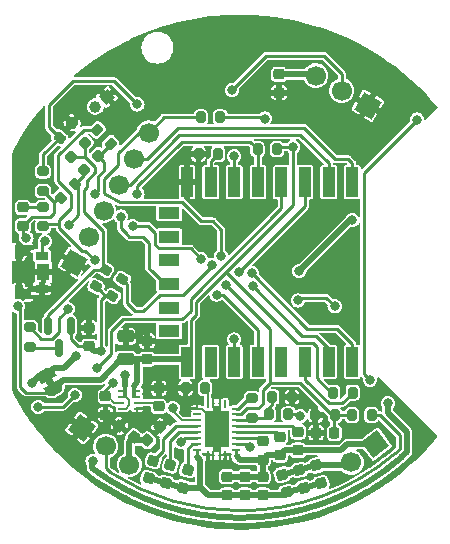
<source format=gbr>
%TF.GenerationSoftware,KiCad,Pcbnew,(6.0.5)*%
%TF.CreationDate,2022-05-23T16:41:30+02:00*%
%TF.ProjectId,qi-lamp-charger,71692d6c-616d-4702-9d63-686172676572,1.0.0*%
%TF.SameCoordinates,Original*%
%TF.FileFunction,Copper,L2,Bot*%
%TF.FilePolarity,Positive*%
%FSLAX46Y46*%
G04 Gerber Fmt 4.6, Leading zero omitted, Abs format (unit mm)*
G04 Created by KiCad (PCBNEW (6.0.5)) date 2022-05-23 16:41:30*
%MOMM*%
%LPD*%
G01*
G04 APERTURE LIST*
G04 Aperture macros list*
%AMRoundRect*
0 Rectangle with rounded corners*
0 $1 Rounding radius*
0 $2 $3 $4 $5 $6 $7 $8 $9 X,Y pos of 4 corners*
0 Add a 4 corners polygon primitive as box body*
4,1,4,$2,$3,$4,$5,$6,$7,$8,$9,$2,$3,0*
0 Add four circle primitives for the rounded corners*
1,1,$1+$1,$2,$3*
1,1,$1+$1,$4,$5*
1,1,$1+$1,$6,$7*
1,1,$1+$1,$8,$9*
0 Add four rect primitives between the rounded corners*
20,1,$1+$1,$2,$3,$4,$5,0*
20,1,$1+$1,$4,$5,$6,$7,0*
20,1,$1+$1,$6,$7,$8,$9,0*
20,1,$1+$1,$8,$9,$2,$3,0*%
%AMHorizOval*
0 Thick line with rounded ends*
0 $1 width*
0 $2 $3 position (X,Y) of the first rounded end (center of the circle)*
0 $4 $5 position (X,Y) of the second rounded end (center of the circle)*
0 Add line between two ends*
20,1,$1,$2,$3,$4,$5,0*
0 Add two circle primitives to create the rounded ends*
1,1,$1,$2,$3*
1,1,$1,$4,$5*%
%AMRotRect*
0 Rectangle, with rotation*
0 The origin of the aperture is its center*
0 $1 length*
0 $2 width*
0 $3 Rotation angle, in degrees counterclockwise*
0 Add horizontal line*
21,1,$1,$2,0,0,$3*%
%AMFreePoly0*
4,1,13,0.375000,1.525000,1.025000,1.525000,1.025000,-1.525000,0.375000,-1.525000,0.375000,-1.925000,-0.375000,-1.925000,-0.375000,-1.525000,-1.025000,-1.525000,-1.025000,1.525000,-0.375000,1.525000,-0.375000,1.925000,0.375000,1.925000,0.375000,1.525000,0.375000,1.525000,$1*%
%AMFreePoly1*
4,1,22,0.500000,-0.750000,0.000000,-0.750000,-0.000001,-0.745033,-0.079941,-0.743568,-0.215257,-0.701293,-0.333266,-0.622738,-0.424486,-0.514219,-0.481581,-0.384461,-0.499164,-0.250000,-0.500000,-0.250000,-0.500000,0.250000,-0.499164,0.250000,-0.499963,0.256109,-0.478152,0.396186,-0.417904,0.524511,-0.324060,0.630769,-0.204165,0.706418,-0.067858,0.745374,0.000000,0.744958,0.000000,0.750000,
0.500000,0.750000,0.500000,-0.750000,0.500000,-0.750000,$1*%
%AMFreePoly2*
4,1,20,0.000000,0.744958,0.073905,0.744508,0.209727,0.703889,0.328688,0.626782,0.421226,0.519385,0.479903,0.390333,0.500000,0.250000,0.500000,-0.250000,0.499851,-0.262216,0.476331,-0.402017,0.414519,-0.529596,0.319384,-0.634700,0.198575,-0.708877,0.061801,-0.746166,-0.000001,-0.745033,0.000000,-0.750000,-0.500000,-0.750000,-0.500000,0.750000,0.000000,0.750000,0.000000,0.744958,
0.000000,0.744958,$1*%
G04 Aperture macros list end*
%TA.AperFunction,SMDPad,CuDef*%
%ADD10RoundRect,0.225000X0.017678X-0.335876X0.335876X-0.017678X-0.017678X0.335876X-0.335876X0.017678X0*%
%TD*%
%TA.AperFunction,SMDPad,CuDef*%
%ADD11RoundRect,0.050400X-0.069600X-0.249600X0.069600X-0.249600X0.069600X0.249600X-0.069600X0.249600X0*%
%TD*%
%TA.AperFunction,SMDPad,CuDef*%
%ADD12RoundRect,0.050400X-0.249600X-0.069600X0.249600X-0.069600X0.249600X0.069600X-0.249600X0.069600X0*%
%TD*%
%TA.AperFunction,SMDPad,CuDef*%
%ADD13RoundRect,0.050000X-0.050000X-0.250000X0.050000X-0.250000X0.050000X0.250000X-0.050000X0.250000X0*%
%TD*%
%TA.AperFunction,SMDPad,CuDef*%
%ADD14FreePoly0,0.000000*%
%TD*%
%TA.AperFunction,SMDPad,CuDef*%
%ADD15RoundRect,0.225000X0.250000X-0.225000X0.250000X0.225000X-0.250000X0.225000X-0.250000X-0.225000X0*%
%TD*%
%TA.AperFunction,SMDPad,CuDef*%
%ADD16RoundRect,0.200000X-0.200000X-0.275000X0.200000X-0.275000X0.200000X0.275000X-0.200000X0.275000X0*%
%TD*%
%TA.AperFunction,ComponentPad*%
%ADD17RotRect,1.700000X1.700000X127.500000*%
%TD*%
%TA.AperFunction,ComponentPad*%
%ADD18HorizOval,1.700000X0.000000X0.000000X0.000000X0.000000X0*%
%TD*%
%TA.AperFunction,ComponentPad*%
%ADD19RotRect,1.000000X1.000000X130.000000*%
%TD*%
%TA.AperFunction,ComponentPad*%
%ADD20HorizOval,1.000000X0.000000X0.000000X0.000000X0.000000X0*%
%TD*%
%TA.AperFunction,SMDPad,CuDef*%
%ADD21RoundRect,0.218750X-0.256250X0.218750X-0.256250X-0.218750X0.256250X-0.218750X0.256250X0.218750X0*%
%TD*%
%TA.AperFunction,ComponentPad*%
%ADD22RotRect,1.700000X1.700000X232.500000*%
%TD*%
%TA.AperFunction,ComponentPad*%
%ADD23HorizOval,1.700000X0.000000X0.000000X0.000000X0.000000X0*%
%TD*%
%TA.AperFunction,SMDPad,CuDef*%
%ADD24RoundRect,0.200000X0.200000X0.275000X-0.200000X0.275000X-0.200000X-0.275000X0.200000X-0.275000X0*%
%TD*%
%TA.AperFunction,SMDPad,CuDef*%
%ADD25FreePoly1,120.000000*%
%TD*%
%TA.AperFunction,SMDPad,CuDef*%
%ADD26FreePoly2,120.000000*%
%TD*%
%TA.AperFunction,SMDPad,CuDef*%
%ADD27RoundRect,0.218750X0.335876X0.026517X0.026517X0.335876X-0.335876X-0.026517X-0.026517X-0.335876X0*%
%TD*%
%TA.AperFunction,SMDPad,CuDef*%
%ADD28RoundRect,0.225000X-0.299716X0.152629X-0.183247X-0.282038X0.299716X-0.152629X0.183247X0.282038X0*%
%TD*%
%TA.AperFunction,SMDPad,CuDef*%
%ADD29RoundRect,0.200000X-0.053033X0.335876X-0.335876X0.053033X0.053033X-0.335876X0.335876X-0.053033X0*%
%TD*%
%TA.AperFunction,SMDPad,CuDef*%
%ADD30RoundRect,0.225000X0.330695X0.061367X-0.026314X0.335310X-0.330695X-0.061367X0.026314X-0.335310X0*%
%TD*%
%TA.AperFunction,SMDPad,CuDef*%
%ADD31RoundRect,0.200000X-0.275000X0.200000X-0.275000X-0.200000X0.275000X-0.200000X0.275000X0.200000X0*%
%TD*%
%TA.AperFunction,SMDPad,CuDef*%
%ADD32RoundRect,0.225000X0.225000X0.250000X-0.225000X0.250000X-0.225000X-0.250000X0.225000X-0.250000X0*%
%TD*%
%TA.AperFunction,SMDPad,CuDef*%
%ADD33RoundRect,0.225000X-0.250000X0.225000X-0.250000X-0.225000X0.250000X-0.225000X0.250000X0.225000X0*%
%TD*%
%TA.AperFunction,SMDPad,CuDef*%
%ADD34RoundRect,0.200000X0.275000X-0.200000X0.275000X0.200000X-0.275000X0.200000X-0.275000X-0.200000X0*%
%TD*%
%TA.AperFunction,SMDPad,CuDef*%
%ADD35RoundRect,0.225000X-0.183247X0.282038X-0.299716X-0.152629X0.183247X-0.282038X0.299716X0.152629X0*%
%TD*%
%TA.AperFunction,SMDPad,CuDef*%
%ADD36R,0.600000X0.200000*%
%TD*%
%TA.AperFunction,SMDPad,CuDef*%
%ADD37RoundRect,0.075000X0.100000X-0.275000X0.100000X0.275000X-0.100000X0.275000X-0.100000X-0.275000X0*%
%TD*%
%TA.AperFunction,SMDPad,CuDef*%
%ADD38RoundRect,0.200000X0.138157X-0.310705X0.338157X0.035705X-0.138157X0.310705X-0.338157X-0.035705X0*%
%TD*%
%TA.AperFunction,SMDPad,CuDef*%
%ADD39R,1.000000X2.500000*%
%TD*%
%TA.AperFunction,SMDPad,CuDef*%
%ADD40R,1.800000X1.000000*%
%TD*%
%TA.AperFunction,ComponentPad*%
%ADD41RotRect,1.700000X1.700000X60.000000*%
%TD*%
%TA.AperFunction,ComponentPad*%
%ADD42HorizOval,1.700000X0.000000X0.000000X0.000000X0.000000X0*%
%TD*%
%TA.AperFunction,SMDPad,CuDef*%
%ADD43RoundRect,0.200000X0.335876X0.053033X0.053033X0.335876X-0.335876X-0.053033X-0.053033X-0.335876X0*%
%TD*%
%TA.AperFunction,SMDPad,CuDef*%
%ADD44R,1.100000X0.700000*%
%TD*%
%TA.AperFunction,SMDPad,CuDef*%
%ADD45R,1.100000X1.400000*%
%TD*%
%TA.AperFunction,SMDPad,CuDef*%
%ADD46R,1.350000X0.400000*%
%TD*%
%TA.AperFunction,SMDPad,CuDef*%
%ADD47R,0.695000X1.150000*%
%TD*%
%TA.AperFunction,ComponentPad*%
%ADD48C,0.800000*%
%TD*%
%TA.AperFunction,SMDPad,CuDef*%
%ADD49RoundRect,0.200000X-0.138157X0.310705X-0.338157X-0.035705X0.138157X-0.310705X0.338157X0.035705X0*%
%TD*%
%TA.AperFunction,SMDPad,CuDef*%
%ADD50RoundRect,0.200000X-0.082105X0.329975X-0.339220X0.023558X0.082105X-0.329975X0.339220X-0.023558X0*%
%TD*%
%TA.AperFunction,ComponentPad*%
%ADD51RotRect,1.700000X1.700000X330.000000*%
%TD*%
%TA.AperFunction,ComponentPad*%
%ADD52HorizOval,1.700000X0.000000X0.000000X0.000000X0.000000X0*%
%TD*%
%TA.AperFunction,SMDPad,CuDef*%
%ADD53RoundRect,0.250000X0.475000X-0.250000X0.475000X0.250000X-0.475000X0.250000X-0.475000X-0.250000X0*%
%TD*%
%TA.AperFunction,SMDPad,CuDef*%
%ADD54RoundRect,0.150000X-0.150000X0.587500X-0.150000X-0.587500X0.150000X-0.587500X0.150000X0.587500X0*%
%TD*%
%TA.AperFunction,ViaPad*%
%ADD55C,0.800000*%
%TD*%
%TA.AperFunction,Conductor*%
%ADD56C,0.500000*%
%TD*%
%TA.AperFunction,Conductor*%
%ADD57C,0.250000*%
%TD*%
%TA.AperFunction,Conductor*%
%ADD58C,0.200000*%
%TD*%
%TA.AperFunction,Conductor*%
%ADD59C,0.350000*%
%TD*%
G04 APERTURE END LIST*
%TO.C,JP11*%
G36*
X84284808Y-109366506D02*
G01*
X83765192Y-109666506D01*
X83515192Y-109233494D01*
X84034808Y-108933494D01*
X84284808Y-109366506D01*
G37*
%TD*%
D10*
%TO.P,C5,1*%
%TO.N,+BATT*%
X92151992Y-114248008D03*
%TO.P,C5,2*%
%TO.N,GND*%
X93248008Y-113151992D03*
%TD*%
D11*
%TO.P,U2,1,PGND*%
%TO.N,GND*%
X97249998Y-115450000D03*
D12*
%TO.P,U2,2,AC1*%
%TO.N,Net-(C1-Pad2)*%
X96349998Y-115050000D03*
%TO.P,U2,3,BOOT1*%
%TO.N,Net-(C11-Pad1)*%
X96349998Y-114550000D03*
%TO.P,U2,4,BAT*%
%TO.N,+BATT*%
X96349998Y-114050000D03*
%TO.P,U2,5,CLAMP1*%
%TO.N,Net-(C9-Pad1)*%
X96349998Y-113550000D03*
%TO.P,U2,6,COMM1*%
%TO.N,Net-(C10-Pad1)*%
X96349998Y-113050000D03*
%TO.P,U2,7,~{CHG}*%
%TO.N,Net-(R15-Pad2)*%
X96349998Y-112550000D03*
%TO.P,U2,8,~{AD-EN}*%
%TO.N,unconnected-(U2-Pad8)*%
X96349998Y-112050000D03*
%TO.P,U2,9,AD*%
%TO.N,GND*%
X96349998Y-111550000D03*
D11*
%TO.P,U2,10,TERM*%
%TO.N,Net-(R5-Pad1)*%
X97249998Y-111150000D03*
%TO.P,U2,11,EN2*%
%TO.N,unconnected-(U2-Pad11)*%
X98749998Y-111150000D03*
D12*
%TO.P,U2,12,ILIM*%
%TO.N,Net-(R1-Pad1)*%
X99649998Y-111550000D03*
%TO.P,U2,13,TS/CTRL*%
%TO.N,Qi_TS{slash}CTRL*%
X99649998Y-112050000D03*
%TO.P,U2,14,FOD*%
%TO.N,Net-(R1-Pad2)*%
X99649998Y-112550000D03*
%TO.P,U2,15,COMM2*%
%TO.N,Net-(C18-Pad2)*%
X99649998Y-113050000D03*
%TO.P,U2,16,CLAMP2*%
%TO.N,Net-(C19-Pad2)*%
X99649998Y-113550000D03*
%TO.P,U2,17,BOOT2*%
%TO.N,Net-(C17-Pad2)*%
X99649998Y-114050000D03*
%TO.P,U2,18,RECT*%
%TO.N,Net-(C20-Pad1)*%
X99649998Y-114550000D03*
%TO.P,U2,19,AC2*%
%TO.N,Net-(C14-Pad2)*%
X99649998Y-115050000D03*
D11*
%TO.P,U2,20,PGND*%
%TO.N,GND*%
X98749998Y-115450000D03*
D13*
%TO.P,U2,21,PGND*%
X97724998Y-111150000D03*
X98274998Y-115450000D03*
X98274998Y-111150000D03*
X97724998Y-115450000D03*
D14*
X97999998Y-113300000D03*
%TD*%
D15*
%TO.P,C2,1*%
%TO.N,Net-(C1-Pad2)*%
X101900000Y-118875003D03*
%TO.P,C2,2*%
%TO.N,Net-(C14-Pad2)*%
X101900000Y-117325003D03*
%TD*%
D16*
%TO.P,R11,1*%
%TO.N,DTR*%
X101475000Y-89600000D03*
%TO.P,R11,2*%
%TO.N,+VSW*%
X103125000Y-89600000D03*
%TD*%
D17*
%TO.P,J2,1,Pin_1*%
%TO.N,Net-(C14-Pad2)*%
X111433882Y-114566116D03*
D18*
%TO.P,J2,2,Pin_2*%
%TO.N,Net-(C1-Pad1)*%
X109418765Y-116112370D03*
%TD*%
D15*
%TO.P,C17,1*%
%TO.N,Net-(C14-Pad2)*%
X101900001Y-115875000D03*
%TO.P,C17,2*%
%TO.N,Net-(C17-Pad2)*%
X101900001Y-114325000D03*
%TD*%
D19*
%TO.P,TP1,1,1*%
%TO.N,GND*%
X88716987Y-85163398D03*
D20*
%TO.P,TP1,2,2*%
%TO.N,DTR*%
X87744111Y-85979738D03*
%TD*%
D21*
%TO.P,D11,1,K*%
%TO.N,Net-(D11-Pad1)*%
X81600001Y-94512498D03*
%TO.P,D11,2,A*%
%TO.N,+VSW*%
X81600001Y-96087498D03*
%TD*%
D22*
%TO.P,J1,1,Pin_1*%
%TO.N,GND*%
X86600000Y-113200000D03*
D23*
%TO.P,J1,2,Pin_2*%
%TO.N,NTC*%
X88615117Y-114746254D03*
%TO.P,J1,3,Pin_3*%
%TO.N,+BATT*%
X90630235Y-116292508D03*
%TD*%
D24*
%TO.P,R6,1*%
%TO.N,Qi_TS{slash}CTRL*%
X108025000Y-112100001D03*
%TO.P,R6,2*%
%TO.N,GND*%
X106375000Y-112100001D03*
%TD*%
D25*
%TO.P,JP11,1,A*%
%TO.N,+VSW*%
X84225000Y-109862917D03*
D26*
%TO.P,JP11,2,B*%
%TO.N,LED_V+*%
X83575000Y-108737083D03*
%TD*%
D15*
%TO.P,C8,1*%
%TO.N,+BATT*%
X87200000Y-106275000D03*
%TO.P,C8,2*%
%TO.N,GND*%
X87200000Y-104725000D03*
%TD*%
%TO.P,C15,1*%
%TO.N,Net-(C1-Pad2)*%
X98900000Y-118874999D03*
%TO.P,C15,2*%
%TO.N,Net-(C14-Pad2)*%
X98900000Y-117324999D03*
%TD*%
%TO.P,C14,1*%
%TO.N,Net-(C1-Pad2)*%
X100400002Y-118874999D03*
%TO.P,C14,2*%
%TO.N,Net-(C14-Pad2)*%
X100400002Y-117324999D03*
%TD*%
D27*
%TO.P,D12,1,K*%
%TO.N,~{Qi_CHG{slash}LED}*%
X87956847Y-90156847D03*
%TO.P,D12,2,A*%
%TO.N,Net-(D12-Pad2)*%
X86843153Y-89043153D03*
%TD*%
D28*
%TO.P,C6,1*%
%TO.N,Net-(C1-Pad1)*%
X103550531Y-117139629D03*
%TO.P,C6,2*%
%TO.N,Net-(C1-Pad2)*%
X103951701Y-118636815D03*
%TD*%
D29*
%TO.P,R16,1*%
%TO.N,~{BTN}*%
X85983363Y-92516637D03*
%TO.P,R16,2*%
%TO.N,+VSW*%
X84816637Y-93683363D03*
%TD*%
D30*
%TO.P,C4,1*%
%TO.N,+BATT*%
X91014849Y-113971790D03*
%TO.P,C4,2*%
%TO.N,GND*%
X89785151Y-113028210D03*
%TD*%
D31*
%TO.P,R1,1*%
%TO.N,Net-(R1-Pad1)*%
X101000000Y-110675000D03*
%TO.P,R1,2*%
%TO.N,Net-(R1-Pad2)*%
X101000000Y-112325000D03*
%TD*%
D32*
%TO.P,C13,1*%
%TO.N,Qi_TS{slash}CTRL*%
X107975000Y-113600000D03*
%TO.P,C13,2*%
%TO.N,GND*%
X106425000Y-113600000D03*
%TD*%
D15*
%TO.P,C12,1*%
%TO.N,Net-(C12-Pad1)*%
X93100000Y-111375001D03*
%TO.P,C12,2*%
%TO.N,GND*%
X93100000Y-109825001D03*
%TD*%
D33*
%TO.P,C16,1*%
%TO.N,KEEP_ALIVE*%
X88600000Y-110524999D03*
%TO.P,C16,2*%
%TO.N,GND*%
X88600000Y-112074999D03*
%TD*%
D34*
%TO.P,R4,1*%
%TO.N,Net-(R15-Pad2)*%
X83300002Y-96124999D03*
%TO.P,R4,2*%
%TO.N,Net-(D11-Pad1)*%
X83300002Y-94474999D03*
%TD*%
D35*
%TO.P,C10,1*%
%TO.N,Net-(C10-Pad1)*%
X92651698Y-115963178D03*
%TO.P,C10,2*%
%TO.N,Net-(C1-Pad2)*%
X92250528Y-117460364D03*
%TD*%
D36*
%TO.P,U1,1,VDD*%
%TO.N,+BATT*%
X89950000Y-111550000D03*
%TO.P,U1,2,ON*%
%TO.N,KEEP_ALIVE*%
X89950000Y-111050000D03*
%TO.P,U1,3,D*%
%TO.N,+BATT*%
X89950000Y-110550000D03*
D37*
%TO.P,U1,4,D*%
X90225000Y-110300000D03*
D36*
X89950000Y-110050000D03*
D37*
%TO.P,U1,5,S*%
%TO.N,+VSW*%
X90975000Y-110300000D03*
D36*
X91250000Y-110050000D03*
%TO.P,U1,6,S*%
X91250000Y-110550000D03*
%TO.P,U1,7,CAP*%
%TO.N,Net-(C12-Pad1)*%
X91250000Y-111050000D03*
%TO.P,U1,8,GND*%
%TO.N,GND*%
X91250000Y-111550000D03*
%TD*%
D38*
%TO.P,R2,1*%
%TO.N,+BATT*%
X89187500Y-102014471D03*
%TO.P,R2,2*%
%TO.N,Qi_TS{slash}CTRL*%
X90012500Y-100585529D03*
%TD*%
D27*
%TO.P,D13,1,K*%
%TO.N,~{BTN}*%
X86756847Y-91356848D03*
%TO.P,D13,2,A*%
%TO.N,Net-(D12-Pad2)*%
X85643153Y-90243154D03*
%TD*%
D15*
%TO.P,C34,1*%
%TO.N,+VSW*%
X92100000Y-107375000D03*
%TO.P,C34,2*%
%TO.N,GND*%
X92100000Y-105825000D03*
%TD*%
D28*
%TO.P,C1,1*%
%TO.N,Net-(C1-Pad1)*%
X106448302Y-116363178D03*
%TO.P,C1,2*%
%TO.N,Net-(C1-Pad2)*%
X106849472Y-117860364D03*
%TD*%
D39*
%TO.P,U3,1,~{RST}*%
%TO.N,RTS*%
X109500000Y-107600000D03*
%TO.P,U3,2,ADC*%
%TO.N,BAT_ADC*%
X107500000Y-107600000D03*
%TO.P,U3,3,EN*%
%TO.N,Net-(R9-Pad1)*%
X105500000Y-107600000D03*
%TO.P,U3,4,GPIO16*%
%TO.N,unconnected-(U3-Pad4)*%
X103500000Y-107600000D03*
%TO.P,U3,5,GPIO14*%
%TO.N,~{BTN}*%
X101500000Y-107600000D03*
%TO.P,U3,6,GPIO12*%
%TO.N,LED_DOUT*%
X99500000Y-107600000D03*
%TO.P,U3,7,GPIO13*%
%TO.N,unconnected-(U3-Pad7)*%
X97500000Y-107600000D03*
%TO.P,U3,8,VCC*%
%TO.N,+VSW*%
X95500000Y-107600000D03*
D40*
%TO.P,U3,9,CS0*%
%TO.N,unconnected-(U3-Pad9)*%
X94000000Y-105000000D03*
%TO.P,U3,10,MISO*%
%TO.N,unconnected-(U3-Pad10)*%
X94000000Y-103000000D03*
%TO.P,U3,11,GPIO9*%
%TO.N,~{Qi_CHG{slash}LED}*%
X94000000Y-101000000D03*
%TO.P,U3,12,GPIO10*%
%TO.N,unconnected-(U3-Pad12)*%
X94000000Y-99000000D03*
%TO.P,U3,13,MOSI*%
%TO.N,unconnected-(U3-Pad13)*%
X94000000Y-97000000D03*
%TO.P,U3,14,SCLK*%
%TO.N,unconnected-(U3-Pad14)*%
X94000000Y-95000000D03*
D39*
%TO.P,U3,15,GND*%
%TO.N,GND*%
X95500000Y-92400000D03*
%TO.P,U3,16,GPIO15*%
%TO.N,Net-(R13-Pad2)*%
X97500000Y-92400000D03*
%TO.P,U3,17,GPIO2*%
%TO.N,LED_DIN*%
X99500000Y-92400000D03*
%TO.P,U3,18,GPIO0*%
%TO.N,DTR*%
X101500000Y-92400000D03*
%TO.P,U3,19,GPIO4*%
%TO.N,KEEP_ALIVE*%
X103500000Y-92400000D03*
%TO.P,U3,20,GPIO5*%
%TO.N,Qi_TS{slash}CTRL*%
X105500000Y-92400000D03*
%TO.P,U3,21,GPIO3/RXD*%
%TO.N,ESP_RXD*%
X107500000Y-92400000D03*
%TO.P,U3,22,GPIO1/TXD*%
%TO.N,ESP_TXD*%
X109500000Y-92400000D03*
%TD*%
D15*
%TO.P,C18,1*%
%TO.N,Net-(C14-Pad2)*%
X104900000Y-115074999D03*
%TO.P,C18,2*%
%TO.N,Net-(C18-Pad2)*%
X104900000Y-113524999D03*
%TD*%
D16*
%TO.P,R3,1*%
%TO.N,Qi_TS{slash}CTRL*%
X109475000Y-112100000D03*
%TO.P,R3,2*%
%TO.N,NTC*%
X111125000Y-112100000D03*
%TD*%
D15*
%TO.P,C19,1*%
%TO.N,Net-(C14-Pad2)*%
X103399998Y-115474999D03*
%TO.P,C19,2*%
%TO.N,Net-(C19-Pad2)*%
X103399998Y-113924999D03*
%TD*%
D31*
%TO.P,R17,1*%
%TO.N,BAT_ADC*%
X83300000Y-91475000D03*
%TO.P,R17,2*%
%TO.N,+VSW*%
X83300000Y-93125000D03*
%TD*%
D41*
%TO.P,J5,1,Pin_1*%
%TO.N,GND*%
X110800000Y-85900000D03*
D42*
%TO.P,J5,2,Pin_2*%
%TO.N,LED_DIN*%
X108600295Y-84630000D03*
%TO.P,J5,3,Pin_3*%
%TO.N,LED_V+*%
X106400591Y-83360000D03*
%TD*%
D43*
%TO.P,R15,1*%
%TO.N,~{Qi_CHG{slash}LED}*%
X89044023Y-89122703D03*
%TO.P,R15,2*%
%TO.N,Net-(R15-Pad2)*%
X87877297Y-87955977D03*
%TD*%
D16*
%TO.P,R13,1*%
%TO.N,GND*%
X96475000Y-90000000D03*
%TO.P,R13,2*%
%TO.N,Net-(R13-Pad2)*%
X98125000Y-90000000D03*
%TD*%
D34*
%TO.P,R12,1*%
%TO.N,Net-(Q1-Pad3)*%
X82200000Y-106325000D03*
%TO.P,R12,2*%
%TO.N,KEEP_ALIVE*%
X82200000Y-104675000D03*
%TD*%
D28*
%TO.P,C7,1*%
%TO.N,Net-(C1-Pad1)*%
X104999415Y-116751407D03*
%TO.P,C7,2*%
%TO.N,Net-(C1-Pad2)*%
X105400585Y-118248593D03*
%TD*%
D24*
%TO.P,R9,1*%
%TO.N,Net-(R9-Pad1)*%
X109525000Y-110200000D03*
%TO.P,R9,2*%
%TO.N,+VSW*%
X107875000Y-110200000D03*
%TD*%
D44*
%TO.P,SW1,1,1*%
%TO.N,GND*%
X83200000Y-101400000D03*
%TO.P,SW1,2,2*%
%TO.N,~{BTN}*%
X83200000Y-98600000D03*
D45*
%TO.P,SW1,3*%
%TO.N,GND*%
X83350000Y-100000000D03*
D46*
X81575000Y-97900000D03*
D47*
X81247500Y-98275000D03*
D48*
X81850000Y-98150000D03*
D47*
X81247500Y-101725000D03*
D48*
X81850000Y-101850000D03*
D46*
X81575000Y-102100000D03*
%TD*%
D16*
%TO.P,R8,1*%
%TO.N,Net-(R1-Pad2)*%
X102725000Y-110549997D03*
%TO.P,R8,2*%
%TO.N,GND*%
X104375000Y-110549997D03*
%TD*%
D49*
%TO.P,R14,1*%
%TO.N,Net-(D12-Pad2)*%
X88612500Y-99785529D03*
%TO.P,R14,2*%
%TO.N,+BATT*%
X87787500Y-101214471D03*
%TD*%
D50*
%TO.P,R18,1*%
%TO.N,GND*%
X85780300Y-87354615D03*
%TO.P,R18,2*%
%TO.N,BAT_ADC*%
X84719700Y-88618589D03*
%TD*%
D16*
%TO.P,R10,1*%
%TO.N,RTS*%
X96675000Y-86900000D03*
%TO.P,R10,2*%
%TO.N,+VSW*%
X98325000Y-86900000D03*
%TD*%
D51*
%TO.P,J4,1,Pin_1*%
%TO.N,GND*%
X85900000Y-99200000D03*
D52*
%TO.P,J4,2,Pin_2*%
%TO.N,DTR*%
X87170000Y-97000295D03*
%TO.P,J4,3,Pin_3*%
%TO.N,unconnected-(J4-Pad3)*%
X88440000Y-94800591D03*
%TO.P,J4,4,Pin_4*%
%TO.N,ESP_RXD*%
X89710000Y-92600886D03*
%TO.P,J4,5,Pin_5*%
%TO.N,ESP_TXD*%
X90980000Y-90401182D03*
%TO.P,J4,6,Pin_6*%
%TO.N,RTS*%
X92250000Y-88201477D03*
%TD*%
D35*
%TO.P,C11,1*%
%TO.N,Net-(C11-Pad1)*%
X95549474Y-116739636D03*
%TO.P,C11,2*%
%TO.N,Net-(C1-Pad2)*%
X95148304Y-118236822D03*
%TD*%
%TO.P,C9,1*%
%TO.N,Net-(C9-Pad1)*%
X94100584Y-116351408D03*
%TO.P,C9,2*%
%TO.N,Net-(C1-Pad2)*%
X93699414Y-117848594D03*
%TD*%
D53*
%TO.P,C22,1*%
%TO.N,+VSW*%
X90300000Y-107350000D03*
%TO.P,C22,2*%
%TO.N,GND*%
X90300000Y-105450000D03*
%TD*%
D24*
%TO.P,R5,1*%
%TO.N,Net-(R5-Pad1)*%
X97025000Y-109800000D03*
%TO.P,R5,2*%
%TO.N,GND*%
X95375000Y-109800000D03*
%TD*%
D16*
%TO.P,R7,1*%
%TO.N,Net-(R1-Pad2)*%
X102425000Y-112050000D03*
%TO.P,R7,2*%
%TO.N,Net-(C20-Pad1)*%
X104075000Y-112050000D03*
%TD*%
D33*
%TO.P,C23,1*%
%TO.N,LED_V+*%
X103300000Y-83250000D03*
%TO.P,C23,2*%
%TO.N,GND*%
X103300000Y-84800000D03*
%TD*%
D54*
%TO.P,Q1,1,G*%
%TO.N,Net-(D12-Pad2)*%
X83750000Y-104562500D03*
%TO.P,Q1,2,S*%
%TO.N,+BATT*%
X85650000Y-104562500D03*
%TO.P,Q1,3,D*%
%TO.N,Net-(Q1-Pad3)*%
X84700000Y-106437500D03*
%TD*%
D55*
%TO.N,Net-(C20-Pad1)*%
X100799999Y-114799998D03*
X105100000Y-112200000D03*
%TO.N,GND*%
X93900000Y-112500000D03*
X93100000Y-108500000D03*
X95400000Y-90300000D03*
X91500000Y-97800000D03*
X104475020Y-97000000D03*
X105305937Y-103313357D03*
X113500000Y-111400000D03*
X106200000Y-100000000D03*
X90900000Y-95000000D03*
X100500000Y-109500000D03*
X107300000Y-94300000D03*
X95300000Y-111600000D03*
X108000000Y-89100000D03*
X99300000Y-95900000D03*
X103300000Y-86200000D03*
X86800000Y-111100000D03*
X98000000Y-112600000D03*
X109200000Y-104400000D03*
X98900000Y-103300000D03*
X81600000Y-92200000D03*
X103986643Y-101994063D03*
X89000000Y-104000000D03*
X102600000Y-100600000D03*
X95800000Y-81400000D03*
X92400000Y-93200000D03*
X81800000Y-111100000D03*
X98000000Y-113900000D03*
X92600000Y-84900000D03*
X111100000Y-110900000D03*
X108200000Y-117400000D03*
X100500000Y-105900000D03*
X81987500Y-100000000D03*
X109600000Y-99000000D03*
X91500000Y-102500000D03*
X91400000Y-105200000D03*
X84475500Y-98400000D03*
X115500000Y-113300000D03*
X87400000Y-103600000D03*
X114000000Y-87000000D03*
X98700000Y-85700000D03*
X92100000Y-112000000D03*
X95700000Y-97000000D03*
X96600000Y-105300000D03*
X84600000Y-86200000D03*
X97500000Y-96600000D03*
X100700000Y-90500000D03*
X90700000Y-87788220D03*
X109300000Y-113700000D03*
X97600000Y-116900000D03*
X94000000Y-83500000D03*
X83700000Y-102500000D03*
X105600000Y-111000000D03*
%TO.N,+BATT*%
X90224999Y-108700000D03*
X95000000Y-114400000D03*
X88200000Y-106700000D03*
%TO.N,+VSW*%
X104500000Y-89400000D03*
X81900000Y-97100000D03*
X81200000Y-102900000D03*
X102100000Y-87000000D03*
%TO.N,Net-(D2-Pad4)*%
X114996154Y-87081750D03*
X111000000Y-109100000D03*
%TO.N,Net-(D4-Pad4)*%
X86000000Y-110400000D03*
X82900000Y-111400000D03*
%TO.N,LED_V+*%
X82400000Y-109400000D03*
X112500000Y-111100000D03*
X109500000Y-95600000D03*
X105000000Y-99900000D03*
X86100000Y-107100000D03*
X87500000Y-116000000D03*
%TO.N,LED_DIN*%
X99300000Y-84600000D03*
X99500000Y-90200000D03*
%TO.N,Net-(D8-Pad4)*%
X104900000Y-102400000D03*
X108000000Y-102900000D03*
%TO.N,LED_DOUT*%
X99500000Y-105700000D03*
%TO.N,DTR*%
X91300000Y-93375500D03*
%TO.N,RTS*%
X101000000Y-100100000D03*
X98400000Y-98600000D03*
%TO.N,~{Qi_CHG{slash}LED}*%
X87700000Y-93400000D03*
X89900000Y-95300000D03*
%TO.N,Qi_TS{slash}CTRL*%
X98800000Y-101100000D03*
X97600000Y-99400000D03*
X99887701Y-100012299D03*
%TO.N,KEEP_ALIVE*%
X89200000Y-109400000D03*
X85400000Y-103100000D03*
X87900000Y-108100000D03*
%TO.N,~{BTN}*%
X98000000Y-101900000D03*
X83500000Y-97400000D03*
X85500000Y-96000000D03*
X96700000Y-98900000D03*
X90900000Y-96100000D03*
%TO.N,BAT_ADC*%
X91300000Y-85800000D03*
X101087701Y-101212299D03*
%TO.N,Net-(R15-Pad2)*%
X94300000Y-111500000D03*
X87700000Y-99000000D03*
%TD*%
D56*
%TO.N,Net-(C1-Pad1)*%
X109167957Y-116363178D02*
X109418765Y-116112370D01*
X106448303Y-116363179D02*
X104999416Y-116751406D01*
X106448302Y-116363178D02*
X109167957Y-116363178D01*
X104999416Y-116751406D02*
X103550530Y-117139639D01*
D57*
%TO.N,Net-(C1-Pad2)*%
X96350000Y-115600000D02*
X96325001Y-115624998D01*
D56*
X98900001Y-118874999D02*
X100400000Y-118875002D01*
X98900000Y-118874999D02*
X97274999Y-118874999D01*
X101900000Y-118875003D02*
X103713513Y-118875003D01*
X93699416Y-117848594D02*
X95148304Y-118236821D01*
X100400000Y-118875002D02*
X101900001Y-118874998D01*
X105400585Y-118248593D02*
X106849473Y-117860364D01*
X97274999Y-118874999D02*
X96600000Y-118200000D01*
X103713513Y-118875003D02*
X103951701Y-118636815D01*
D57*
X96350000Y-115050000D02*
X96350000Y-115600000D01*
D56*
X103951698Y-118636820D02*
X105400585Y-118248593D01*
X92250525Y-117460362D02*
X93699416Y-117848594D01*
X96325001Y-115624998D02*
X96600000Y-115899997D01*
X95148304Y-118236822D02*
X96563178Y-118236822D01*
X96600000Y-115899997D02*
X96600000Y-118200000D01*
X96563178Y-118236822D02*
X96600000Y-118200000D01*
%TO.N,Net-(C14-Pad2)*%
X109083884Y-114566116D02*
X111433882Y-114566116D01*
X108575001Y-115074999D02*
X109083884Y-114566116D01*
X102300002Y-115474999D02*
X101900001Y-115875000D01*
X99975002Y-115874999D02*
X99700000Y-115600000D01*
X103399998Y-115474999D02*
X102300002Y-115474999D01*
X104900000Y-115074999D02*
X108575001Y-115074999D01*
X101899998Y-115875002D02*
X99975002Y-115874999D01*
D57*
X99649998Y-115550000D02*
X99700000Y-115600000D01*
D56*
X101900001Y-115875000D02*
X101900000Y-117325003D01*
X99875001Y-117325000D02*
X100400002Y-117324998D01*
X100400002Y-117324998D02*
X101900000Y-117325000D01*
D57*
X99649999Y-115050003D02*
X99649998Y-115550000D01*
D56*
X104900000Y-115074999D02*
X103799998Y-115074999D01*
X103799998Y-115074999D02*
X103399998Y-115474999D01*
X98900000Y-117325000D02*
X99875001Y-117325000D01*
D57*
%TO.N,Net-(C20-Pad1)*%
X99650001Y-114549999D02*
X100550000Y-114549999D01*
X105100000Y-112200000D02*
X104950000Y-112050000D01*
X100550000Y-114549999D02*
X100799999Y-114799998D01*
X104950000Y-112050000D02*
X104075000Y-112050000D01*
%TO.N,GND*%
X98749998Y-115750002D02*
X97600000Y-116900000D01*
X81800000Y-111100000D02*
X81800000Y-111400000D01*
X92100000Y-112000000D02*
X91700000Y-112400000D01*
X88897929Y-84882188D02*
X88972575Y-84882188D01*
X106375000Y-111775000D02*
X105600000Y-111000000D01*
X98700000Y-85700000D02*
X98800000Y-85800000D01*
X91700000Y-99000000D02*
X91700000Y-98000000D01*
X98800000Y-85800000D02*
X102900000Y-85800000D01*
X95500000Y-92400000D02*
X93200000Y-92400000D01*
X97249998Y-116549998D02*
X97600000Y-116900000D01*
X90900000Y-95000000D02*
X91900000Y-95000000D01*
X105600000Y-111000000D02*
X105149997Y-110549997D01*
X106375000Y-112100001D02*
X106375000Y-111775000D01*
D56*
X88631940Y-112074999D02*
X89685151Y-113128210D01*
D57*
X92900000Y-96000000D02*
X95000000Y-96000000D01*
X95000000Y-96000000D02*
X95700000Y-96700000D01*
X90400000Y-112400000D02*
X89685151Y-113114849D01*
D58*
X98274998Y-115450000D02*
X98274998Y-116225002D01*
D56*
X97999998Y-113300000D02*
X97999998Y-112600002D01*
D57*
X90700000Y-87788220D02*
X90700000Y-87146411D01*
X93248008Y-113151992D02*
X93900000Y-112500000D01*
X110800000Y-86300000D02*
X108000000Y-89100000D01*
X95700000Y-97000000D02*
X97100000Y-97000000D01*
X91700000Y-112400000D02*
X90400000Y-112400000D01*
X93174999Y-109900000D02*
X93100000Y-109825001D01*
D58*
X92100000Y-111700000D02*
X92100000Y-112000000D01*
D57*
X92600000Y-84900000D02*
X94000000Y-83500000D01*
X87775001Y-112075001D02*
X88600000Y-112075001D01*
X100500000Y-109500000D02*
X100500000Y-105900000D01*
X103986643Y-101986643D02*
X103986643Y-101994063D01*
X102600000Y-100600000D02*
X103986643Y-101986643D01*
X105149997Y-110549997D02*
X104375000Y-110549997D01*
D58*
X98274998Y-116225002D02*
X97600000Y-116900000D01*
X81247500Y-98275000D02*
X81247500Y-97447500D01*
D57*
X92100000Y-112000000D02*
X92100000Y-112003984D01*
X90300000Y-105450000D02*
X91150000Y-105450000D01*
X91900000Y-95000000D02*
X92900000Y-96000000D01*
X95700000Y-90000000D02*
X95400000Y-90300000D01*
X98749998Y-115450000D02*
X98749998Y-115750002D01*
X91400000Y-105200000D02*
X91600000Y-105400000D01*
X96600000Y-105300000D02*
X96600000Y-108900000D01*
X86800000Y-111100000D02*
X87775001Y-112075001D01*
X102900000Y-85800000D02*
X103300000Y-86200000D01*
X91600000Y-105700000D02*
X91725000Y-105825000D01*
X93100000Y-108500000D02*
X93100000Y-109825001D01*
X98700000Y-85700000D02*
X96200000Y-85700000D01*
D56*
X97999998Y-112600002D02*
X98000000Y-112600000D01*
D57*
X85780300Y-87354615D02*
X85854615Y-87354615D01*
D58*
X95350000Y-111550000D02*
X95300000Y-111600000D01*
D57*
X89685151Y-113114849D02*
X89685151Y-113128210D01*
X95700000Y-96700000D02*
X95700000Y-97000000D01*
X95500000Y-90400000D02*
X95400000Y-90300000D01*
X100500000Y-104900000D02*
X100500000Y-105900000D01*
X95600000Y-109900000D02*
X95375000Y-109900000D01*
X91700000Y-98000000D02*
X91500000Y-97800000D01*
D56*
X97999998Y-113899998D02*
X98000000Y-113900000D01*
D57*
X85500000Y-112400000D02*
X86800000Y-111100000D01*
D58*
X96750000Y-111550000D02*
X97999998Y-112799998D01*
D57*
X91600000Y-105400000D02*
X91600000Y-105700000D01*
D58*
X81247500Y-97447500D02*
X80800481Y-97000481D01*
X95375000Y-109900000D02*
X95375000Y-111525000D01*
D56*
X88600000Y-112074999D02*
X88631940Y-112074999D01*
X103300000Y-84800000D02*
X103300000Y-86200000D01*
D58*
X95375000Y-111525000D02*
X95300000Y-111600000D01*
D57*
X92100000Y-112003984D02*
X93248008Y-113151992D01*
X82800000Y-112400000D02*
X85500000Y-112400000D01*
D58*
X97724998Y-116775002D02*
X97600000Y-116900000D01*
D57*
X110800000Y-85900000D02*
X110800000Y-86300000D01*
D58*
X96349998Y-111550000D02*
X96750000Y-111550000D01*
D57*
X93200000Y-92400000D02*
X92400000Y-93200000D01*
X91700000Y-102300000D02*
X91500000Y-102500000D01*
X95500000Y-92400000D02*
X95500000Y-90400000D01*
D58*
X97999998Y-112799998D02*
X97999998Y-113300000D01*
X91950000Y-111550000D02*
X92100000Y-111700000D01*
D57*
X96475000Y-90000000D02*
X95700000Y-90000000D01*
X106425000Y-113600000D02*
X106425000Y-112150001D01*
D58*
X91250000Y-111550000D02*
X91950000Y-111550000D01*
X96349998Y-111550000D02*
X95350000Y-111550000D01*
D57*
X85780300Y-87354615D02*
X85754615Y-87354615D01*
X85754615Y-87354615D02*
X84600000Y-86200000D01*
D56*
X97999998Y-113300000D02*
X97999998Y-113899998D01*
D57*
X97249998Y-115450000D02*
X97249998Y-116549998D01*
X96200000Y-85700000D02*
X94000000Y-83500000D01*
D58*
X80800481Y-97000481D02*
X80800481Y-92999519D01*
D57*
X95375000Y-109900000D02*
X93174999Y-109900000D01*
X91700000Y-99000000D02*
X91700000Y-102300000D01*
X98900000Y-103300000D02*
X100500000Y-104900000D01*
X97100000Y-97000000D02*
X97500000Y-96600000D01*
X91150000Y-105450000D02*
X91400000Y-105200000D01*
X98600000Y-103300000D02*
X96600000Y-105300000D01*
X81800000Y-111400000D02*
X82800000Y-112400000D01*
X96600000Y-108900000D02*
X95600000Y-109900000D01*
X90700000Y-87146411D02*
X88716987Y-85163398D01*
X106425000Y-112150001D02*
X106375000Y-112100001D01*
X91725000Y-105825000D02*
X92100000Y-105825000D01*
D58*
X97724998Y-115450000D02*
X97724998Y-116775002D01*
X80800481Y-92999519D02*
X81600000Y-92200000D01*
D57*
X98900000Y-103300000D02*
X98600000Y-103300000D01*
%TO.N,+BATT*%
X88200000Y-101626971D02*
X87787500Y-101214471D01*
D58*
X90599999Y-111250000D02*
X90600001Y-110839825D01*
D57*
X87200000Y-106275000D02*
X86275000Y-106275000D01*
X85650000Y-105650000D02*
X85650000Y-104562500D01*
D56*
X92151992Y-114248008D02*
X91091067Y-114248008D01*
X91091067Y-114248008D02*
X90914849Y-114071790D01*
D57*
X88587500Y-102014471D02*
X88200000Y-101626971D01*
D58*
X90225000Y-110464826D02*
X90225001Y-110300000D01*
X89950000Y-111550001D02*
X90300000Y-111550000D01*
D57*
X88587500Y-102014471D02*
X88585529Y-102014471D01*
D56*
X90224999Y-108700000D02*
X90225000Y-109625000D01*
D57*
X95350000Y-114049998D02*
X96350000Y-114050000D01*
D56*
X90630235Y-114356404D02*
X90914849Y-114071790D01*
D58*
X90300000Y-111550000D02*
X90599999Y-111250000D01*
D57*
X95000000Y-114400000D02*
X95350000Y-114049998D01*
X88585529Y-102014471D02*
X88200000Y-102400000D01*
D56*
X87625000Y-106700000D02*
X87200000Y-106275000D01*
D59*
X90225001Y-110300000D02*
X90225000Y-109625000D01*
D57*
X88200000Y-106700000D02*
X88200000Y-102400000D01*
X86275000Y-106275000D02*
X85650000Y-105650000D01*
X89187500Y-102014471D02*
X88587500Y-102014471D01*
D56*
X90630235Y-116292508D02*
X90630235Y-114356404D01*
D58*
X90600001Y-110839825D02*
X90225000Y-110464826D01*
D56*
X88200000Y-106700000D02*
X87625000Y-106700000D01*
D57*
%TO.N,Net-(C9-Pad1)*%
X96349998Y-113550000D02*
X94825386Y-113550000D01*
X94825386Y-113550000D02*
X94100584Y-114274802D01*
X94100584Y-114274802D02*
X94100584Y-116351408D01*
%TO.N,Net-(C10-Pad1)*%
X93500000Y-114100000D02*
X93500000Y-115114876D01*
X96349998Y-113050000D02*
X94550000Y-113050000D01*
X93500000Y-115114876D02*
X92651698Y-115963178D01*
X94550000Y-113050000D02*
X93500000Y-114100000D01*
%TO.N,Net-(C11-Pad1)*%
X95549474Y-114950526D02*
X95549474Y-116739636D01*
X96349998Y-114550000D02*
X95950000Y-114550000D01*
X95950000Y-114550000D02*
X95549474Y-114950526D01*
D58*
%TO.N,Net-(C12-Pad1)*%
X92774999Y-111050000D02*
X93100000Y-111375001D01*
X91250000Y-111050001D02*
X92774999Y-111050000D01*
D57*
%TO.N,Net-(C17-Pad2)*%
X99649999Y-114050000D02*
X101625000Y-114050000D01*
X101625000Y-114050000D02*
X101900001Y-114325002D01*
%TO.N,Net-(C18-Pad2)*%
X99650000Y-113050000D02*
X104424999Y-113049998D01*
X104424999Y-113049998D02*
X104900000Y-113524999D01*
%TO.N,Net-(C19-Pad2)*%
X103025000Y-113550001D02*
X103399998Y-113924999D01*
X99650000Y-113550000D02*
X103025000Y-113550001D01*
D56*
%TO.N,+VSW*%
X91300000Y-108700000D02*
X91300000Y-107400000D01*
D57*
X102000000Y-86900000D02*
X98325000Y-86900000D01*
X84225000Y-109862917D02*
X83887917Y-110200000D01*
D59*
X90974999Y-110300000D02*
X90975000Y-109625000D01*
D56*
X90325000Y-107375000D02*
X90300000Y-107350000D01*
D57*
X103325000Y-89400000D02*
X103125000Y-89600000D01*
D56*
X91325000Y-107375000D02*
X90325000Y-107375000D01*
X84987917Y-109100000D02*
X88200000Y-109100000D01*
X91300000Y-109300000D02*
X91300000Y-108700000D01*
D57*
X84200000Y-94025000D02*
X83300000Y-93125000D01*
X81900000Y-97100000D02*
X81600001Y-96800001D01*
X98800000Y-100000000D02*
X104500000Y-94300000D01*
X84816637Y-93683363D02*
X84541637Y-93683363D01*
D56*
X91300000Y-107400000D02*
X91325000Y-107375000D01*
D57*
X95500000Y-107600000D02*
X95875489Y-107224511D01*
X83887917Y-110200000D02*
X81900000Y-110200000D01*
X107875000Y-110200000D02*
X107700978Y-110200000D01*
D56*
X95275000Y-107375000D02*
X95500000Y-107600000D01*
D57*
X81600001Y-96800001D02*
X81600001Y-96087498D01*
X95875489Y-104024511D02*
X96300000Y-103600000D01*
X81400000Y-103100000D02*
X81200000Y-102900000D01*
X106500000Y-106300000D02*
X106200000Y-106000000D01*
X81400000Y-109700000D02*
X81400000Y-103100000D01*
X104800000Y-106000000D02*
X98800000Y-100000000D01*
X84200000Y-95000000D02*
X84200000Y-94025000D01*
X81600001Y-96087498D02*
X82387499Y-95300000D01*
D56*
X92100000Y-107375000D02*
X95275000Y-107375000D01*
D57*
X82387499Y-95300000D02*
X83900000Y-95300000D01*
X81900000Y-110200000D02*
X81400000Y-109700000D01*
X96300000Y-102500000D02*
X98800000Y-100000000D01*
X107700978Y-110200000D02*
X106500000Y-108999022D01*
D56*
X89950000Y-107350000D02*
X90300000Y-107350000D01*
D57*
X83900000Y-95300000D02*
X84200000Y-95000000D01*
X96300000Y-103600000D02*
X96300000Y-102500000D01*
X84541637Y-93683363D02*
X84200000Y-94025000D01*
X106200000Y-106000000D02*
X104800000Y-106000000D01*
X104500000Y-89400000D02*
X103325000Y-89400000D01*
D56*
X92100000Y-107375000D02*
X91325000Y-107375000D01*
D57*
X106500000Y-108999022D02*
X106500000Y-106300000D01*
D56*
X90975000Y-109625000D02*
X91300000Y-109300000D01*
D57*
X102100000Y-87000000D02*
X102000000Y-86900000D01*
D56*
X84225000Y-109862917D02*
X84987917Y-109100000D01*
D57*
X104500000Y-94300000D02*
X104500000Y-89400000D01*
D56*
X88200000Y-109100000D02*
X89950000Y-107350000D01*
D57*
X95875489Y-107224511D02*
X95875489Y-104024511D01*
%TO.N,Net-(D2-Pad4)*%
X114996154Y-87081750D02*
X110500000Y-91577904D01*
X110500000Y-108600000D02*
X111000000Y-109100000D01*
X110500000Y-91577904D02*
X110500000Y-108600000D01*
%TO.N,Net-(D4-Pad4)*%
X85000000Y-111400000D02*
X86000000Y-110400000D01*
X82900000Y-111400000D02*
X85000000Y-111400000D01*
D56*
%TO.N,LED_V+*%
X82400000Y-109400000D02*
X83062917Y-108737083D01*
X85100000Y-108100000D02*
X84212083Y-108100000D01*
X86100000Y-107100000D02*
X85100000Y-108100000D01*
X106350000Y-83250000D02*
X106400000Y-83300000D01*
X114100000Y-113500000D02*
X112500000Y-111900000D01*
X87500000Y-116000000D02*
X87490146Y-116009854D01*
X87490146Y-116009854D02*
X87490146Y-116617568D01*
X105000000Y-99898609D02*
X109298609Y-95600000D01*
X84212083Y-108100000D02*
X83575000Y-108737083D01*
X109298609Y-95600000D02*
X109500000Y-95600000D01*
X114100000Y-115245499D02*
X114100000Y-113500000D01*
X113657654Y-115687845D02*
X114100000Y-115245499D01*
X112500000Y-111900000D02*
X112500000Y-111100000D01*
X103300000Y-83250000D02*
X106350000Y-83250000D01*
X83062917Y-108737083D02*
X83575000Y-108737083D01*
X105000000Y-99900000D02*
X105000000Y-99898609D01*
X113657654Y-115687845D02*
G75*
G02*
X100000000Y-120800000I-13657654J15687845D01*
G01*
X100000000Y-120800000D02*
G75*
G02*
X87490146Y-116617568I0J20800000D01*
G01*
D57*
%TO.N,LED_DIN*%
X107100000Y-81700000D02*
X102200000Y-81700000D01*
X102200000Y-81700000D02*
X99300000Y-84600000D01*
X108599705Y-83199705D02*
X107100000Y-81700000D01*
X99500000Y-92400000D02*
X99500000Y-90200000D01*
X108599705Y-84570000D02*
X108599705Y-83199705D01*
%TO.N,Net-(D8-Pad4)*%
X107300000Y-102200000D02*
X108000000Y-102900000D01*
X105100000Y-102200000D02*
X107300000Y-102200000D01*
X104900000Y-102400000D02*
X105100000Y-102200000D01*
%TO.N,Net-(D11-Pad1)*%
X83262503Y-94512498D02*
X83300002Y-94474999D01*
X81600001Y-94512498D02*
X83262503Y-94512498D01*
%TO.N,LED_DOUT*%
X99500000Y-105700000D02*
X99500000Y-107600000D01*
%TO.N,DTR*%
X101500000Y-89625000D02*
X101475000Y-89600000D01*
X100875000Y-89000000D02*
X95035718Y-89000000D01*
X95035718Y-89000000D02*
X91300000Y-92735718D01*
X101500000Y-92400000D02*
X101500000Y-89625000D01*
X91300000Y-92735718D02*
X91300000Y-93375500D01*
X101475000Y-89600000D02*
X100875000Y-89000000D01*
%TO.N,ESP_RXD*%
X107500000Y-90800000D02*
X107500000Y-92400000D01*
X90649114Y-92600886D02*
X94850000Y-88400000D01*
X89710000Y-92600886D02*
X90649114Y-92600886D01*
X105100000Y-88400000D02*
X107500000Y-90800000D01*
X94850000Y-88400000D02*
X105100000Y-88400000D01*
%TO.N,ESP_TXD*%
X109150000Y-90450000D02*
X108050000Y-90450000D01*
X94700000Y-87800000D02*
X105400000Y-87800000D01*
X109150000Y-90450000D02*
X109500000Y-90800000D01*
X108050000Y-90450000D02*
X105400000Y-87800000D01*
X90980000Y-90401182D02*
X92098818Y-90401182D01*
X109500000Y-90800000D02*
X109500000Y-92400000D01*
X92098818Y-90401182D02*
X94700000Y-87800000D01*
%TO.N,Net-(Q1-Pad3)*%
X84700000Y-106437500D02*
X82312500Y-106437500D01*
X82312500Y-106437500D02*
X82200000Y-106325000D01*
%TO.N,Net-(R1-Pad1)*%
X100725000Y-110675002D02*
X101000000Y-110675000D01*
X99850000Y-111550000D02*
X100725000Y-110675002D01*
X99650000Y-111550000D02*
X99850000Y-111550000D01*
%TO.N,Net-(R1-Pad2)*%
X102425000Y-111475000D02*
X102725000Y-111175000D01*
X100774998Y-112549999D02*
X100999999Y-112324999D01*
X99650000Y-112549999D02*
X100774998Y-112549999D01*
X101000000Y-112325000D02*
X102150000Y-112325000D01*
X102150000Y-112325000D02*
X102425000Y-112050000D01*
X102725000Y-111175000D02*
X102725000Y-110549997D01*
X102425000Y-112050000D02*
X102425000Y-111475000D01*
%TO.N,RTS*%
X96675000Y-86900000D02*
X93551477Y-86900000D01*
X89700000Y-89900000D02*
X89700000Y-90900000D01*
X101000000Y-100100000D02*
X105700000Y-104800000D01*
X92250000Y-88201477D02*
X91398523Y-88201477D01*
X109500000Y-106100000D02*
X109500000Y-107600000D01*
X97700000Y-95700000D02*
X98400000Y-96400000D01*
X93551477Y-86900000D02*
X92250000Y-88201477D01*
X89700000Y-90900000D02*
X88500000Y-92100000D01*
X88590909Y-93409091D02*
X89800000Y-94100000D01*
X98400000Y-96400000D02*
X98400000Y-98600000D01*
X88500000Y-93318182D02*
X88590909Y-93409091D01*
X105700000Y-104800000D02*
X108200000Y-104800000D01*
X96700000Y-95700000D02*
X97700000Y-95700000D01*
X95100000Y-94100000D02*
X96700000Y-95700000D01*
X91398523Y-88201477D02*
X89700000Y-89900000D01*
X88500000Y-92100000D02*
X88500000Y-93318182D01*
X108200000Y-104800000D02*
X109500000Y-106100000D01*
X89800000Y-94100000D02*
X95100000Y-94100000D01*
D58*
%TO.N,Net-(R5-Pad1)*%
X97249998Y-110124998D02*
X97025000Y-109900000D01*
X97249998Y-111150000D02*
X97249998Y-110124998D01*
D57*
%TO.N,Net-(R9-Pad1)*%
X105500000Y-107600000D02*
X105500000Y-109100000D01*
X108625000Y-111100000D02*
X109525000Y-110200000D01*
X105500000Y-109100000D02*
X107500000Y-111100000D01*
X107500000Y-111100000D02*
X108625000Y-111100000D01*
%TO.N,Net-(R13-Pad2)*%
X97500000Y-90625000D02*
X98125000Y-90000000D01*
X97500000Y-92400000D02*
X97500000Y-90625000D01*
%TO.N,~{Qi_CHG{slash}LED}*%
X92300000Y-97500000D02*
X91900000Y-97100000D01*
X89044023Y-89122703D02*
X88009881Y-90156847D01*
X90600000Y-97000000D02*
X90300000Y-96700000D01*
X87700000Y-93400000D02*
X88000000Y-93100000D01*
X94000000Y-101000000D02*
X93600000Y-101000000D01*
X91900000Y-97100000D02*
X91800000Y-97000000D01*
X88500000Y-90700000D02*
X87956847Y-90156847D01*
X90800000Y-97000000D02*
X90600000Y-97000000D01*
X88000000Y-91900000D02*
X88500000Y-91400000D01*
X88009881Y-90156847D02*
X87956847Y-90156847D01*
X93600000Y-101000000D02*
X92500000Y-99900000D01*
X91800000Y-97000000D02*
X90800000Y-97000000D01*
X92300000Y-99700000D02*
X92300000Y-97500000D01*
X92500000Y-99900000D02*
X92300000Y-99700000D01*
X88500000Y-91400000D02*
X88500000Y-90700000D01*
X90300000Y-96700000D02*
X89900000Y-96300000D01*
X88000000Y-93100000D02*
X88000000Y-91900000D01*
X89900000Y-96300000D02*
X89900000Y-95300000D01*
%TO.N,Qi_TS{slash}CTRL*%
X107975000Y-113600000D02*
X107975000Y-112150001D01*
X90400000Y-100973029D02*
X90012500Y-100585529D01*
X105500000Y-94400000D02*
X105500000Y-92400000D01*
X93200000Y-101900000D02*
X91800000Y-103300000D01*
X101900000Y-110000000D02*
X102500000Y-109400000D01*
X104900000Y-109399022D02*
X104900000Y-109400000D01*
X107800001Y-112100001D02*
X105100000Y-109400000D01*
X102500000Y-104801853D02*
X102500000Y-109400000D01*
X91100000Y-103300000D02*
X90400000Y-102600000D01*
X95149022Y-101900000D02*
X93200000Y-101900000D01*
X99650000Y-112050000D02*
X100049999Y-112050002D01*
X104900978Y-109400000D02*
X102500000Y-109400000D01*
X99887701Y-100012299D02*
X105500000Y-94400000D01*
X101550000Y-111500000D02*
X101900000Y-111150000D01*
X108025000Y-112100001D02*
X107800001Y-112100001D01*
X98800000Y-101101853D02*
X102500000Y-104801853D01*
X104900978Y-109400000D02*
X104900000Y-109399022D01*
X90400000Y-102600000D02*
X90400000Y-100973029D01*
X105100000Y-109400000D02*
X104900978Y-109400000D01*
X109475000Y-112100000D02*
X108025000Y-112100001D01*
X97600000Y-99400000D02*
X97600000Y-99449022D01*
X97600000Y-99449022D02*
X95149022Y-101900000D01*
X91800000Y-103300000D02*
X91100000Y-103300000D01*
X100049999Y-112050002D02*
X100600001Y-111500000D01*
X107975000Y-112150001D02*
X108025000Y-112100001D01*
X100600001Y-111500000D02*
X101550000Y-111500000D01*
X101900000Y-111150000D02*
X101900000Y-110000000D01*
X98800000Y-101100000D02*
X98800000Y-101101853D01*
%TO.N,NTC*%
X111125000Y-112100000D02*
X111800000Y-112100000D01*
X113500000Y-113800000D02*
X113500000Y-114982969D01*
X88615117Y-116574879D02*
X88615117Y-114746254D01*
X113500000Y-114982969D02*
X113145986Y-115336983D01*
X88995237Y-116954999D02*
X88615117Y-116574879D01*
X111800000Y-112100000D02*
X113500000Y-113800000D01*
X88995234Y-116955003D02*
G75*
G03*
X100000000Y-120199999I10980366J16955003D01*
G01*
X100000000Y-120199999D02*
G75*
G03*
X113145985Y-115336982I0J20199999D01*
G01*
%TO.N,KEEP_ALIVE*%
X95800000Y-103300000D02*
X95800000Y-102300000D01*
X89100000Y-105000000D02*
X90100000Y-104000000D01*
X87900000Y-108100000D02*
X89100000Y-106900000D01*
X84700000Y-103900000D02*
X84700000Y-105028928D01*
X88600000Y-110000000D02*
X89200000Y-109400000D01*
X85400000Y-103200000D02*
X84700000Y-103900000D01*
X95800000Y-102300000D02*
X103500000Y-94600000D01*
D58*
X89950000Y-111049999D02*
X89349999Y-111049999D01*
D57*
X88600000Y-110524999D02*
X88600000Y-110000000D01*
X90100000Y-104000000D02*
X95100000Y-104000000D01*
X84104408Y-105624520D02*
X83149520Y-105624520D01*
X103500000Y-94600000D02*
X103500000Y-92400000D01*
X89100000Y-106900000D02*
X89100000Y-105000000D01*
X85400000Y-103100000D02*
X85400000Y-103200000D01*
X84700000Y-105028928D02*
X84104408Y-105624520D01*
D58*
X88824999Y-110524999D02*
X88600000Y-110524999D01*
D57*
X83149520Y-105624520D02*
X82200000Y-104675000D01*
D58*
X89349999Y-111049999D02*
X88824999Y-110524999D01*
D57*
X95100000Y-104000000D02*
X95800000Y-103300000D01*
%TO.N,~{BTN}*%
X95800000Y-98000000D02*
X96700000Y-98900000D01*
X83200000Y-97700000D02*
X83200000Y-98600000D01*
X86300000Y-95200000D02*
X86300000Y-92833274D01*
X85500000Y-96000000D02*
X86300000Y-95200000D01*
X83500000Y-97400000D02*
X83200000Y-97700000D01*
X90900000Y-96100000D02*
X92200000Y-96100000D01*
X92200000Y-96100000D02*
X92775489Y-96675489D01*
X92775489Y-97675489D02*
X93100000Y-98000000D01*
X86756847Y-91743153D02*
X85983363Y-92516637D01*
X98000000Y-101900000D02*
X98524614Y-101900000D01*
X86756847Y-91356848D02*
X86756847Y-91743153D01*
X93100000Y-98000000D02*
X95800000Y-98000000D01*
X98524614Y-101900000D02*
X101500000Y-104875386D01*
X86300000Y-92833274D02*
X85983363Y-92516637D01*
X101500000Y-104875386D02*
X101500000Y-107600000D01*
X92775489Y-96675489D02*
X92775489Y-97675489D01*
%TO.N,BAT_ADC*%
X83300000Y-91475000D02*
X83300000Y-90038289D01*
X107500000Y-106500000D02*
X106400000Y-105400000D01*
X85887693Y-83800000D02*
X83800000Y-85887693D01*
X107500000Y-107600000D02*
X107500000Y-106500000D01*
X83300000Y-90038289D02*
X84719700Y-88618589D01*
X105275402Y-105400000D02*
X101087701Y-101212299D01*
X106400000Y-105400000D02*
X105275402Y-105400000D01*
X83800000Y-85887693D02*
X83800000Y-87698889D01*
X83800000Y-87698889D02*
X84719700Y-88618589D01*
X91300000Y-85800000D02*
X89300000Y-83800000D01*
X89300000Y-83800000D02*
X85887693Y-83800000D01*
%TO.N,Net-(D12-Pad2)*%
X83750000Y-103650000D02*
X83750000Y-104562500D01*
X86843153Y-90243153D02*
X87700000Y-91100000D01*
X86843153Y-90243153D02*
X85643153Y-90243154D01*
X86843153Y-89043153D02*
X86843153Y-90243153D01*
X88424511Y-96524511D02*
X88424511Y-99597540D01*
X86787500Y-94887500D02*
X88424511Y-96524511D01*
X88424511Y-99597540D02*
X88612500Y-99785529D01*
X87700000Y-91100000D02*
X87700000Y-91564282D01*
X87000000Y-92264282D02*
X87000000Y-92800000D01*
X87000000Y-92800000D02*
X86787500Y-93012500D01*
X87700000Y-91564282D02*
X87000000Y-92264282D01*
X88612500Y-99785529D02*
X87614471Y-99785529D01*
X87614471Y-99785529D02*
X83750000Y-103650000D01*
X86787500Y-93012500D02*
X86787500Y-94887500D01*
%TO.N,Net-(R15-Pad2)*%
X84700000Y-95900000D02*
X83525001Y-95900000D01*
X86744023Y-87955977D02*
X87877297Y-87955977D01*
X84700000Y-95900000D02*
X84700000Y-95600000D01*
D58*
X94300000Y-111800000D02*
X95050000Y-112550000D01*
X94300000Y-111500000D02*
X94300000Y-111800000D01*
D57*
X85700000Y-93400000D02*
X84600000Y-92300000D01*
X84600000Y-92300000D02*
X84600000Y-90100000D01*
X84700000Y-95600000D02*
X85700000Y-94600000D01*
X84600000Y-90100000D02*
X86744023Y-87955977D01*
D58*
X95050000Y-112550000D02*
X96349998Y-112550000D01*
D57*
X86900000Y-98200000D02*
X86600000Y-98200000D01*
X83525001Y-95900000D02*
X83300002Y-96124999D01*
X87700000Y-99000000D02*
X86900000Y-98200000D01*
X84700000Y-96300000D02*
X84700000Y-95900000D01*
X85700000Y-94600000D02*
X85700000Y-93400000D01*
X86600000Y-98200000D02*
X84700000Y-96300000D01*
%TD*%
%TA.AperFunction,Conductor*%
%TO.N,GND*%
G36*
X80811500Y-103359605D02*
G01*
X80819548Y-103364983D01*
X80893311Y-103421584D01*
X80893315Y-103421586D01*
X80897159Y-103424536D01*
X80901634Y-103426390D01*
X80901640Y-103426393D01*
X81028818Y-103479071D01*
X81066139Y-103513268D01*
X81074500Y-103547438D01*
X81074500Y-109682559D01*
X81074218Y-109689009D01*
X81072815Y-109705049D01*
X81070736Y-109728807D01*
X81079398Y-109761133D01*
X81081078Y-109767401D01*
X81082476Y-109773706D01*
X81088073Y-109805448D01*
X81089412Y-109813045D01*
X81092647Y-109818647D01*
X81094361Y-109823358D01*
X81096649Y-109828882D01*
X81098771Y-109833432D01*
X81100446Y-109839684D01*
X81104158Y-109844986D01*
X81104159Y-109844987D01*
X81123362Y-109872411D01*
X81126828Y-109877851D01*
X81146806Y-109912455D01*
X81151766Y-109916617D01*
X81151767Y-109916618D01*
X81177415Y-109938140D01*
X81182175Y-109942501D01*
X81657506Y-110417832D01*
X81661867Y-110422591D01*
X81687545Y-110453194D01*
X81722149Y-110473172D01*
X81727589Y-110476638D01*
X81750689Y-110492813D01*
X81760316Y-110499554D01*
X81766568Y-110501229D01*
X81771118Y-110503351D01*
X81776642Y-110505639D01*
X81781353Y-110507353D01*
X81786955Y-110510588D01*
X81793326Y-110511711D01*
X81793328Y-110511712D01*
X81816729Y-110515838D01*
X81826297Y-110517525D01*
X81832596Y-110518921D01*
X81871193Y-110529264D01*
X81877641Y-110528700D01*
X81877643Y-110528700D01*
X81910995Y-110525782D01*
X81917444Y-110525500D01*
X83521427Y-110525500D01*
X83568820Y-110542740D01*
X83570155Y-110544031D01*
X83617107Y-110578019D01*
X83619431Y-110579241D01*
X83619433Y-110579243D01*
X83643718Y-110592020D01*
X83743858Y-110644706D01*
X83798462Y-110664150D01*
X83801036Y-110664671D01*
X83801042Y-110664673D01*
X83854841Y-110675569D01*
X83938835Y-110692581D01*
X83941467Y-110692733D01*
X83941469Y-110692733D01*
X83953514Y-110693427D01*
X83996700Y-110695917D01*
X83999316Y-110695695D01*
X83999321Y-110695695D01*
X84136782Y-110684031D01*
X84139410Y-110683808D01*
X84195887Y-110670769D01*
X84329462Y-110619092D01*
X84380003Y-110590730D01*
X84395001Y-110579243D01*
X84396863Y-110577817D01*
X84404858Y-110572480D01*
X84741331Y-110378217D01*
X84751628Y-110373289D01*
X84760018Y-110370043D01*
X84762476Y-110369092D01*
X84764777Y-110367801D01*
X84810722Y-110342018D01*
X84810726Y-110342015D01*
X84813020Y-110340728D01*
X84926723Y-110253639D01*
X84933824Y-110246388D01*
X84965440Y-110214101D01*
X84967277Y-110212225D01*
X84972211Y-110205497D01*
X85036743Y-110117485D01*
X85051965Y-110096724D01*
X85061935Y-110078053D01*
X85078022Y-110047924D01*
X85078022Y-110047923D01*
X85079265Y-110045596D01*
X85101015Y-109985677D01*
X85127236Y-109913440D01*
X85127237Y-109913436D01*
X85128133Y-109910968D01*
X85128994Y-109906850D01*
X85139448Y-109856807D01*
X85139448Y-109856805D01*
X85139986Y-109854231D01*
X85149104Y-109711298D01*
X85148663Y-109705682D01*
X85144763Y-109656136D01*
X85144557Y-109653515D01*
X85141682Y-109640706D01*
X85148158Y-109590503D01*
X85185388Y-109556208D01*
X85213886Y-109550500D01*
X88168849Y-109550500D01*
X88177546Y-109551013D01*
X88189192Y-109552391D01*
X88214310Y-109555364D01*
X88219752Y-109554370D01*
X88219755Y-109554370D01*
X88272800Y-109544682D01*
X88275093Y-109544300D01*
X88328496Y-109536271D01*
X88328497Y-109536271D01*
X88333962Y-109535449D01*
X88338798Y-109533126D01*
X88339136Y-109533044D01*
X88339400Y-109532953D01*
X88341637Y-109532227D01*
X88341946Y-109532132D01*
X88342296Y-109531988D01*
X88347573Y-109531025D01*
X88400342Y-109503614D01*
X88402413Y-109502579D01*
X88456079Y-109476809D01*
X88458213Y-109474836D01*
X88506179Y-109462698D01*
X88551753Y-109484728D01*
X88572504Y-109530898D01*
X88558723Y-109579604D01*
X88551029Y-109588645D01*
X88382168Y-109757506D01*
X88377409Y-109761867D01*
X88346806Y-109787545D01*
X88335764Y-109806672D01*
X88326831Y-109822144D01*
X88323362Y-109827589D01*
X88305289Y-109853400D01*
X88263825Y-109882433D01*
X88256247Y-109884044D01*
X88216874Y-109890280D01*
X88211683Y-109892925D01*
X88211680Y-109892926D01*
X88101972Y-109948825D01*
X88101970Y-109948827D01*
X88096780Y-109951471D01*
X88001472Y-110046779D01*
X87998828Y-110051969D01*
X87998826Y-110051971D01*
X87942927Y-110161679D01*
X87940281Y-110166873D01*
X87939370Y-110172625D01*
X87939369Y-110172628D01*
X87924955Y-110263638D01*
X87924500Y-110266511D01*
X87924500Y-110783487D01*
X87924955Y-110786360D01*
X87939369Y-110877370D01*
X87939370Y-110877373D01*
X87940281Y-110883125D01*
X87942926Y-110888316D01*
X87942927Y-110888319D01*
X87998826Y-110998027D01*
X87998828Y-110998029D01*
X88001472Y-111003219D01*
X88096780Y-111098527D01*
X88101970Y-111101171D01*
X88101972Y-111101173D01*
X88211680Y-111157072D01*
X88211683Y-111157073D01*
X88216874Y-111159718D01*
X88222626Y-111160629D01*
X88222629Y-111160630D01*
X88313639Y-111175044D01*
X88316512Y-111175499D01*
X88883488Y-111175499D01*
X88978984Y-111160374D01*
X88983126Y-111159718D01*
X88983254Y-111160523D01*
X89028826Y-111162116D01*
X89053430Y-111178401D01*
X89098929Y-111223900D01*
X89102514Y-111228053D01*
X89104574Y-111232268D01*
X89125799Y-111251957D01*
X89141180Y-111266225D01*
X89143180Y-111268151D01*
X89157276Y-111282247D01*
X89160087Y-111284175D01*
X89162706Y-111286352D01*
X89162596Y-111286484D01*
X89165772Y-111289038D01*
X89173086Y-111295822D01*
X89186645Y-111308400D01*
X89192987Y-111310930D01*
X89192993Y-111310934D01*
X89199922Y-111313698D01*
X89214358Y-111321406D01*
X89220506Y-111325623D01*
X89226145Y-111329491D01*
X89232795Y-111331069D01*
X89232797Y-111331070D01*
X89253839Y-111336063D01*
X89264175Y-111339331D01*
X89290621Y-111349882D01*
X89296914Y-111350499D01*
X89306011Y-111350499D01*
X89323098Y-111352499D01*
X89328414Y-111353761D01*
X89328416Y-111353761D01*
X89335065Y-111355339D01*
X89365662Y-111351175D01*
X89375641Y-111350499D01*
X89376067Y-111350499D01*
X89423633Y-111367812D01*
X89448943Y-111411649D01*
X89449628Y-111429608D01*
X89449500Y-111430252D01*
X89449500Y-111669748D01*
X89450210Y-111673317D01*
X89450210Y-111673318D01*
X89450893Y-111676751D01*
X89461133Y-111728231D01*
X89465184Y-111734293D01*
X89465184Y-111734294D01*
X89492764Y-111775569D01*
X89505448Y-111794552D01*
X89511509Y-111798602D01*
X89561859Y-111832245D01*
X89571769Y-111838867D01*
X89609449Y-111846362D01*
X89626682Y-111849790D01*
X89626683Y-111849790D01*
X89630252Y-111850500D01*
X89896909Y-111850500D01*
X89896916Y-111850501D01*
X89898549Y-111850501D01*
X90245435Y-111850500D01*
X90250906Y-111850902D01*
X90255342Y-111852425D01*
X90262168Y-111852169D01*
X90262169Y-111852169D01*
X90305240Y-111850552D01*
X90308016Y-111850500D01*
X90327949Y-111850500D01*
X90331301Y-111849876D01*
X90334692Y-111849563D01*
X90334710Y-111849753D01*
X90338756Y-111849294D01*
X90367209Y-111848226D01*
X90373486Y-111845529D01*
X90373491Y-111845528D01*
X90380344Y-111842584D01*
X90396003Y-111837826D01*
X90403337Y-111836460D01*
X90410054Y-111835209D01*
X90434286Y-111820271D01*
X90443906Y-111815274D01*
X90465264Y-111806098D01*
X90465265Y-111806097D01*
X90470063Y-111804036D01*
X90474949Y-111800022D01*
X90481381Y-111793590D01*
X90494877Y-111782922D01*
X90499533Y-111780052D01*
X90505349Y-111776467D01*
X90516920Y-111761251D01*
X90524040Y-111751887D01*
X90530618Y-111744353D01*
X90628093Y-111646878D01*
X90673969Y-111625486D01*
X90722864Y-111638587D01*
X90752997Y-111684767D01*
X90760182Y-111720889D01*
X90765652Y-111734094D01*
X90801759Y-111788132D01*
X90811868Y-111798241D01*
X90865906Y-111834348D01*
X90879110Y-111839818D01*
X90926732Y-111849290D01*
X90933942Y-111850000D01*
X91136952Y-111850000D01*
X91146948Y-111846362D01*
X91150000Y-111841075D01*
X91150000Y-111836952D01*
X91350000Y-111836952D01*
X91353638Y-111846948D01*
X91358925Y-111850000D01*
X91566058Y-111850000D01*
X91573268Y-111849290D01*
X91620890Y-111839818D01*
X91634094Y-111834348D01*
X91688132Y-111798241D01*
X91698241Y-111788132D01*
X91734348Y-111734094D01*
X91739818Y-111720890D01*
X91749290Y-111673268D01*
X91750000Y-111666058D01*
X91750000Y-111663048D01*
X91746362Y-111653052D01*
X91741075Y-111650000D01*
X91363048Y-111650000D01*
X91353052Y-111653638D01*
X91350000Y-111658925D01*
X91350000Y-111836952D01*
X91150000Y-111836952D01*
X91150000Y-111524000D01*
X91167313Y-111476434D01*
X91211150Y-111451124D01*
X91224000Y-111450000D01*
X91736952Y-111450000D01*
X91746948Y-111446362D01*
X91750000Y-111441075D01*
X91750000Y-111433934D01*
X91749785Y-111431750D01*
X91750000Y-111430911D01*
X91750000Y-111430302D01*
X91750156Y-111430302D01*
X91762355Y-111382716D01*
X91803502Y-111353234D01*
X91823429Y-111350501D01*
X92294822Y-111350500D01*
X92350500Y-111350500D01*
X92398066Y-111367813D01*
X92423376Y-111411650D01*
X92424500Y-111424500D01*
X92424500Y-111633489D01*
X92424955Y-111636362D01*
X92439369Y-111727372D01*
X92439370Y-111727375D01*
X92440281Y-111733127D01*
X92442926Y-111738318D01*
X92442927Y-111738321D01*
X92498826Y-111848029D01*
X92498828Y-111848031D01*
X92501472Y-111853221D01*
X92596780Y-111948529D01*
X92601970Y-111951173D01*
X92601972Y-111951175D01*
X92711680Y-112007074D01*
X92711683Y-112007075D01*
X92716874Y-112009720D01*
X92722626Y-112010631D01*
X92722629Y-112010632D01*
X92810419Y-112024536D01*
X92816512Y-112025501D01*
X93383488Y-112025501D01*
X93389581Y-112024536D01*
X93477371Y-112010632D01*
X93477374Y-112010631D01*
X93483126Y-112009720D01*
X93488317Y-112007075D01*
X93488320Y-112007074D01*
X93598028Y-111951175D01*
X93598030Y-111951173D01*
X93603220Y-111948529D01*
X93698528Y-111853221D01*
X93698696Y-111853389D01*
X93737886Y-111826954D01*
X93788228Y-111832245D01*
X93814495Y-111853707D01*
X93871718Y-111928282D01*
X93875569Y-111931237D01*
X93993311Y-112021584D01*
X93993315Y-112021586D01*
X93997159Y-112024536D01*
X94042310Y-112043238D01*
X94138756Y-112083188D01*
X94138759Y-112083189D01*
X94143238Y-112085044D01*
X94146755Y-112085507D01*
X94179360Y-112104331D01*
X94673203Y-112598174D01*
X94694595Y-112644050D01*
X94681494Y-112692945D01*
X94640030Y-112721979D01*
X94620877Y-112724500D01*
X94567433Y-112724500D01*
X94560984Y-112724218D01*
X94558267Y-112723980D01*
X94521193Y-112720737D01*
X94514938Y-112722413D01*
X94482604Y-112731076D01*
X94476304Y-112732473D01*
X94443328Y-112738288D01*
X94443327Y-112738288D01*
X94436955Y-112739412D01*
X94431350Y-112742648D01*
X94426662Y-112744354D01*
X94421087Y-112746664D01*
X94416570Y-112748770D01*
X94410316Y-112750446D01*
X94395749Y-112760646D01*
X94377588Y-112773362D01*
X94372144Y-112776830D01*
X94343157Y-112793566D01*
X94337545Y-112796806D01*
X94333385Y-112801764D01*
X94333380Y-112801768D01*
X94311865Y-112827409D01*
X94307504Y-112832169D01*
X94101245Y-113038428D01*
X94055369Y-113059820D01*
X94006474Y-113046719D01*
X93978541Y-113008970D01*
X93969080Y-112979854D01*
X93963860Y-112969608D01*
X93909769Y-112895158D01*
X93906002Y-112890747D01*
X93893630Y-112878375D01*
X93883991Y-112873880D01*
X93878092Y-112875461D01*
X92974392Y-113779161D01*
X92969897Y-113788800D01*
X92971478Y-113794699D01*
X92986767Y-113809988D01*
X92991166Y-113813745D01*
X93065624Y-113867844D01*
X93075873Y-113873066D01*
X93142664Y-113894767D01*
X93182552Y-113925931D01*
X93193077Y-113975443D01*
X93190812Y-113984531D01*
X93189412Y-113986955D01*
X93186185Y-114005259D01*
X93182476Y-114026294D01*
X93181079Y-114032596D01*
X93170736Y-114071193D01*
X93171300Y-114077641D01*
X93171300Y-114077642D01*
X93174218Y-114110991D01*
X93174500Y-114117441D01*
X93174500Y-114949397D01*
X93157187Y-114996963D01*
X93152826Y-115001723D01*
X92849992Y-115304557D01*
X92804116Y-115325949D01*
X92778514Y-115323710D01*
X92640392Y-115286701D01*
X92546231Y-115261471D01*
X92543349Y-115261168D01*
X92543343Y-115261167D01*
X92470787Y-115253541D01*
X92445904Y-115250926D01*
X92440207Y-115252137D01*
X92440206Y-115252137D01*
X92319762Y-115277739D01*
X92314065Y-115278950D01*
X92197337Y-115346343D01*
X92182031Y-115363342D01*
X92128943Y-115422302D01*
X92107148Y-115446507D01*
X92066117Y-115538666D01*
X92065365Y-115541471D01*
X92065364Y-115541475D01*
X91934745Y-116028948D01*
X91932313Y-116038026D01*
X91932010Y-116040910D01*
X91932009Y-116040915D01*
X91927208Y-116086600D01*
X91921769Y-116138353D01*
X91922980Y-116144050D01*
X91922980Y-116144052D01*
X91943862Y-116242295D01*
X91949792Y-116270193D01*
X92017185Y-116386921D01*
X92021510Y-116390815D01*
X92100266Y-116461727D01*
X92117349Y-116477109D01*
X92122666Y-116479476D01*
X92122667Y-116479477D01*
X92153045Y-116493002D01*
X92209508Y-116518141D01*
X92360145Y-116558504D01*
X92754364Y-116664135D01*
X92754370Y-116664136D01*
X92757165Y-116664885D01*
X92857492Y-116675430D01*
X92863189Y-116674219D01*
X92863190Y-116674219D01*
X92983634Y-116648617D01*
X92989331Y-116647406D01*
X93106059Y-116580013D01*
X93185465Y-116491825D01*
X93192352Y-116484176D01*
X93196248Y-116479849D01*
X93237279Y-116387690D01*
X93245413Y-116357336D01*
X93370330Y-115891141D01*
X93370330Y-115891138D01*
X93371083Y-115888330D01*
X93371520Y-115884178D01*
X93381018Y-115793796D01*
X93381627Y-115788003D01*
X93380416Y-115782307D01*
X93380416Y-115782303D01*
X93373428Y-115749428D01*
X93380473Y-115699302D01*
X93393485Y-115681717D01*
X93648758Y-115426445D01*
X93694635Y-115405053D01*
X93743529Y-115418154D01*
X93772563Y-115459619D01*
X93775084Y-115478771D01*
X93775084Y-115617451D01*
X93757771Y-115665017D01*
X93738084Y-115681537D01*
X93646223Y-115734573D01*
X93556034Y-115834737D01*
X93515003Y-115926896D01*
X93514251Y-115929701D01*
X93514250Y-115929705D01*
X93385715Y-116409401D01*
X93381199Y-116426256D01*
X93380896Y-116429140D01*
X93380895Y-116429145D01*
X93375646Y-116479092D01*
X93370655Y-116526583D01*
X93371866Y-116532280D01*
X93371866Y-116532282D01*
X93395717Y-116644493D01*
X93398678Y-116658423D01*
X93466071Y-116775151D01*
X93470396Y-116779045D01*
X93546963Y-116847986D01*
X93566235Y-116865339D01*
X93571552Y-116867706D01*
X93571553Y-116867707D01*
X93591963Y-116876794D01*
X93658394Y-116906371D01*
X93846949Y-116956894D01*
X94203250Y-117052365D01*
X94203256Y-117052366D01*
X94206051Y-117053115D01*
X94306378Y-117063660D01*
X94312075Y-117062449D01*
X94312076Y-117062449D01*
X94432520Y-117036847D01*
X94438217Y-117035636D01*
X94554945Y-116968243D01*
X94637655Y-116876385D01*
X94641238Y-116872406D01*
X94645134Y-116868079D01*
X94686165Y-116775920D01*
X94690457Y-116759905D01*
X94819216Y-116279371D01*
X94819216Y-116279368D01*
X94819969Y-116276560D01*
X94820639Y-116270193D01*
X94828100Y-116199191D01*
X94830513Y-116176233D01*
X94827327Y-116161240D01*
X94803701Y-116050090D01*
X94802490Y-116044393D01*
X94735097Y-115927665D01*
X94672959Y-115871716D01*
X94639258Y-115841371D01*
X94639257Y-115841370D01*
X94634933Y-115837477D01*
X94629616Y-115835110D01*
X94629615Y-115835109D01*
X94599237Y-115821584D01*
X94542774Y-115796445D01*
X94539963Y-115795692D01*
X94539958Y-115795690D01*
X94480931Y-115779873D01*
X94439467Y-115750839D01*
X94426084Y-115708395D01*
X94426084Y-114856484D01*
X94443397Y-114808918D01*
X94487234Y-114783608D01*
X94537084Y-114792398D01*
X94558791Y-114811435D01*
X94571718Y-114828282D01*
X94575569Y-114831237D01*
X94693311Y-114921584D01*
X94693315Y-114921586D01*
X94697159Y-114924536D01*
X94843238Y-114985044D01*
X94848040Y-114985676D01*
X94848043Y-114985677D01*
X94995192Y-115005049D01*
X95000000Y-115005682D01*
X95140316Y-114987209D01*
X95189734Y-114998165D01*
X95220549Y-115038324D01*
X95223974Y-115060576D01*
X95223974Y-116005679D01*
X95206661Y-116053245D01*
X95186974Y-116069765D01*
X95095113Y-116122801D01*
X95004924Y-116222965D01*
X94963893Y-116315124D01*
X94963141Y-116317929D01*
X94963140Y-116317933D01*
X94839585Y-116779045D01*
X94830089Y-116814484D01*
X94829786Y-116817368D01*
X94829785Y-116817373D01*
X94823791Y-116874410D01*
X94819545Y-116914811D01*
X94820756Y-116920508D01*
X94820756Y-116920510D01*
X94844608Y-117032727D01*
X94847568Y-117046651D01*
X94914961Y-117163379D01*
X94937603Y-117183766D01*
X95004337Y-117243853D01*
X95015125Y-117253567D01*
X95020442Y-117255934D01*
X95020443Y-117255935D01*
X95032817Y-117261444D01*
X95107284Y-117294599D01*
X95304452Y-117347430D01*
X95652140Y-117440593D01*
X95652146Y-117440594D01*
X95654941Y-117441343D01*
X95755268Y-117451888D01*
X95760965Y-117450677D01*
X95760966Y-117450677D01*
X95881410Y-117425075D01*
X95887107Y-117423864D01*
X96003835Y-117356471D01*
X96020508Y-117337954D01*
X96065202Y-117314190D01*
X96114714Y-117324715D01*
X96145878Y-117364603D01*
X96149500Y-117387470D01*
X96149500Y-117712322D01*
X96132187Y-117759888D01*
X96088350Y-117785198D01*
X96075500Y-117786322D01*
X95781507Y-117786322D01*
X95731991Y-117767315D01*
X95686978Y-117726785D01*
X95686977Y-117726784D01*
X95682653Y-117722891D01*
X95677336Y-117720524D01*
X95677335Y-117720523D01*
X95619589Y-117694813D01*
X95590494Y-117681859D01*
X95357778Y-117619503D01*
X95045638Y-117535865D01*
X95045632Y-117535864D01*
X95042837Y-117535115D01*
X94942510Y-117524570D01*
X94936813Y-117525781D01*
X94936812Y-117525781D01*
X94823580Y-117549850D01*
X94810671Y-117552594D01*
X94696435Y-117618548D01*
X94696433Y-117618549D01*
X94693943Y-117619987D01*
X94693664Y-117619503D01*
X94649849Y-117634592D01*
X94631984Y-117632082D01*
X94492864Y-117594805D01*
X94448930Y-117583033D01*
X94407466Y-117553999D01*
X94401624Y-117543011D01*
X94401320Y-117541579D01*
X94333927Y-117424851D01*
X94274289Y-117371153D01*
X94238088Y-117338557D01*
X94238087Y-117338556D01*
X94233763Y-117334663D01*
X94228446Y-117332296D01*
X94228445Y-117332295D01*
X94187780Y-117314190D01*
X94141604Y-117293631D01*
X93908888Y-117231275D01*
X93596748Y-117147637D01*
X93596742Y-117147636D01*
X93593947Y-117146887D01*
X93493620Y-117136342D01*
X93487923Y-117137553D01*
X93487922Y-117137553D01*
X93367478Y-117163155D01*
X93361781Y-117164366D01*
X93247545Y-117230320D01*
X93247543Y-117230321D01*
X93245053Y-117231759D01*
X93244774Y-117231275D01*
X93200958Y-117246363D01*
X93183095Y-117243853D01*
X93000045Y-117194805D01*
X92958581Y-117165771D01*
X92952739Y-117154783D01*
X92952434Y-117153349D01*
X92885041Y-117036621D01*
X92816300Y-116974726D01*
X92789202Y-116950327D01*
X92789201Y-116950326D01*
X92784877Y-116946433D01*
X92779560Y-116944066D01*
X92779559Y-116944065D01*
X92716236Y-116915872D01*
X92692718Y-116905401D01*
X92458576Y-116842663D01*
X92147862Y-116759407D01*
X92147856Y-116759406D01*
X92145061Y-116758657D01*
X92044734Y-116748112D01*
X92039037Y-116749323D01*
X92039036Y-116749323D01*
X91941244Y-116770110D01*
X91912895Y-116776136D01*
X91796167Y-116843529D01*
X91705978Y-116943693D01*
X91664947Y-117035852D01*
X91664195Y-117038657D01*
X91664194Y-117038661D01*
X91533831Y-117525179D01*
X91531143Y-117535212D01*
X91530840Y-117538096D01*
X91530839Y-117538101D01*
X91525767Y-117586364D01*
X91520599Y-117635539D01*
X91521810Y-117641236D01*
X91521810Y-117641238D01*
X91547030Y-117759888D01*
X91548622Y-117767379D01*
X91571693Y-117807339D01*
X91611627Y-117876507D01*
X91620417Y-117926357D01*
X91595107Y-117970194D01*
X91547541Y-117987507D01*
X91516646Y-117980748D01*
X91309165Y-117885412D01*
X91306456Y-117884099D01*
X90580968Y-117513879D01*
X90578288Y-117512441D01*
X90525213Y-117482544D01*
X90522415Y-117480968D01*
X90489468Y-117442539D01*
X90488931Y-117391922D01*
X90521055Y-117352803D01*
X90567492Y-117343013D01*
X90608129Y-117347859D01*
X90676949Y-117342564D01*
X90809924Y-117332332D01*
X90809926Y-117332332D01*
X90813535Y-117332054D01*
X91011960Y-117276653D01*
X91042069Y-117261444D01*
X91192611Y-117185400D01*
X91192614Y-117185398D01*
X91195845Y-117183766D01*
X91358186Y-117056932D01*
X91379079Y-117032727D01*
X91490436Y-116903718D01*
X91490438Y-116903716D01*
X91492799Y-116900980D01*
X91494582Y-116897841D01*
X91494585Y-116897837D01*
X91543679Y-116811416D01*
X91594558Y-116721852D01*
X91600879Y-116702852D01*
X91658443Y-116529807D01*
X91659586Y-116526371D01*
X91660406Y-116519884D01*
X91685148Y-116324027D01*
X91685148Y-116324021D01*
X91685406Y-116321982D01*
X91685818Y-116292508D01*
X91685067Y-116284841D01*
X91666068Y-116091078D01*
X91665715Y-116087478D01*
X91606170Y-115890257D01*
X91519809Y-115727834D01*
X91511152Y-115711552D01*
X91511151Y-115711550D01*
X91509453Y-115708357D01*
X91379246Y-115548708D01*
X91288467Y-115473609D01*
X91223305Y-115419702D01*
X91223304Y-115419701D01*
X91220510Y-115417390D01*
X91216626Y-115415290D01*
X91119539Y-115362795D01*
X91085932Y-115324942D01*
X91080735Y-115297701D01*
X91080735Y-114795958D01*
X91098048Y-114748392D01*
X91145076Y-114722591D01*
X91157746Y-114720923D01*
X91163518Y-114720163D01*
X91193805Y-114705717D01*
X91225663Y-114698508D01*
X91651894Y-114698508D01*
X91699460Y-114715821D01*
X91704220Y-114720182D01*
X91892475Y-114908437D01*
X91974089Y-114967733D01*
X91979626Y-114969532D01*
X92096736Y-115007584D01*
X92096738Y-115007584D01*
X92102277Y-115009384D01*
X92237063Y-115009384D01*
X92365250Y-114967733D01*
X92446864Y-114908437D01*
X92812421Y-114542880D01*
X92871717Y-114461266D01*
X92913368Y-114333079D01*
X92913368Y-114198293D01*
X92910883Y-114190643D01*
X92873516Y-114075642D01*
X92871717Y-114070105D01*
X92812421Y-113988491D01*
X92411509Y-113587579D01*
X92329895Y-113528283D01*
X92260694Y-113505798D01*
X92207248Y-113488432D01*
X92207246Y-113488432D01*
X92201707Y-113486632D01*
X92066921Y-113486632D01*
X91938734Y-113528283D01*
X91857120Y-113587579D01*
X91792130Y-113652569D01*
X91746254Y-113673961D01*
X91697359Y-113660860D01*
X91686126Y-113651181D01*
X91685748Y-113650782D01*
X91631140Y-113593237D01*
X91220995Y-113278522D01*
X91132340Y-113230386D01*
X90999812Y-113205824D01*
X90994039Y-113206584D01*
X90994036Y-113206584D01*
X90871952Y-113222657D01*
X90871951Y-113222657D01*
X90866180Y-113223417D01*
X90744525Y-113281443D01*
X90740299Y-113285453D01*
X90740298Y-113285454D01*
X90726441Y-113298604D01*
X90671349Y-113350885D01*
X90326196Y-113800697D01*
X90278060Y-113889352D01*
X90253498Y-114021880D01*
X90258996Y-114063639D01*
X90259241Y-114065501D01*
X90245398Y-114119124D01*
X90227601Y-114143220D01*
X90225823Y-114148286D01*
X90225638Y-114148589D01*
X90225511Y-114148849D01*
X90224461Y-114150910D01*
X90224299Y-114151215D01*
X90224155Y-114151559D01*
X90221104Y-114155973D01*
X90218711Y-114163540D01*
X90203172Y-114212672D01*
X90202437Y-114214875D01*
X90185906Y-114261951D01*
X90182716Y-114271035D01*
X90182506Y-114276398D01*
X90182248Y-114277417D01*
X90181529Y-114281107D01*
X90180255Y-114285134D01*
X90179735Y-114291741D01*
X90179735Y-114345443D01*
X90179678Y-114348348D01*
X90177397Y-114406398D01*
X90178813Y-114411740D01*
X90179288Y-114416040D01*
X90179735Y-114424158D01*
X90179735Y-115297763D01*
X90162422Y-115345329D01*
X90140019Y-115363342D01*
X90055444Y-115407557D01*
X90055441Y-115407559D01*
X90052237Y-115409234D01*
X90049419Y-115411500D01*
X90049417Y-115411501D01*
X89894501Y-115536056D01*
X89894498Y-115536059D01*
X89891682Y-115538323D01*
X89889356Y-115541095D01*
X89889354Y-115541097D01*
X89761586Y-115693364D01*
X89761583Y-115693368D01*
X89759259Y-115696138D01*
X89660011Y-115876670D01*
X89654899Y-115892786D01*
X89600293Y-116064926D01*
X89597719Y-116073040D01*
X89597316Y-116076631D01*
X89597316Y-116076632D01*
X89595720Y-116090861D01*
X89574755Y-116277770D01*
X89575058Y-116281379D01*
X89575058Y-116281381D01*
X89591167Y-116473215D01*
X89591994Y-116483061D01*
X89648779Y-116681094D01*
X89650431Y-116684308D01*
X89650432Y-116684311D01*
X89739278Y-116857187D01*
X89742947Y-116864326D01*
X89745194Y-116867162D01*
X89745196Y-116867164D01*
X89745733Y-116867841D01*
X89745840Y-116868163D01*
X89747155Y-116870203D01*
X89746631Y-116870541D01*
X89761711Y-116915872D01*
X89743077Y-116962936D01*
X89698551Y-116987012D01*
X89648801Y-116976733D01*
X89322674Y-116774925D01*
X89206201Y-116702851D01*
X89192815Y-116692251D01*
X88962291Y-116461727D01*
X88940899Y-116415851D01*
X88940617Y-116409401D01*
X88940617Y-115802266D01*
X88957930Y-115754700D01*
X88990405Y-115733774D01*
X88989981Y-115732682D01*
X88993361Y-115731371D01*
X88996842Y-115730399D01*
X89001920Y-115727834D01*
X89177493Y-115639146D01*
X89177496Y-115639144D01*
X89180727Y-115637512D01*
X89343068Y-115510678D01*
X89387141Y-115459619D01*
X89475318Y-115357464D01*
X89475320Y-115357462D01*
X89477681Y-115354726D01*
X89479464Y-115351587D01*
X89479467Y-115351583D01*
X89534324Y-115255016D01*
X89579440Y-115175598D01*
X89589759Y-115144580D01*
X89643325Y-114983553D01*
X89644468Y-114980117D01*
X89645052Y-114975500D01*
X89670030Y-114777773D01*
X89670030Y-114777767D01*
X89670288Y-114775728D01*
X89670700Y-114746254D01*
X89669211Y-114731062D01*
X89650950Y-114544824D01*
X89650597Y-114541224D01*
X89591052Y-114344003D01*
X89522394Y-114214875D01*
X89496034Y-114165298D01*
X89496033Y-114165296D01*
X89494335Y-114162103D01*
X89364128Y-114002454D01*
X89231596Y-113892814D01*
X89208187Y-113873448D01*
X89208186Y-113873447D01*
X89205392Y-113871136D01*
X89194501Y-113865247D01*
X89027355Y-113774872D01*
X89024172Y-113773151D01*
X89020722Y-113772083D01*
X89020717Y-113772081D01*
X88860370Y-113722446D01*
X88838600Y-113715707D01*
X89577320Y-113715707D01*
X89579476Y-113720912D01*
X89581838Y-113722446D01*
X89662712Y-113766358D01*
X89673552Y-113770197D01*
X89794474Y-113792608D01*
X89805978Y-113792910D01*
X89927904Y-113776858D01*
X89938931Y-113773591D01*
X90049932Y-113720646D01*
X90059413Y-113714130D01*
X90126169Y-113650782D01*
X90130047Y-113646475D01*
X90140696Y-113632597D01*
X90143895Y-113622452D01*
X90141558Y-113616810D01*
X89841651Y-113386683D01*
X89831505Y-113383483D01*
X89825867Y-113385819D01*
X89580520Y-113705561D01*
X89577320Y-113715707D01*
X88838600Y-113715707D01*
X88827371Y-113712231D01*
X88622486Y-113690697D01*
X88618882Y-113691025D01*
X88618881Y-113691025D01*
X88618332Y-113691075D01*
X88417320Y-113709368D01*
X88223160Y-113766512D01*
X88223156Y-113766514D01*
X88219689Y-113767534D01*
X88138483Y-113809988D01*
X88040326Y-113861303D01*
X88040323Y-113861305D01*
X88037119Y-113862980D01*
X88034301Y-113865246D01*
X88034299Y-113865247D01*
X87879383Y-113989802D01*
X87879380Y-113989805D01*
X87876564Y-113992069D01*
X87874238Y-113994841D01*
X87874236Y-113994843D01*
X87746468Y-114147110D01*
X87746465Y-114147114D01*
X87744141Y-114149884D01*
X87644893Y-114330416D01*
X87643799Y-114333865D01*
X87586816Y-114513499D01*
X87582601Y-114526786D01*
X87582198Y-114530377D01*
X87582198Y-114530378D01*
X87580796Y-114542880D01*
X87559637Y-114731516D01*
X87559940Y-114735125D01*
X87559940Y-114735127D01*
X87573909Y-114901471D01*
X87576876Y-114936807D01*
X87633661Y-115134840D01*
X87715678Y-115294429D01*
X87721827Y-115306393D01*
X87728171Y-115356613D01*
X87700750Y-115399161D01*
X87652395Y-115414130D01*
X87646351Y-115413585D01*
X87504808Y-115394951D01*
X87500000Y-115394318D01*
X87495192Y-115394951D01*
X87348043Y-115414323D01*
X87348040Y-115414324D01*
X87343238Y-115414956D01*
X87197159Y-115475464D01*
X87193315Y-115478414D01*
X87193311Y-115478416D01*
X87098050Y-115551513D01*
X87071718Y-115571718D01*
X87068763Y-115575569D01*
X86978416Y-115693311D01*
X86978414Y-115693315D01*
X86975464Y-115697159D01*
X86914956Y-115843238D01*
X86914324Y-115848040D01*
X86914323Y-115848043D01*
X86899815Y-115958249D01*
X86894318Y-116000000D01*
X86894951Y-116004808D01*
X86913283Y-116144052D01*
X86914956Y-116156762D01*
X86975464Y-116302841D01*
X86978414Y-116306686D01*
X86978416Y-116306689D01*
X87024354Y-116366556D01*
X87039646Y-116411604D01*
X87039646Y-116592348D01*
X87039315Y-116599341D01*
X87035529Y-116639224D01*
X87045742Y-116692375D01*
X87046241Y-116695285D01*
X87054697Y-116751530D01*
X87057093Y-116756519D01*
X87057392Y-116757491D01*
X87059013Y-116761436D01*
X87059880Y-116765949D01*
X87066361Y-116778572D01*
X87086324Y-116817454D01*
X87087191Y-116819197D01*
X87113337Y-116873647D01*
X87117094Y-116877712D01*
X87117779Y-116878719D01*
X87118820Y-116880747D01*
X87122446Y-116884571D01*
X87161483Y-116925740D01*
X87162125Y-116926426D01*
X87200481Y-116967919D01*
X87205292Y-116973124D01*
X87208050Y-116974726D01*
X87216413Y-116981184D01*
X87218484Y-116982324D01*
X87219792Y-116983224D01*
X87911675Y-117482544D01*
X88626403Y-117955730D01*
X89359629Y-118399713D01*
X89360268Y-118400066D01*
X89360274Y-118400069D01*
X89646713Y-118558094D01*
X90110159Y-118813772D01*
X90309344Y-118913404D01*
X90867373Y-119192529D01*
X90876775Y-119197232D01*
X90877466Y-119197543D01*
X90877465Y-119197543D01*
X91657566Y-119549172D01*
X91657583Y-119549179D01*
X91658228Y-119549470D01*
X91658871Y-119549729D01*
X91658887Y-119549736D01*
X92452563Y-119869638D01*
X92453248Y-119869914D01*
X93260541Y-120158042D01*
X94078796Y-120413385D01*
X94906680Y-120635529D01*
X94907415Y-120635695D01*
X94907424Y-120635697D01*
X95573910Y-120786010D01*
X95742849Y-120824111D01*
X95743524Y-120824235D01*
X95743549Y-120824240D01*
X96585214Y-120978693D01*
X96585233Y-120978696D01*
X96585941Y-120978826D01*
X97434585Y-121099422D01*
X97860994Y-121142562D01*
X98286678Y-121185629D01*
X98286690Y-121185630D01*
X98287402Y-121185702D01*
X99143004Y-121237526D01*
X99143722Y-121237540D01*
X99143735Y-121237541D01*
X99533599Y-121245404D01*
X99983597Y-121254479D01*
X99986872Y-121254659D01*
X99988880Y-121254997D01*
X99991736Y-121255032D01*
X99991737Y-121255032D01*
X99997133Y-121255098D01*
X99997134Y-121255098D01*
X100000000Y-121255133D01*
X100002838Y-121254727D01*
X100003017Y-121254715D01*
X100006334Y-121254575D01*
X100845626Y-121237873D01*
X100993413Y-121229040D01*
X101689169Y-121187459D01*
X101689192Y-121187457D01*
X101689914Y-121187414D01*
X102531525Y-121103405D01*
X103369127Y-120985979D01*
X103369827Y-120985852D01*
X103369835Y-120985851D01*
X104200666Y-120835453D01*
X104200668Y-120835453D01*
X104201395Y-120835321D01*
X104202115Y-120835161D01*
X104202139Y-120835156D01*
X105026270Y-120651835D01*
X105026289Y-120651830D01*
X105027010Y-120651670D01*
X105027719Y-120651483D01*
X105027733Y-120651479D01*
X105843953Y-120435506D01*
X105844664Y-120435318D01*
X105845354Y-120435106D01*
X105845374Y-120435100D01*
X106652336Y-120186830D01*
X106652351Y-120186825D01*
X106653063Y-120186606D01*
X107450927Y-119905929D01*
X108196763Y-119609708D01*
X108236286Y-119594011D01*
X108236295Y-119594007D01*
X108236993Y-119593730D01*
X108237670Y-119593429D01*
X108237690Y-119593421D01*
X109009317Y-119250815D01*
X109009320Y-119250813D01*
X109010015Y-119250505D01*
X109768770Y-118876796D01*
X110512056Y-118473196D01*
X110899780Y-118242233D01*
X111238050Y-118040729D01*
X111238057Y-118040725D01*
X111238696Y-118040344D01*
X111947540Y-117578925D01*
X111948131Y-117578506D01*
X111948150Y-117578493D01*
X112636882Y-117090083D01*
X112636900Y-117090070D01*
X112637465Y-117089669D01*
X113307378Y-116573352D01*
X113658162Y-116280026D01*
X113942457Y-116042299D01*
X113945899Y-116039619D01*
X113948026Y-116038316D01*
X113951878Y-116035045D01*
X113954323Y-116032969D01*
X113954328Y-116032964D01*
X113956503Y-116031117D01*
X113986445Y-115996438D01*
X113990130Y-115992472D01*
X114396526Y-115586076D01*
X114403039Y-115580289D01*
X114409026Y-115575569D01*
X114432110Y-115557371D01*
X114465942Y-115508420D01*
X114467272Y-115506559D01*
X114468586Y-115504781D01*
X114502635Y-115458682D01*
X114504413Y-115453618D01*
X114504597Y-115453316D01*
X114504717Y-115453070D01*
X114505773Y-115450999D01*
X114505932Y-115450699D01*
X114506081Y-115450342D01*
X114509131Y-115445930D01*
X114510798Y-115440659D01*
X114510802Y-115440651D01*
X114527065Y-115389228D01*
X114527800Y-115387023D01*
X114541745Y-115347313D01*
X114547520Y-115330868D01*
X114547731Y-115325500D01*
X114547990Y-115324474D01*
X114548707Y-115320797D01*
X114549980Y-115316769D01*
X114550500Y-115310162D01*
X114550500Y-115256470D01*
X114550557Y-115253565D01*
X114552621Y-115201029D01*
X114552838Y-115195505D01*
X114551421Y-115190163D01*
X114550947Y-115185864D01*
X114550500Y-115177745D01*
X114550500Y-113531151D01*
X114551013Y-113522454D01*
X114554714Y-113491181D01*
X114555364Y-113485690D01*
X114551946Y-113466972D01*
X114544681Y-113427191D01*
X114544300Y-113424900D01*
X114536272Y-113371509D01*
X114536271Y-113371506D01*
X114535449Y-113366038D01*
X114533126Y-113361199D01*
X114533038Y-113360842D01*
X114532942Y-113360560D01*
X114532224Y-113358350D01*
X114532134Y-113358057D01*
X114531990Y-113357706D01*
X114531026Y-113352427D01*
X114503576Y-113299582D01*
X114502595Y-113297620D01*
X114476809Y-113243921D01*
X114473165Y-113239980D01*
X114472626Y-113239077D01*
X114470528Y-113235963D01*
X114468580Y-113232212D01*
X114465841Y-113229005D01*
X114465838Y-113229001D01*
X114465210Y-113228267D01*
X114464275Y-113227172D01*
X114426305Y-113189202D01*
X114424291Y-113187107D01*
X114388607Y-113148504D01*
X114384854Y-113144444D01*
X114380072Y-113141666D01*
X114376705Y-113138969D01*
X114370646Y-113133543D01*
X112972174Y-111735071D01*
X112950782Y-111689195D01*
X112950500Y-111682745D01*
X112950500Y-111524446D01*
X112965792Y-111479398D01*
X113021584Y-111406689D01*
X113021586Y-111406686D01*
X113024536Y-111402841D01*
X113085044Y-111256762D01*
X113086184Y-111248108D01*
X113105049Y-111104808D01*
X113105682Y-111100000D01*
X113100750Y-111062534D01*
X113085677Y-110948043D01*
X113085676Y-110948040D01*
X113085044Y-110943238D01*
X113024536Y-110797159D01*
X113021586Y-110793315D01*
X113021584Y-110793311D01*
X112931237Y-110675569D01*
X112928282Y-110671718D01*
X112918299Y-110664058D01*
X112806689Y-110578416D01*
X112806685Y-110578414D01*
X112802841Y-110575464D01*
X112656762Y-110514956D01*
X112651960Y-110514324D01*
X112651957Y-110514323D01*
X112504808Y-110494951D01*
X112500000Y-110494318D01*
X112495192Y-110494951D01*
X112348043Y-110514323D01*
X112348040Y-110514324D01*
X112343238Y-110514956D01*
X112197159Y-110575464D01*
X112193315Y-110578414D01*
X112193311Y-110578416D01*
X112081701Y-110664058D01*
X112071718Y-110671718D01*
X112068763Y-110675569D01*
X111978416Y-110793311D01*
X111978414Y-110793315D01*
X111975464Y-110797159D01*
X111914956Y-110943238D01*
X111914324Y-110948040D01*
X111914323Y-110948043D01*
X111899250Y-111062534D01*
X111894318Y-111100000D01*
X111894951Y-111104808D01*
X111913817Y-111248108D01*
X111914956Y-111256762D01*
X111975464Y-111402841D01*
X111978414Y-111406686D01*
X111978416Y-111406689D01*
X112034208Y-111479398D01*
X112049500Y-111524446D01*
X112049500Y-111736738D01*
X112032187Y-111784304D01*
X111988350Y-111809614D01*
X111944540Y-111803846D01*
X111939684Y-111800446D01*
X111933431Y-111798771D01*
X111928882Y-111796649D01*
X111923358Y-111794361D01*
X111918647Y-111792647D01*
X111913045Y-111789412D01*
X111906674Y-111788289D01*
X111906672Y-111788288D01*
X111876236Y-111782922D01*
X111873703Y-111782475D01*
X111867401Y-111781078D01*
X111828807Y-111770736D01*
X111822359Y-111771300D01*
X111822357Y-111771300D01*
X111792102Y-111773947D01*
X111743208Y-111760846D01*
X111714174Y-111719381D01*
X111712564Y-111711807D01*
X111712302Y-111710154D01*
X111710646Y-111699696D01*
X111676912Y-111633489D01*
X111655696Y-111591850D01*
X111655694Y-111591848D01*
X111653050Y-111586658D01*
X111563342Y-111496950D01*
X111558152Y-111494306D01*
X111558150Y-111494304D01*
X111455498Y-111442000D01*
X111455495Y-111441999D01*
X111450304Y-111439354D01*
X111444552Y-111438443D01*
X111444549Y-111438442D01*
X111359392Y-111424955D01*
X111356519Y-111424500D01*
X111353610Y-111424500D01*
X111125001Y-111424501D01*
X110893482Y-111424501D01*
X110890610Y-111424956D01*
X110890608Y-111424956D01*
X110871060Y-111428052D01*
X110799696Y-111439354D01*
X110767633Y-111455691D01*
X110691850Y-111494304D01*
X110691848Y-111494306D01*
X110686658Y-111496950D01*
X110596950Y-111586658D01*
X110594306Y-111591848D01*
X110594304Y-111591850D01*
X110542000Y-111694502D01*
X110539354Y-111699696D01*
X110538443Y-111705447D01*
X110538442Y-111705451D01*
X110525347Y-111788132D01*
X110524500Y-111793481D01*
X110524501Y-112406518D01*
X110539354Y-112500304D01*
X110553014Y-112527113D01*
X110594304Y-112608150D01*
X110594306Y-112608152D01*
X110596950Y-112613342D01*
X110686658Y-112703050D01*
X110691848Y-112705694D01*
X110691850Y-112705696D01*
X110794502Y-112758000D01*
X110794505Y-112758001D01*
X110799696Y-112760646D01*
X110805448Y-112761557D01*
X110805451Y-112761558D01*
X110879969Y-112773360D01*
X110893481Y-112775500D01*
X111125000Y-112775500D01*
X111356518Y-112775499D01*
X111359390Y-112775044D01*
X111359392Y-112775044D01*
X111397460Y-112769015D01*
X111450304Y-112760646D01*
X111524398Y-112722893D01*
X111558150Y-112705696D01*
X111558152Y-112705694D01*
X111563342Y-112703050D01*
X111653050Y-112613342D01*
X111674307Y-112571623D01*
X111711328Y-112537101D01*
X111761877Y-112534453D01*
X111792567Y-112552893D01*
X113152826Y-113913152D01*
X113174218Y-113959028D01*
X113174500Y-113965478D01*
X113174500Y-114817490D01*
X113157187Y-114865056D01*
X113152826Y-114869816D01*
X112951506Y-115071137D01*
X112936852Y-115082504D01*
X112936457Y-115082737D01*
X112936453Y-115082741D01*
X112930886Y-115086033D01*
X112919077Y-115100410D01*
X112908878Y-115110610D01*
X112316990Y-115596916D01*
X112295294Y-115614742D01*
X112292879Y-115616644D01*
X112103403Y-115759522D01*
X111633922Y-116113543D01*
X111631421Y-116115349D01*
X111361061Y-116302071D01*
X110968957Y-116572875D01*
X110952317Y-116584367D01*
X110949749Y-116586062D01*
X110664559Y-116765949D01*
X110251710Y-117026358D01*
X110249085Y-117027939D01*
X109533252Y-117438795D01*
X109530595Y-117440247D01*
X108798299Y-117820897D01*
X108795561Y-117822249D01*
X108451969Y-117983033D01*
X108048015Y-118172063D01*
X108045195Y-118173311D01*
X107591960Y-118362801D01*
X107541397Y-118365176D01*
X107501137Y-118334494D01*
X107490018Y-118285111D01*
X107499330Y-118257528D01*
X107551378Y-118167379D01*
X107555964Y-118145803D01*
X107578190Y-118041238D01*
X107578190Y-118041236D01*
X107579401Y-118035539D01*
X107573318Y-117977658D01*
X107569161Y-117938101D01*
X107569160Y-117938096D01*
X107568857Y-117935212D01*
X107568104Y-117932401D01*
X107435806Y-117438661D01*
X107435805Y-117438657D01*
X107435053Y-117435852D01*
X107394022Y-117343693D01*
X107389398Y-117338557D01*
X107315338Y-117256307D01*
X107303833Y-117243529D01*
X107187105Y-117176136D01*
X107181408Y-117174925D01*
X107060964Y-117149323D01*
X107060963Y-117149323D01*
X107055266Y-117148112D01*
X106954939Y-117158657D01*
X106952144Y-117159406D01*
X106952138Y-117159407D01*
X106683924Y-117231275D01*
X106407282Y-117305401D01*
X106363902Y-117324715D01*
X106320441Y-117344065D01*
X106320440Y-117344066D01*
X106315123Y-117346433D01*
X106310799Y-117350326D01*
X106310798Y-117350327D01*
X106288821Y-117370115D01*
X106214959Y-117436621D01*
X106188199Y-117482971D01*
X106157386Y-117536341D01*
X106148997Y-117550871D01*
X106148995Y-117550873D01*
X106147566Y-117553349D01*
X106147085Y-117553071D01*
X106116674Y-117588051D01*
X106099954Y-117594805D01*
X105916907Y-117643853D01*
X105866480Y-117639442D01*
X105855927Y-117632848D01*
X105854946Y-117631758D01*
X105738218Y-117564365D01*
X105696546Y-117555507D01*
X105612077Y-117537552D01*
X105612076Y-117537552D01*
X105606379Y-117536341D01*
X105506052Y-117546886D01*
X105503257Y-117547635D01*
X105503251Y-117547636D01*
X105235041Y-117619503D01*
X104958395Y-117693630D01*
X104901932Y-117718769D01*
X104871554Y-117732294D01*
X104871553Y-117732295D01*
X104866236Y-117734662D01*
X104861912Y-117738555D01*
X104861911Y-117738556D01*
X104838220Y-117759888D01*
X104766072Y-117824850D01*
X104763162Y-117829891D01*
X104708503Y-117924563D01*
X104698679Y-117941578D01*
X104698196Y-117941299D01*
X104667790Y-117976277D01*
X104651067Y-117983033D01*
X104468025Y-118032079D01*
X104417599Y-118027667D01*
X104407045Y-118021071D01*
X104406062Y-118019980D01*
X104289334Y-117952587D01*
X104283637Y-117951376D01*
X104163193Y-117925774D01*
X104163192Y-117925774D01*
X104157495Y-117924563D01*
X104057168Y-117935108D01*
X104054373Y-117935857D01*
X104054367Y-117935858D01*
X103747411Y-118018107D01*
X103509511Y-118081852D01*
X103453048Y-118106991D01*
X103422670Y-118120516D01*
X103422669Y-118120517D01*
X103417352Y-118122884D01*
X103413028Y-118126777D01*
X103413027Y-118126778D01*
X103393243Y-118144592D01*
X103317188Y-118213072D01*
X103249795Y-118329800D01*
X103242840Y-118362525D01*
X103242125Y-118365887D01*
X103215302Y-118408815D01*
X103169742Y-118424503D01*
X102555247Y-118424503D01*
X102507681Y-118407190D01*
X102499193Y-118398089D01*
X102498528Y-118396783D01*
X102403220Y-118301475D01*
X102398030Y-118298831D01*
X102398028Y-118298829D01*
X102288320Y-118242930D01*
X102288317Y-118242929D01*
X102283126Y-118240284D01*
X102277374Y-118239373D01*
X102277371Y-118239372D01*
X102186361Y-118224958D01*
X102183488Y-118224503D01*
X101616512Y-118224503D01*
X101613639Y-118224958D01*
X101522629Y-118239372D01*
X101522626Y-118239373D01*
X101516874Y-118240284D01*
X101511683Y-118242929D01*
X101511680Y-118242930D01*
X101401972Y-118298829D01*
X101401970Y-118298831D01*
X101396780Y-118301475D01*
X101301472Y-118396783D01*
X101301076Y-118396387D01*
X101262662Y-118422301D01*
X101244756Y-118424500D01*
X101055249Y-118424500D01*
X101007683Y-118407187D01*
X100999195Y-118398085D01*
X100998530Y-118396779D01*
X100903222Y-118301471D01*
X100898032Y-118298827D01*
X100898030Y-118298825D01*
X100788322Y-118242926D01*
X100788319Y-118242925D01*
X100783128Y-118240280D01*
X100777376Y-118239369D01*
X100777373Y-118239368D01*
X100686363Y-118224954D01*
X100683490Y-118224499D01*
X100116514Y-118224499D01*
X100113641Y-118224954D01*
X100022631Y-118239368D01*
X100022628Y-118239369D01*
X100016876Y-118240280D01*
X100011685Y-118242925D01*
X100011682Y-118242926D01*
X99901974Y-118298825D01*
X99901972Y-118298827D01*
X99896782Y-118301471D01*
X99801474Y-118396779D01*
X99801080Y-118396385D01*
X99762657Y-118422303D01*
X99744755Y-118424501D01*
X99649999Y-118424500D01*
X99555247Y-118424500D01*
X99507680Y-118407187D01*
X99499194Y-118398085D01*
X99498528Y-118396779D01*
X99403220Y-118301471D01*
X99398030Y-118298827D01*
X99398028Y-118298825D01*
X99288320Y-118242926D01*
X99288317Y-118242925D01*
X99283126Y-118240280D01*
X99277374Y-118239369D01*
X99277371Y-118239368D01*
X99186361Y-118224954D01*
X99183488Y-118224499D01*
X98616512Y-118224499D01*
X98613639Y-118224954D01*
X98522629Y-118239368D01*
X98522626Y-118239369D01*
X98516874Y-118240280D01*
X98511683Y-118242925D01*
X98511680Y-118242926D01*
X98401972Y-118298825D01*
X98401970Y-118298827D01*
X98396780Y-118301471D01*
X98301472Y-118396779D01*
X98301078Y-118396385D01*
X98262653Y-118422302D01*
X98244753Y-118424499D01*
X97492254Y-118424499D01*
X97444688Y-118407186D01*
X97439928Y-118402825D01*
X97072174Y-118035071D01*
X97050782Y-117989195D01*
X97050500Y-117982745D01*
X97050500Y-116016083D01*
X97067813Y-115968517D01*
X97113244Y-115942944D01*
X97127714Y-115940717D01*
X97129971Y-115938143D01*
X97129998Y-115938000D01*
X97129998Y-115931833D01*
X97369998Y-115931833D01*
X97373636Y-115941829D01*
X97376600Y-115943540D01*
X97376749Y-115943538D01*
X97410152Y-115936894D01*
X97423357Y-115931424D01*
X97456247Y-115909448D01*
X97505415Y-115897417D01*
X97538471Y-115909448D01*
X97571392Y-115931445D01*
X97584604Y-115936917D01*
X97612200Y-115942406D01*
X97622714Y-115940788D01*
X97624972Y-115938214D01*
X97624998Y-115938074D01*
X97624998Y-115563048D01*
X97617659Y-115542885D01*
X97593476Y-115559426D01*
X97586197Y-115565535D01*
X97560881Y-115570000D01*
X97383046Y-115570000D01*
X97373050Y-115573638D01*
X97369998Y-115578925D01*
X97369998Y-115931833D01*
X97129998Y-115931833D01*
X97129998Y-115583048D01*
X97126360Y-115573052D01*
X97121073Y-115570000D01*
X96940849Y-115570000D01*
X96893283Y-115552687D01*
X96890385Y-115549925D01*
X96888606Y-115548500D01*
X96884854Y-115544441D01*
X96880072Y-115541663D01*
X96876705Y-115538966D01*
X96870646Y-115533540D01*
X96758589Y-115421483D01*
X96737197Y-115375607D01*
X96750298Y-115326712D01*
X96769802Y-115307629D01*
X96774425Y-115304540D01*
X96774427Y-115304538D01*
X96780487Y-115300489D01*
X96794469Y-115279563D01*
X96835290Y-115249632D01*
X96885801Y-115252942D01*
X96922366Y-115287945D01*
X96927582Y-115310314D01*
X96933636Y-115326948D01*
X96938923Y-115330000D01*
X97414464Y-115330000D01*
X97462030Y-115347313D01*
X97475991Y-115362885D01*
X97480446Y-115369552D01*
X97486507Y-115373602D01*
X97537324Y-115407557D01*
X97546767Y-115413867D01*
X97553915Y-115415289D01*
X97553918Y-115415290D01*
X97578433Y-115420166D01*
X97621708Y-115446426D01*
X97626718Y-115461186D01*
X97645047Y-115439342D01*
X97682047Y-115429428D01*
X97771592Y-115429428D01*
X97819158Y-115446741D01*
X97844468Y-115490578D01*
X97835677Y-115540429D01*
X97824998Y-115558925D01*
X97824998Y-115931904D01*
X97828636Y-115941900D01*
X97831600Y-115943611D01*
X97831749Y-115943609D01*
X97865392Y-115936917D01*
X97878604Y-115931445D01*
X97955238Y-115880240D01*
X97956271Y-115881785D01*
X97993548Y-115864403D01*
X98042443Y-115877504D01*
X98049401Y-115883342D01*
X98121392Y-115931445D01*
X98134604Y-115936917D01*
X98162200Y-115942406D01*
X98172714Y-115940788D01*
X98174972Y-115938214D01*
X98174998Y-115938074D01*
X98174998Y-115931904D01*
X98374998Y-115931904D01*
X98378636Y-115941900D01*
X98381600Y-115943611D01*
X98381749Y-115943609D01*
X98415392Y-115936917D01*
X98428604Y-115931445D01*
X98461525Y-115909448D01*
X98510693Y-115897417D01*
X98543749Y-115909448D01*
X98576639Y-115931424D01*
X98589844Y-115936894D01*
X98617200Y-115942335D01*
X98627714Y-115940717D01*
X98629971Y-115938143D01*
X98629998Y-115938000D01*
X98629998Y-115931833D01*
X98869998Y-115931833D01*
X98873636Y-115941829D01*
X98876600Y-115943540D01*
X98876749Y-115943538D01*
X98910152Y-115936894D01*
X98923358Y-115931424D01*
X98994067Y-115884178D01*
X99004176Y-115874069D01*
X99051422Y-115803360D01*
X99056892Y-115790154D01*
X99069288Y-115727834D01*
X99069998Y-115720624D01*
X99069998Y-115583048D01*
X99066360Y-115573052D01*
X99061073Y-115570000D01*
X98883046Y-115570000D01*
X98873050Y-115573638D01*
X98869998Y-115578925D01*
X98869998Y-115931833D01*
X98629998Y-115931833D01*
X98629998Y-115583048D01*
X98626360Y-115573052D01*
X98621073Y-115570000D01*
X98435541Y-115570000D01*
X98398539Y-115560085D01*
X98394462Y-115557731D01*
X98383340Y-115544476D01*
X98374998Y-115558925D01*
X98374998Y-115931904D01*
X98174998Y-115931904D01*
X98174998Y-115563048D01*
X98162510Y-115528738D01*
X98162510Y-115478119D01*
X98195047Y-115439342D01*
X98232047Y-115429428D01*
X98321592Y-115429428D01*
X98369158Y-115446741D01*
X98373597Y-115454429D01*
X98394466Y-115429559D01*
X98417027Y-115421068D01*
X98418811Y-115420713D01*
X98453229Y-115413867D01*
X98462673Y-115407557D01*
X98513489Y-115373602D01*
X98519550Y-115369552D01*
X98524004Y-115362886D01*
X98524757Y-115362334D01*
X98528753Y-115358338D01*
X98529368Y-115358953D01*
X98564827Y-115332956D01*
X98585532Y-115330000D01*
X99056950Y-115330000D01*
X99066946Y-115326362D01*
X99069998Y-115321075D01*
X99069998Y-115320675D01*
X99087311Y-115273109D01*
X99131148Y-115247799D01*
X99180998Y-115256589D01*
X99205527Y-115279563D01*
X99219509Y-115300489D01*
X99225569Y-115304538D01*
X99260666Y-115327989D01*
X99290598Y-115368810D01*
X99287235Y-115419439D01*
X99269886Y-115458682D01*
X99260557Y-115479785D01*
X99244636Y-115614313D01*
X99245629Y-115619750D01*
X99245629Y-115619751D01*
X99250251Y-115645057D01*
X99268975Y-115747576D01*
X99271527Y-115752488D01*
X99271527Y-115752489D01*
X99297953Y-115803360D01*
X99331422Y-115867790D01*
X99334162Y-115870999D01*
X99334165Y-115871003D01*
X99334600Y-115871512D01*
X99335726Y-115872830D01*
X99606953Y-116144052D01*
X99634416Y-116171515D01*
X99640205Y-116178029D01*
X99663129Y-116207109D01*
X99667678Y-116210253D01*
X99667679Y-116210254D01*
X99712083Y-116240943D01*
X99713975Y-116242295D01*
X99757133Y-116274172D01*
X99761820Y-116277634D01*
X99766885Y-116279413D01*
X99767197Y-116279602D01*
X99767464Y-116279733D01*
X99769523Y-116280782D01*
X99769814Y-116280936D01*
X99770155Y-116281079D01*
X99774570Y-116284130D01*
X99779844Y-116285798D01*
X99831298Y-116302071D01*
X99833503Y-116302807D01*
X99861025Y-116312472D01*
X99889635Y-116322519D01*
X99894998Y-116322729D01*
X99896013Y-116322986D01*
X99899705Y-116323705D01*
X99903731Y-116324979D01*
X99910338Y-116325499D01*
X99964035Y-116325499D01*
X99966940Y-116325556D01*
X100019470Y-116327620D01*
X100019471Y-116327620D01*
X100024998Y-116327837D01*
X100030345Y-116326419D01*
X100034629Y-116325946D01*
X100042751Y-116325499D01*
X100251195Y-116325499D01*
X101244755Y-116325501D01*
X101292321Y-116342814D01*
X101300808Y-116351915D01*
X101301473Y-116353220D01*
X101396781Y-116448528D01*
X101401965Y-116451169D01*
X101401970Y-116451173D01*
X101409097Y-116454804D01*
X101443619Y-116491825D01*
X101449501Y-116520738D01*
X101449500Y-116679265D01*
X101432187Y-116726832D01*
X101409096Y-116745199D01*
X101401969Y-116748830D01*
X101401964Y-116748834D01*
X101396780Y-116751475D01*
X101301472Y-116846783D01*
X101301076Y-116846387D01*
X101262665Y-116872299D01*
X101244757Y-116874499D01*
X101055249Y-116874499D01*
X101007683Y-116857186D01*
X100999195Y-116848085D01*
X100998530Y-116846779D01*
X100903222Y-116751471D01*
X100898032Y-116748827D01*
X100898030Y-116748825D01*
X100788322Y-116692926D01*
X100788319Y-116692925D01*
X100783128Y-116690280D01*
X100777376Y-116689369D01*
X100777373Y-116689368D01*
X100686363Y-116674954D01*
X100683490Y-116674499D01*
X100116514Y-116674499D01*
X100113641Y-116674954D01*
X100022631Y-116689368D01*
X100022628Y-116689369D01*
X100016876Y-116690280D01*
X100011685Y-116692925D01*
X100011682Y-116692926D01*
X99901974Y-116748825D01*
X99901972Y-116748827D01*
X99896782Y-116751471D01*
X99801474Y-116846779D01*
X99801079Y-116846384D01*
X99762660Y-116872301D01*
X99744755Y-116874500D01*
X99555247Y-116874500D01*
X99507681Y-116857187D01*
X99499193Y-116848085D01*
X99498528Y-116846779D01*
X99403220Y-116751471D01*
X99398030Y-116748827D01*
X99398028Y-116748825D01*
X99288320Y-116692926D01*
X99288317Y-116692925D01*
X99283126Y-116690280D01*
X99277374Y-116689369D01*
X99277371Y-116689368D01*
X99186361Y-116674954D01*
X99183488Y-116674499D01*
X98616512Y-116674499D01*
X98613639Y-116674954D01*
X98522629Y-116689368D01*
X98522626Y-116689369D01*
X98516874Y-116690280D01*
X98511683Y-116692925D01*
X98511680Y-116692926D01*
X98401972Y-116748825D01*
X98401970Y-116748827D01*
X98396780Y-116751471D01*
X98301472Y-116846779D01*
X98298828Y-116851969D01*
X98298826Y-116851971D01*
X98244417Y-116958755D01*
X98240281Y-116966873D01*
X98239370Y-116972625D01*
X98239369Y-116972628D01*
X98230601Y-117027991D01*
X98224500Y-117066511D01*
X98224500Y-117583487D01*
X98224955Y-117586360D01*
X98239369Y-117677370D01*
X98239370Y-117677373D01*
X98240281Y-117683125D01*
X98242926Y-117688316D01*
X98242927Y-117688319D01*
X98298826Y-117798027D01*
X98298828Y-117798029D01*
X98301472Y-117803219D01*
X98396780Y-117898527D01*
X98401970Y-117901171D01*
X98401972Y-117901173D01*
X98511680Y-117957072D01*
X98511683Y-117957073D01*
X98516874Y-117959718D01*
X98522626Y-117960629D01*
X98522629Y-117960630D01*
X98608910Y-117974295D01*
X98616512Y-117975499D01*
X99183488Y-117975499D01*
X99191090Y-117974295D01*
X99277371Y-117960630D01*
X99277374Y-117960629D01*
X99283126Y-117959718D01*
X99288317Y-117957073D01*
X99288320Y-117957072D01*
X99398028Y-117901173D01*
X99398030Y-117901171D01*
X99403220Y-117898527D01*
X99498528Y-117803219D01*
X99498923Y-117803614D01*
X99537344Y-117777698D01*
X99555246Y-117775500D01*
X99744756Y-117775500D01*
X99792322Y-117792813D01*
X99800809Y-117801914D01*
X99801474Y-117803219D01*
X99896782Y-117898527D01*
X99901972Y-117901171D01*
X99901974Y-117901173D01*
X100011682Y-117957072D01*
X100011685Y-117957073D01*
X100016876Y-117959718D01*
X100022628Y-117960629D01*
X100022631Y-117960630D01*
X100108912Y-117974295D01*
X100116514Y-117975499D01*
X100683490Y-117975499D01*
X100691092Y-117974295D01*
X100777373Y-117960630D01*
X100777376Y-117960629D01*
X100783128Y-117959718D01*
X100788319Y-117957073D01*
X100788322Y-117957072D01*
X100898030Y-117901173D01*
X100898032Y-117901171D01*
X100903222Y-117898527D01*
X100998530Y-117803219D01*
X100998924Y-117803613D01*
X101037349Y-117777696D01*
X101055249Y-117775499D01*
X101244750Y-117775499D01*
X101292316Y-117792812D01*
X101300806Y-117801915D01*
X101301472Y-117803223D01*
X101396780Y-117898531D01*
X101401970Y-117901175D01*
X101401972Y-117901177D01*
X101511680Y-117957076D01*
X101511683Y-117957077D01*
X101516874Y-117959722D01*
X101522626Y-117960633D01*
X101522629Y-117960634D01*
X101608885Y-117974295D01*
X101616512Y-117975503D01*
X102183488Y-117975503D01*
X102191115Y-117974295D01*
X102277371Y-117960634D01*
X102277374Y-117960633D01*
X102283126Y-117959722D01*
X102288317Y-117957077D01*
X102288320Y-117957076D01*
X102398028Y-117901177D01*
X102398030Y-117901175D01*
X102403220Y-117898531D01*
X102498528Y-117803223D01*
X102501172Y-117798033D01*
X102501174Y-117798031D01*
X102557073Y-117688323D01*
X102557074Y-117688320D01*
X102559719Y-117683129D01*
X102560630Y-117677377D01*
X102560631Y-117677374D01*
X102575045Y-117586364D01*
X102575500Y-117583491D01*
X102575500Y-117066515D01*
X102574856Y-117062449D01*
X102560631Y-116972632D01*
X102560630Y-116972628D01*
X102559719Y-116966877D01*
X102557073Y-116961683D01*
X102501174Y-116851975D01*
X102501171Y-116851971D01*
X102498528Y-116846783D01*
X102403220Y-116751475D01*
X102398036Y-116748834D01*
X102398031Y-116748830D01*
X102390904Y-116745199D01*
X102356382Y-116708178D01*
X102350500Y-116679265D01*
X102350501Y-116520738D01*
X102367814Y-116473171D01*
X102390905Y-116454804D01*
X102398032Y-116451173D01*
X102398037Y-116451169D01*
X102403221Y-116448528D01*
X102498529Y-116353220D01*
X102501173Y-116348030D01*
X102501175Y-116348028D01*
X102557074Y-116238320D01*
X102557075Y-116238317D01*
X102559720Y-116233126D01*
X102560631Y-116227374D01*
X102560632Y-116227371D01*
X102575046Y-116136361D01*
X102575501Y-116133488D01*
X102575501Y-115999499D01*
X102592814Y-115951933D01*
X102636651Y-115926623D01*
X102649501Y-115925499D01*
X102744751Y-115925499D01*
X102792317Y-115942812D01*
X102800805Y-115951913D01*
X102801470Y-115953219D01*
X102896778Y-116048527D01*
X102901968Y-116051171D01*
X102901970Y-116051173D01*
X103011678Y-116107072D01*
X103011681Y-116107073D01*
X103016872Y-116109718D01*
X103022624Y-116110629D01*
X103022627Y-116110630D01*
X103099475Y-116122801D01*
X103116510Y-116125499D01*
X103683486Y-116125499D01*
X103700521Y-116122801D01*
X103777369Y-116110630D01*
X103777372Y-116110629D01*
X103783124Y-116109718D01*
X103788315Y-116107073D01*
X103788318Y-116107072D01*
X103898026Y-116051173D01*
X103898028Y-116051171D01*
X103903218Y-116048527D01*
X103998526Y-115953219D01*
X104001170Y-115948029D01*
X104001172Y-115948027D01*
X104057071Y-115838319D01*
X104057072Y-115838316D01*
X104059717Y-115833125D01*
X104060628Y-115827373D01*
X104060629Y-115827370D01*
X104075043Y-115736360D01*
X104075498Y-115733487D01*
X104075498Y-115599499D01*
X104092811Y-115551933D01*
X104136648Y-115526623D01*
X104149498Y-115525499D01*
X104244753Y-115525499D01*
X104292319Y-115542812D01*
X104300807Y-115551913D01*
X104301472Y-115553219D01*
X104396780Y-115648527D01*
X104401970Y-115651171D01*
X104401972Y-115651173D01*
X104511680Y-115707072D01*
X104511683Y-115707073D01*
X104516874Y-115709718D01*
X104522626Y-115710629D01*
X104522629Y-115710630D01*
X104613639Y-115725044D01*
X104616512Y-115725499D01*
X105183488Y-115725499D01*
X105186361Y-115725044D01*
X105277371Y-115710630D01*
X105277374Y-115710629D01*
X105283126Y-115709718D01*
X105288317Y-115707073D01*
X105288320Y-115707072D01*
X105398028Y-115651173D01*
X105398030Y-115651171D01*
X105403220Y-115648527D01*
X105498528Y-115553219D01*
X105498922Y-115553613D01*
X105537347Y-115527696D01*
X105555247Y-115525499D01*
X106499135Y-115525499D01*
X106546701Y-115542812D01*
X106572011Y-115586649D01*
X106563221Y-115636499D01*
X106524444Y-115669036D01*
X106518288Y-115670978D01*
X106424390Y-115696138D01*
X106006112Y-115808215D01*
X105950163Y-115833125D01*
X105919271Y-115846879D01*
X105919270Y-115846880D01*
X105913953Y-115849247D01*
X105909629Y-115853140D01*
X105909628Y-115853141D01*
X105887761Y-115872830D01*
X105813789Y-115939435D01*
X105746396Y-116056163D01*
X105745913Y-116055884D01*
X105715510Y-116090861D01*
X105698785Y-116097619D01*
X105515735Y-116146667D01*
X105465308Y-116142255D01*
X105454757Y-116135661D01*
X105453776Y-116134572D01*
X105337048Y-116067179D01*
X105326449Y-116064926D01*
X105210907Y-116040366D01*
X105210906Y-116040366D01*
X105205209Y-116039155D01*
X105104882Y-116049700D01*
X105102087Y-116050449D01*
X105102081Y-116050450D01*
X104815916Y-116127128D01*
X104557225Y-116196444D01*
X104507377Y-116218638D01*
X104470384Y-116235108D01*
X104470383Y-116235109D01*
X104465066Y-116237476D01*
X104364902Y-116327664D01*
X104297509Y-116444392D01*
X104297026Y-116444113D01*
X104266623Y-116479092D01*
X104249901Y-116485848D01*
X104066860Y-116534895D01*
X104016433Y-116530484D01*
X104005875Y-116523886D01*
X104004892Y-116522794D01*
X103888164Y-116455401D01*
X103882467Y-116454190D01*
X103762023Y-116428588D01*
X103762022Y-116428588D01*
X103756325Y-116427377D01*
X103655998Y-116437922D01*
X103653203Y-116438671D01*
X103653197Y-116438672D01*
X103361031Y-116516958D01*
X103108341Y-116584666D01*
X103075381Y-116599341D01*
X103021500Y-116623330D01*
X103021499Y-116623331D01*
X103016182Y-116625698D01*
X103011858Y-116629591D01*
X103011857Y-116629592D01*
X102995410Y-116644401D01*
X102916018Y-116715886D01*
X102848625Y-116832614D01*
X102847414Y-116838311D01*
X102823605Y-116950327D01*
X102820602Y-116964454D01*
X102822434Y-116981886D01*
X102830478Y-117058422D01*
X102831146Y-117064781D01*
X102831899Y-117067589D01*
X102831899Y-117067592D01*
X102962637Y-117555507D01*
X102964950Y-117564141D01*
X103005981Y-117656300D01*
X103096170Y-117756464D01*
X103212898Y-117823857D01*
X103218595Y-117825068D01*
X103339039Y-117850670D01*
X103339040Y-117850670D01*
X103344737Y-117851881D01*
X103445064Y-117841336D01*
X103447859Y-117840587D01*
X103447865Y-117840586D01*
X103852015Y-117732294D01*
X103992721Y-117694592D01*
X104049184Y-117669453D01*
X104079562Y-117655928D01*
X104079563Y-117655927D01*
X104084880Y-117653560D01*
X104096491Y-117643106D01*
X104162377Y-117583781D01*
X104185044Y-117563372D01*
X104232620Y-117480968D01*
X104249528Y-117451683D01*
X104249529Y-117451682D01*
X104252437Y-117446644D01*
X104252922Y-117446924D01*
X104283327Y-117411950D01*
X104300046Y-117405196D01*
X104483094Y-117356148D01*
X104533521Y-117360559D01*
X104544073Y-117367153D01*
X104545054Y-117368242D01*
X104661782Y-117435635D01*
X104667479Y-117436846D01*
X104787923Y-117462448D01*
X104787924Y-117462448D01*
X104793621Y-117463659D01*
X104893948Y-117453114D01*
X104896743Y-117452365D01*
X104896749Y-117452364D01*
X105230125Y-117363036D01*
X105441605Y-117306370D01*
X105512011Y-117275023D01*
X105528446Y-117267706D01*
X105528447Y-117267705D01*
X105533764Y-117265338D01*
X105557986Y-117243529D01*
X105624359Y-117183766D01*
X105633928Y-117175150D01*
X105701321Y-117058422D01*
X105701804Y-117058701D01*
X105732207Y-117023724D01*
X105748932Y-117016967D01*
X105931981Y-116967919D01*
X105982408Y-116972330D01*
X105992960Y-116978924D01*
X105993941Y-116980013D01*
X106110669Y-117047406D01*
X106116366Y-117048617D01*
X106236810Y-117074219D01*
X106236811Y-117074219D01*
X106242508Y-117075430D01*
X106342835Y-117064885D01*
X106345630Y-117064136D01*
X106345636Y-117064135D01*
X106687143Y-116972628D01*
X106890492Y-116918141D01*
X106946955Y-116893002D01*
X106977333Y-116879477D01*
X106977334Y-116879476D01*
X106982651Y-116877109D01*
X106987993Y-116872299D01*
X107031989Y-116832685D01*
X107081505Y-116813678D01*
X108598336Y-116813678D01*
X108645902Y-116830991D01*
X108656326Y-116841709D01*
X108657191Y-116842801D01*
X108657196Y-116842806D01*
X108659442Y-116845640D01*
X108662195Y-116847983D01*
X108662198Y-116847986D01*
X108704403Y-116883905D01*
X108816329Y-116979161D01*
X108863031Y-117005262D01*
X108993004Y-117077902D01*
X108993008Y-117077904D01*
X108996163Y-117079667D01*
X108999599Y-117080784D01*
X108999605Y-117080786D01*
X109124021Y-117121211D01*
X109192094Y-117143329D01*
X109242363Y-117149323D01*
X109393059Y-117167292D01*
X109393062Y-117167292D01*
X109396659Y-117167721D01*
X109465479Y-117162426D01*
X109598454Y-117152194D01*
X109598456Y-117152194D01*
X109602065Y-117151916D01*
X109800490Y-117096515D01*
X109831628Y-117080786D01*
X109981141Y-117005262D01*
X109981144Y-117005260D01*
X109984375Y-117003628D01*
X110146716Y-116876794D01*
X110168139Y-116851975D01*
X110278966Y-116723580D01*
X110278968Y-116723578D01*
X110281329Y-116720842D01*
X110283112Y-116717703D01*
X110283115Y-116717699D01*
X110354435Y-116592152D01*
X110383088Y-116541714D01*
X110385357Y-116534895D01*
X110446973Y-116349669D01*
X110448116Y-116346233D01*
X110449452Y-116335663D01*
X110473678Y-116143889D01*
X110473678Y-116143883D01*
X110473936Y-116141844D01*
X110474348Y-116112370D01*
X110472261Y-116091078D01*
X110454598Y-115910940D01*
X110454245Y-115907340D01*
X110394700Y-115710119D01*
X110335883Y-115599499D01*
X110299682Y-115531414D01*
X110299681Y-115531412D01*
X110297983Y-115528219D01*
X110167776Y-115368570D01*
X110037948Y-115261167D01*
X110011835Y-115239564D01*
X110011834Y-115239563D01*
X110009040Y-115237252D01*
X110002723Y-115233836D01*
X109858231Y-115155710D01*
X109824624Y-115117857D01*
X109823210Y-115067258D01*
X109854652Y-115027588D01*
X109893427Y-115016616D01*
X110418945Y-115016616D01*
X110466511Y-115033929D01*
X110477651Y-115045566D01*
X111129933Y-115895637D01*
X111143278Y-115907340D01*
X111169284Y-115930147D01*
X111169286Y-115930148D01*
X111174765Y-115934953D01*
X111250296Y-115960592D01*
X111292702Y-115957813D01*
X111322616Y-115955853D01*
X111322618Y-115955853D01*
X111329889Y-115955376D01*
X111357360Y-115941829D01*
X111380106Y-115930612D01*
X111380109Y-115930610D01*
X111383368Y-115929003D01*
X111390187Y-115923771D01*
X112491965Y-115078347D01*
X112763403Y-114870065D01*
X112787203Y-114842926D01*
X112797913Y-114830714D01*
X112797914Y-114830712D01*
X112802719Y-114825233D01*
X112828358Y-114749702D01*
X112825463Y-114705530D01*
X112823619Y-114677382D01*
X112823619Y-114677380D01*
X112823142Y-114670109D01*
X112810069Y-114643599D01*
X112798378Y-114619892D01*
X112798376Y-114619889D01*
X112796769Y-114616630D01*
X112781235Y-114596385D01*
X112242864Y-113894767D01*
X111737831Y-113236595D01*
X111709601Y-113211838D01*
X111698480Y-113202085D01*
X111698478Y-113202084D01*
X111692999Y-113197279D01*
X111617468Y-113171640D01*
X111575062Y-113174419D01*
X111545148Y-113176379D01*
X111545146Y-113176379D01*
X111537875Y-113176856D01*
X111517088Y-113187107D01*
X111487658Y-113201620D01*
X111487655Y-113201622D01*
X111484396Y-113203229D01*
X111481508Y-113205445D01*
X111377238Y-113285454D01*
X110452745Y-113994843D01*
X110315279Y-114100324D01*
X110270231Y-114115616D01*
X109115034Y-114115616D01*
X109106337Y-114115103D01*
X109094691Y-114113725D01*
X109069573Y-114110752D01*
X109064131Y-114111746D01*
X109064129Y-114111746D01*
X109032950Y-114117441D01*
X109011064Y-114121438D01*
X109008784Y-114121818D01*
X108949922Y-114130667D01*
X108945082Y-114132992D01*
X108944737Y-114133076D01*
X108944474Y-114133166D01*
X108942254Y-114133887D01*
X108941936Y-114133985D01*
X108941588Y-114134127D01*
X108936311Y-114135091D01*
X108888902Y-114159718D01*
X108883544Y-114162501D01*
X108881464Y-114163540D01*
X108832789Y-114186913D01*
X108832785Y-114186915D01*
X108827805Y-114189307D01*
X108823864Y-114192950D01*
X108822957Y-114193491D01*
X108819840Y-114195591D01*
X108816095Y-114197537D01*
X108811056Y-114201841D01*
X108773086Y-114239811D01*
X108770991Y-114241825D01*
X108728328Y-114281262D01*
X108725550Y-114286044D01*
X108722853Y-114289411D01*
X108717427Y-114295470D01*
X108410072Y-114602825D01*
X108364196Y-114624217D01*
X108357746Y-114624499D01*
X105555247Y-114624499D01*
X105507681Y-114607186D01*
X105499193Y-114598085D01*
X105498528Y-114596779D01*
X105403220Y-114501471D01*
X105398030Y-114498827D01*
X105398028Y-114498825D01*
X105288320Y-114442926D01*
X105288317Y-114442925D01*
X105283126Y-114440280D01*
X105277374Y-114439369D01*
X105277371Y-114439368D01*
X105186361Y-114424954D01*
X105183488Y-114424499D01*
X104616512Y-114424499D01*
X104613639Y-114424954D01*
X104522629Y-114439368D01*
X104522626Y-114439369D01*
X104516874Y-114440280D01*
X104511683Y-114442925D01*
X104511680Y-114442926D01*
X104401972Y-114498825D01*
X104401970Y-114498827D01*
X104396780Y-114501471D01*
X104301472Y-114596779D01*
X104301078Y-114596385D01*
X104262653Y-114622302D01*
X104244753Y-114624499D01*
X103955898Y-114624499D01*
X103908332Y-114607186D01*
X103883022Y-114563349D01*
X103891812Y-114513499D01*
X103903572Y-114498173D01*
X103998526Y-114403219D01*
X104001170Y-114398029D01*
X104001172Y-114398027D01*
X104057071Y-114288319D01*
X104057072Y-114288316D01*
X104059717Y-114283125D01*
X104060628Y-114277373D01*
X104060629Y-114277370D01*
X104075043Y-114186360D01*
X104075498Y-114183487D01*
X104075498Y-113666511D01*
X104070314Y-113633782D01*
X104060629Y-113572628D01*
X104060628Y-113572625D01*
X104059717Y-113566873D01*
X104040055Y-113528283D01*
X104017029Y-113483093D01*
X104010860Y-113432852D01*
X104038429Y-113390399D01*
X104082963Y-113375498D01*
X104150500Y-113375498D01*
X104198066Y-113392811D01*
X104223376Y-113436648D01*
X104224500Y-113449498D01*
X104224500Y-113783487D01*
X104224955Y-113786360D01*
X104239369Y-113877370D01*
X104239370Y-113877373D01*
X104240281Y-113883125D01*
X104242926Y-113888316D01*
X104242927Y-113888319D01*
X104298826Y-113998027D01*
X104298828Y-113998029D01*
X104301472Y-114003219D01*
X104396780Y-114098527D01*
X104401970Y-114101171D01*
X104401972Y-114101173D01*
X104511680Y-114157072D01*
X104511683Y-114157073D01*
X104516874Y-114159718D01*
X104522626Y-114160629D01*
X104522629Y-114160630D01*
X104612471Y-114174859D01*
X104616512Y-114175499D01*
X105183488Y-114175499D01*
X105187529Y-114174859D01*
X105277371Y-114160630D01*
X105277374Y-114160629D01*
X105283126Y-114159718D01*
X105288317Y-114157073D01*
X105288320Y-114157072D01*
X105398028Y-114101173D01*
X105398030Y-114101171D01*
X105403220Y-114098527D01*
X105498528Y-114003219D01*
X105501172Y-113998029D01*
X105501174Y-113998027D01*
X105557073Y-113888319D01*
X105557074Y-113888316D01*
X105559719Y-113883125D01*
X105560128Y-113880541D01*
X105775001Y-113880541D01*
X105775456Y-113886324D01*
X105789851Y-113977215D01*
X105793408Y-113988161D01*
X105849236Y-114097731D01*
X105856001Y-114107042D01*
X105942958Y-114193999D01*
X105952269Y-114200764D01*
X106061838Y-114256592D01*
X106072786Y-114260150D01*
X106163346Y-114274493D01*
X106171948Y-114271362D01*
X106175000Y-114266075D01*
X106175000Y-114261951D01*
X106675000Y-114261951D01*
X106678638Y-114271947D01*
X106683519Y-114274765D01*
X106686324Y-114274544D01*
X106777215Y-114260149D01*
X106788161Y-114256592D01*
X106897731Y-114200764D01*
X106907042Y-114193999D01*
X106993999Y-114107042D01*
X107000764Y-114097731D01*
X107056592Y-113988162D01*
X107060150Y-113977214D01*
X107074545Y-113886324D01*
X107075000Y-113880542D01*
X107075000Y-113863048D01*
X107071362Y-113853052D01*
X107066075Y-113850000D01*
X106688048Y-113850000D01*
X106678052Y-113853638D01*
X106675000Y-113858925D01*
X106675000Y-114261951D01*
X106175000Y-114261951D01*
X106175000Y-113863048D01*
X106171362Y-113853052D01*
X106166075Y-113850000D01*
X105788049Y-113850000D01*
X105778053Y-113853638D01*
X105775001Y-113858925D01*
X105775001Y-113880541D01*
X105560128Y-113880541D01*
X105560630Y-113877373D01*
X105560631Y-113877370D01*
X105575045Y-113786360D01*
X105575500Y-113783487D01*
X105575500Y-113336952D01*
X105775000Y-113336952D01*
X105778638Y-113346948D01*
X105783925Y-113350000D01*
X106161952Y-113350000D01*
X106171948Y-113346362D01*
X106175000Y-113341075D01*
X106175000Y-113336952D01*
X106675000Y-113336952D01*
X106678638Y-113346948D01*
X106683925Y-113350000D01*
X107061951Y-113350000D01*
X107071947Y-113346362D01*
X107074999Y-113341075D01*
X107074999Y-113319459D01*
X107074544Y-113313676D01*
X107060149Y-113222785D01*
X107056592Y-113211839D01*
X107000764Y-113102269D01*
X106993999Y-113092958D01*
X106907042Y-113006001D01*
X106897731Y-112999236D01*
X106788162Y-112943408D01*
X106777214Y-112939850D01*
X106686654Y-112925507D01*
X106678052Y-112928638D01*
X106675000Y-112933925D01*
X106675000Y-113336952D01*
X106175000Y-113336952D01*
X106175000Y-112938049D01*
X106171362Y-112928053D01*
X106166481Y-112925235D01*
X106163676Y-112925456D01*
X106072785Y-112939851D01*
X106061839Y-112943408D01*
X105952269Y-112999236D01*
X105942958Y-113006001D01*
X105856001Y-113092958D01*
X105849236Y-113102269D01*
X105793408Y-113211838D01*
X105789850Y-113222786D01*
X105775455Y-113313676D01*
X105775000Y-113319458D01*
X105775000Y-113336952D01*
X105575500Y-113336952D01*
X105575500Y-113266511D01*
X105570068Y-113232212D01*
X105560631Y-113172628D01*
X105560630Y-113172625D01*
X105559719Y-113166873D01*
X105556838Y-113161218D01*
X105501174Y-113051971D01*
X105501172Y-113051969D01*
X105498528Y-113046779D01*
X105403220Y-112951471D01*
X105398030Y-112948827D01*
X105398028Y-112948825D01*
X105300403Y-112899083D01*
X105265881Y-112862063D01*
X105263231Y-112811513D01*
X105293695Y-112771087D01*
X105305679Y-112764782D01*
X105366932Y-112739410D01*
X105402841Y-112724536D01*
X105406685Y-112721586D01*
X105406689Y-112721584D01*
X105524431Y-112631237D01*
X105524432Y-112631236D01*
X105528282Y-112628282D01*
X105531237Y-112624431D01*
X105621584Y-112506689D01*
X105621586Y-112506685D01*
X105624536Y-112502841D01*
X105626390Y-112498366D01*
X105626393Y-112498360D01*
X105644011Y-112455825D01*
X105678209Y-112418504D01*
X105728394Y-112411897D01*
X105771086Y-112439095D01*
X105785467Y-112472568D01*
X105788924Y-112494395D01*
X105792481Y-112505341D01*
X105844713Y-112607854D01*
X105851478Y-112617165D01*
X105932836Y-112698523D01*
X105942147Y-112705288D01*
X106044658Y-112757520D01*
X106055607Y-112761078D01*
X106112113Y-112770027D01*
X106122554Y-112767997D01*
X106125000Y-112764977D01*
X106125000Y-112759019D01*
X106625000Y-112759019D01*
X106628638Y-112769015D01*
X106632004Y-112770958D01*
X106694394Y-112761077D01*
X106705340Y-112757520D01*
X106807853Y-112705288D01*
X106817164Y-112698523D01*
X106898522Y-112617165D01*
X106905287Y-112607854D01*
X106957519Y-112505343D01*
X106961077Y-112494394D01*
X106974545Y-112409355D01*
X106975000Y-112403573D01*
X106975000Y-112363049D01*
X106971362Y-112353053D01*
X106966075Y-112350001D01*
X106638048Y-112350001D01*
X106628052Y-112353639D01*
X106625000Y-112358926D01*
X106625000Y-112759019D01*
X106125000Y-112759019D01*
X106125000Y-111440983D01*
X106121362Y-111430987D01*
X106117996Y-111429044D01*
X106055606Y-111438925D01*
X106044660Y-111442482D01*
X105942147Y-111494714D01*
X105932836Y-111501479D01*
X105851478Y-111582837D01*
X105844713Y-111592148D01*
X105792481Y-111694659D01*
X105788923Y-111705608D01*
X105775455Y-111790647D01*
X105775000Y-111796429D01*
X105775000Y-111888388D01*
X105757687Y-111935954D01*
X105713850Y-111961264D01*
X105664000Y-111952474D01*
X105632633Y-111916706D01*
X105626393Y-111901640D01*
X105626390Y-111901634D01*
X105624536Y-111897159D01*
X105621586Y-111893315D01*
X105621584Y-111893311D01*
X105531237Y-111775569D01*
X105528282Y-111771718D01*
X105514113Y-111760846D01*
X105406689Y-111678416D01*
X105406685Y-111678414D01*
X105402841Y-111675464D01*
X105256762Y-111614956D01*
X105251960Y-111614324D01*
X105251957Y-111614323D01*
X105104808Y-111594951D01*
X105100000Y-111594318D01*
X105095192Y-111594951D01*
X104948043Y-111614323D01*
X104948040Y-111614324D01*
X104943238Y-111614956D01*
X104797159Y-111675464D01*
X104776893Y-111691015D01*
X104728618Y-111706236D01*
X104681853Y-111686865D01*
X104661529Y-111655269D01*
X104660646Y-111649696D01*
X104642945Y-111614956D01*
X104605696Y-111541850D01*
X104605694Y-111541848D01*
X104603050Y-111536658D01*
X104513342Y-111446950D01*
X104508152Y-111444306D01*
X104508150Y-111444304D01*
X104405498Y-111392000D01*
X104405495Y-111391999D01*
X104400304Y-111389354D01*
X104394552Y-111388443D01*
X104394549Y-111388442D01*
X104309392Y-111374955D01*
X104306519Y-111374500D01*
X104303610Y-111374500D01*
X104075001Y-111374501D01*
X103843482Y-111374501D01*
X103840610Y-111374956D01*
X103840608Y-111374956D01*
X103808910Y-111379976D01*
X103749696Y-111389354D01*
X103694468Y-111417494D01*
X103641850Y-111444304D01*
X103641848Y-111444306D01*
X103636658Y-111446950D01*
X103546950Y-111536658D01*
X103544306Y-111541848D01*
X103544304Y-111541850D01*
X103496148Y-111636362D01*
X103489354Y-111649696D01*
X103488443Y-111655448D01*
X103488442Y-111655451D01*
X103478078Y-111720889D01*
X103474500Y-111743481D01*
X103474501Y-112356518D01*
X103489354Y-112450304D01*
X103509599Y-112490036D01*
X103544304Y-112558150D01*
X103544306Y-112558152D01*
X103546950Y-112563342D01*
X103581780Y-112598172D01*
X103603172Y-112644048D01*
X103590071Y-112692943D01*
X103548607Y-112721977D01*
X103529454Y-112724498D01*
X103250004Y-112724498D01*
X102970544Y-112724499D01*
X102922979Y-112707186D01*
X102897669Y-112663349D01*
X102906459Y-112613499D01*
X102918219Y-112598173D01*
X102953050Y-112563342D01*
X102955694Y-112558152D01*
X102955696Y-112558150D01*
X103008000Y-112455498D01*
X103008001Y-112455495D01*
X103010646Y-112450304D01*
X103011557Y-112444552D01*
X103011558Y-112444549D01*
X103025045Y-112359392D01*
X103025500Y-112356519D01*
X103025499Y-111743482D01*
X103010646Y-111649696D01*
X102978259Y-111586133D01*
X102955696Y-111541850D01*
X102955694Y-111541848D01*
X102953050Y-111536658D01*
X102940685Y-111524293D01*
X102919293Y-111478417D01*
X102932394Y-111429522D01*
X102940685Y-111419641D01*
X102942832Y-111417494D01*
X102947592Y-111413133D01*
X102978194Y-111387455D01*
X102998172Y-111352851D01*
X103001638Y-111347411D01*
X103020841Y-111319987D01*
X103020842Y-111319986D01*
X103024554Y-111314684D01*
X103026229Y-111308432D01*
X103028351Y-111303882D01*
X103030639Y-111298358D01*
X103032353Y-111293647D01*
X103035588Y-111288045D01*
X103037036Y-111279837D01*
X103042524Y-111248706D01*
X103043920Y-111242410D01*
X103044239Y-111241219D01*
X103073268Y-111199751D01*
X103082119Y-111194432D01*
X103163342Y-111153047D01*
X103253050Y-111063339D01*
X103255694Y-111058149D01*
X103255696Y-111058147D01*
X103308000Y-110955495D01*
X103308001Y-110955492D01*
X103310646Y-110950301D01*
X103311557Y-110944549D01*
X103311558Y-110944546D01*
X103325045Y-110859389D01*
X103325500Y-110856516D01*
X103325500Y-110853568D01*
X103775001Y-110853568D01*
X103775456Y-110859351D01*
X103788924Y-110944391D01*
X103792481Y-110955337D01*
X103844713Y-111057850D01*
X103851478Y-111067161D01*
X103932836Y-111148519D01*
X103942147Y-111155284D01*
X104044658Y-111207516D01*
X104055607Y-111211074D01*
X104112113Y-111220023D01*
X104122554Y-111217993D01*
X104125000Y-111214973D01*
X104125000Y-111209015D01*
X104625000Y-111209015D01*
X104628638Y-111219011D01*
X104632004Y-111220954D01*
X104694394Y-111211073D01*
X104705340Y-111207516D01*
X104807853Y-111155284D01*
X104817164Y-111148519D01*
X104898522Y-111067161D01*
X104905287Y-111057850D01*
X104957519Y-110955339D01*
X104961077Y-110944390D01*
X104974545Y-110859351D01*
X104975000Y-110853569D01*
X104975000Y-110813045D01*
X104971362Y-110803049D01*
X104966075Y-110799997D01*
X104638048Y-110799997D01*
X104628052Y-110803635D01*
X104625000Y-110808922D01*
X104625000Y-111209015D01*
X104125000Y-111209015D01*
X104125000Y-110813045D01*
X104121362Y-110803049D01*
X104116075Y-110799997D01*
X103788049Y-110799997D01*
X103778053Y-110803635D01*
X103775001Y-110808922D01*
X103775001Y-110853568D01*
X103325500Y-110853568D01*
X103325499Y-110286949D01*
X103775000Y-110286949D01*
X103778638Y-110296945D01*
X103783925Y-110299997D01*
X104111952Y-110299997D01*
X104121948Y-110296359D01*
X104125000Y-110291072D01*
X104125000Y-110286949D01*
X104625000Y-110286949D01*
X104628638Y-110296945D01*
X104633925Y-110299997D01*
X104961951Y-110299997D01*
X104971947Y-110296359D01*
X104974999Y-110291072D01*
X104974999Y-110246426D01*
X104974544Y-110240643D01*
X104961076Y-110155603D01*
X104957519Y-110144657D01*
X104905287Y-110042144D01*
X104898522Y-110032833D01*
X104817164Y-109951475D01*
X104807853Y-109944710D01*
X104705342Y-109892478D01*
X104694393Y-109888920D01*
X104637887Y-109879971D01*
X104627446Y-109882001D01*
X104625000Y-109885021D01*
X104625000Y-110286949D01*
X104125000Y-110286949D01*
X104125000Y-109890979D01*
X104121362Y-109880983D01*
X104117996Y-109879040D01*
X104055606Y-109888921D01*
X104044660Y-109892478D01*
X103942147Y-109944710D01*
X103932836Y-109951475D01*
X103851478Y-110032833D01*
X103844713Y-110042144D01*
X103792481Y-110144655D01*
X103788923Y-110155604D01*
X103775455Y-110240643D01*
X103775000Y-110246425D01*
X103775000Y-110286949D01*
X103325499Y-110286949D01*
X103325499Y-110243479D01*
X103323767Y-110232539D01*
X103316932Y-110189386D01*
X103310646Y-110149693D01*
X103274442Y-110078639D01*
X103255696Y-110041847D01*
X103255694Y-110041845D01*
X103253050Y-110036655D01*
X103163342Y-109946947D01*
X103158152Y-109944303D01*
X103158150Y-109944301D01*
X103055498Y-109891997D01*
X103055495Y-109891996D01*
X103050304Y-109889351D01*
X103044552Y-109888440D01*
X103044549Y-109888439D01*
X102959392Y-109874952D01*
X102956519Y-109874497D01*
X102948774Y-109874497D01*
X102664479Y-109874498D01*
X102616914Y-109857185D01*
X102591604Y-109813348D01*
X102600394Y-109763498D01*
X102612154Y-109748172D01*
X102613152Y-109747174D01*
X102659028Y-109725782D01*
X102665478Y-109725500D01*
X104848384Y-109725500D01*
X104860908Y-109727149D01*
X104865915Y-109727587D01*
X104872171Y-109729263D01*
X104909578Y-109725990D01*
X104911961Y-109725782D01*
X104918410Y-109725500D01*
X104934522Y-109725500D01*
X104982088Y-109742813D01*
X104986848Y-109747174D01*
X106605040Y-111365366D01*
X106626432Y-111411242D01*
X106625699Y-111429906D01*
X106625000Y-111434083D01*
X106625000Y-111836953D01*
X106628638Y-111846949D01*
X106633925Y-111850001D01*
X106961951Y-111850001D01*
X106984088Y-111841944D01*
X107004267Y-111825013D01*
X107054885Y-111825015D01*
X107081899Y-111842225D01*
X107402827Y-112163153D01*
X107424219Y-112209029D01*
X107424501Y-112215479D01*
X107424501Y-112406519D01*
X107424956Y-112409391D01*
X107424956Y-112409393D01*
X107425353Y-112411897D01*
X107439354Y-112500305D01*
X107458103Y-112537101D01*
X107494304Y-112608151D01*
X107494305Y-112608152D01*
X107496950Y-112613343D01*
X107586658Y-112703051D01*
X107601564Y-112710646D01*
X107609096Y-112714484D01*
X107643618Y-112751505D01*
X107649500Y-112780418D01*
X107649500Y-112878311D01*
X107632187Y-112925877D01*
X107609100Y-112944242D01*
X107496780Y-113001472D01*
X107401472Y-113096780D01*
X107398828Y-113101970D01*
X107398826Y-113101972D01*
X107351018Y-113195801D01*
X107340281Y-113216874D01*
X107339370Y-113222626D01*
X107339369Y-113222629D01*
X107330236Y-113280293D01*
X107324500Y-113316512D01*
X107324500Y-113883488D01*
X107324955Y-113886361D01*
X107339369Y-113977371D01*
X107339370Y-113977374D01*
X107340281Y-113983126D01*
X107342926Y-113988317D01*
X107342927Y-113988320D01*
X107398826Y-114098028D01*
X107398828Y-114098030D01*
X107401472Y-114103220D01*
X107496780Y-114198528D01*
X107501970Y-114201172D01*
X107501972Y-114201174D01*
X107611680Y-114257073D01*
X107611683Y-114257074D01*
X107616874Y-114259719D01*
X107622626Y-114260630D01*
X107622629Y-114260631D01*
X107710154Y-114274493D01*
X107716512Y-114275500D01*
X108233488Y-114275500D01*
X108239846Y-114274493D01*
X108327371Y-114260631D01*
X108327374Y-114260630D01*
X108333126Y-114259719D01*
X108338317Y-114257074D01*
X108338320Y-114257073D01*
X108448028Y-114201174D01*
X108448030Y-114201172D01*
X108453220Y-114198528D01*
X108548528Y-114103220D01*
X108551172Y-114098030D01*
X108551174Y-114098028D01*
X108607073Y-113988320D01*
X108607074Y-113988317D01*
X108609719Y-113983126D01*
X108610630Y-113977374D01*
X108610631Y-113977371D01*
X108625045Y-113886361D01*
X108625500Y-113883488D01*
X108625500Y-113316512D01*
X108619764Y-113280293D01*
X108610631Y-113222629D01*
X108610630Y-113222626D01*
X108609719Y-113216874D01*
X108598982Y-113195801D01*
X108551174Y-113101972D01*
X108551172Y-113101970D01*
X108548528Y-113096780D01*
X108453220Y-113001472D01*
X108340903Y-112944243D01*
X108306383Y-112907225D01*
X108300500Y-112878311D01*
X108300500Y-112829635D01*
X108317813Y-112782069D01*
X108349346Y-112760799D01*
X108350304Y-112760647D01*
X108426259Y-112721946D01*
X108458150Y-112705697D01*
X108458152Y-112705695D01*
X108463342Y-112703051D01*
X108553050Y-112613343D01*
X108555695Y-112608152D01*
X108555696Y-112608151D01*
X108608000Y-112505499D01*
X108608001Y-112505496D01*
X108610646Y-112500305D01*
X108612607Y-112487924D01*
X108637149Y-112443652D01*
X108685695Y-112425501D01*
X108749998Y-112425501D01*
X108814305Y-112425500D01*
X108861871Y-112442812D01*
X108887393Y-112487924D01*
X108889354Y-112500304D01*
X108903014Y-112527113D01*
X108944304Y-112608150D01*
X108944306Y-112608152D01*
X108946950Y-112613342D01*
X109036658Y-112703050D01*
X109041848Y-112705694D01*
X109041850Y-112705696D01*
X109144502Y-112758000D01*
X109144505Y-112758001D01*
X109149696Y-112760646D01*
X109155448Y-112761557D01*
X109155451Y-112761558D01*
X109229969Y-112773360D01*
X109243481Y-112775500D01*
X109475000Y-112775500D01*
X109706518Y-112775499D01*
X109709390Y-112775044D01*
X109709392Y-112775044D01*
X109747460Y-112769015D01*
X109800304Y-112760646D01*
X109874398Y-112722893D01*
X109908150Y-112705696D01*
X109908152Y-112705694D01*
X109913342Y-112703050D01*
X110003050Y-112613342D01*
X110005694Y-112608152D01*
X110005696Y-112608150D01*
X110058000Y-112505498D01*
X110058001Y-112505495D01*
X110060646Y-112500304D01*
X110061557Y-112494551D01*
X110061558Y-112494549D01*
X110075045Y-112409392D01*
X110075500Y-112406519D01*
X110075499Y-111793482D01*
X110074855Y-111789412D01*
X110066094Y-111734094D01*
X110060646Y-111699696D01*
X110026912Y-111633489D01*
X110005696Y-111591850D01*
X110005694Y-111591848D01*
X110003050Y-111586658D01*
X109913342Y-111496950D01*
X109908152Y-111494306D01*
X109908150Y-111494304D01*
X109805498Y-111442000D01*
X109805495Y-111441999D01*
X109800304Y-111439354D01*
X109794552Y-111438443D01*
X109794549Y-111438442D01*
X109709392Y-111424955D01*
X109706519Y-111424500D01*
X109703610Y-111424500D01*
X109475001Y-111424501D01*
X109243482Y-111424501D01*
X109240610Y-111424956D01*
X109240608Y-111424956D01*
X109221060Y-111428052D01*
X109149696Y-111439354D01*
X109117633Y-111455691D01*
X109041850Y-111494304D01*
X109041848Y-111494306D01*
X109036658Y-111496950D01*
X108946950Y-111586658D01*
X108944306Y-111591848D01*
X108944304Y-111591850D01*
X108892000Y-111694502D01*
X108889354Y-111699696D01*
X108887698Y-111710154D01*
X108887393Y-111712077D01*
X108862851Y-111756349D01*
X108814305Y-111774500D01*
X108750002Y-111774500D01*
X108685695Y-111774501D01*
X108638129Y-111757189D01*
X108612606Y-111712076D01*
X108610646Y-111699697D01*
X108575362Y-111630448D01*
X108555696Y-111591851D01*
X108555694Y-111591849D01*
X108553050Y-111586659D01*
X108518217Y-111551826D01*
X108496825Y-111505950D01*
X108509926Y-111457055D01*
X108551390Y-111428021D01*
X108570543Y-111425500D01*
X108607559Y-111425500D01*
X108614009Y-111425782D01*
X108647358Y-111428700D01*
X108647359Y-111428700D01*
X108653807Y-111429264D01*
X108692404Y-111418921D01*
X108698703Y-111417525D01*
X108711808Y-111415214D01*
X108731672Y-111411712D01*
X108731674Y-111411711D01*
X108738045Y-111410588D01*
X108743647Y-111407353D01*
X108748358Y-111405639D01*
X108753882Y-111403351D01*
X108758432Y-111401229D01*
X108764684Y-111399554D01*
X108769987Y-111395841D01*
X108797411Y-111376638D01*
X108802851Y-111373172D01*
X108837455Y-111353194D01*
X108841618Y-111348233D01*
X108841620Y-111348231D01*
X108863134Y-111322591D01*
X108867495Y-111317831D01*
X109288153Y-110897174D01*
X109334030Y-110875782D01*
X109340479Y-110875500D01*
X109717800Y-110875499D01*
X109756518Y-110875499D01*
X109759390Y-110875044D01*
X109759392Y-110875044D01*
X109791090Y-110870024D01*
X109850304Y-110860646D01*
X109936335Y-110816811D01*
X109958150Y-110805696D01*
X109958152Y-110805694D01*
X109963342Y-110803050D01*
X110053050Y-110713342D01*
X110055694Y-110708152D01*
X110055696Y-110708150D01*
X110108000Y-110605498D01*
X110108001Y-110605495D01*
X110110646Y-110600304D01*
X110111557Y-110594552D01*
X110111558Y-110594549D01*
X110125045Y-110509392D01*
X110125500Y-110506519D01*
X110125499Y-109893482D01*
X110122646Y-109875464D01*
X110111557Y-109805448D01*
X110110646Y-109799696D01*
X110077712Y-109735060D01*
X110055696Y-109691850D01*
X110055694Y-109691848D01*
X110053050Y-109686658D01*
X109963342Y-109596950D01*
X109958152Y-109594306D01*
X109958150Y-109594304D01*
X109855498Y-109542000D01*
X109855495Y-109541999D01*
X109850304Y-109539354D01*
X109844552Y-109538443D01*
X109844549Y-109538442D01*
X109759392Y-109524955D01*
X109756519Y-109524500D01*
X109753610Y-109524500D01*
X109525001Y-109524501D01*
X109293482Y-109524501D01*
X109290610Y-109524956D01*
X109290608Y-109524956D01*
X109268572Y-109528446D01*
X109199696Y-109539354D01*
X109153398Y-109562944D01*
X109091850Y-109594304D01*
X109091848Y-109594306D01*
X109086658Y-109596950D01*
X108996950Y-109686658D01*
X108994306Y-109691848D01*
X108994304Y-109691850D01*
X108945545Y-109787545D01*
X108939354Y-109799696D01*
X108938443Y-109805448D01*
X108938442Y-109805451D01*
X108927167Y-109876642D01*
X108924500Y-109893481D01*
X108924501Y-110109392D01*
X108924501Y-110309521D01*
X108907188Y-110357087D01*
X108902827Y-110361847D01*
X108579126Y-110685548D01*
X108533250Y-110706940D01*
X108484355Y-110693839D01*
X108455321Y-110652375D01*
X108456422Y-110610353D01*
X108458000Y-110605497D01*
X108460646Y-110600304D01*
X108461557Y-110594552D01*
X108461558Y-110594549D01*
X108475045Y-110509392D01*
X108475500Y-110506519D01*
X108475499Y-109893482D01*
X108472646Y-109875464D01*
X108461557Y-109805448D01*
X108460646Y-109799696D01*
X108427712Y-109735060D01*
X108405696Y-109691850D01*
X108405694Y-109691848D01*
X108403050Y-109686658D01*
X108313342Y-109596950D01*
X108308152Y-109594306D01*
X108308150Y-109594304D01*
X108205498Y-109542000D01*
X108205495Y-109541999D01*
X108200304Y-109539354D01*
X108194552Y-109538443D01*
X108194549Y-109538442D01*
X108109392Y-109524955D01*
X108106519Y-109524500D01*
X108103610Y-109524500D01*
X107875001Y-109524501D01*
X107643482Y-109524501D01*
X107640610Y-109524956D01*
X107640608Y-109524956D01*
X107549696Y-109539354D01*
X107549456Y-109537841D01*
X107505954Y-109536326D01*
X107481343Y-109520038D01*
X107313575Y-109352270D01*
X107138130Y-109176826D01*
X107116738Y-109130950D01*
X107129839Y-109082055D01*
X107171303Y-109053022D01*
X107190456Y-109050500D01*
X108019748Y-109050500D01*
X108023317Y-109049790D01*
X108023318Y-109049790D01*
X108033705Y-109047724D01*
X108078231Y-109038867D01*
X108094751Y-109027829D01*
X108138491Y-108998602D01*
X108144552Y-108994552D01*
X108157236Y-108975569D01*
X108184816Y-108934294D01*
X108184818Y-108934290D01*
X108188867Y-108928231D01*
X108200500Y-108869748D01*
X108200500Y-106330252D01*
X108188867Y-106271769D01*
X108176456Y-106253194D01*
X108148602Y-106211509D01*
X108144552Y-106205448D01*
X108078231Y-106161133D01*
X108033705Y-106152276D01*
X108023318Y-106150210D01*
X108023317Y-106150210D01*
X108019748Y-106149500D01*
X107640478Y-106149500D01*
X107592912Y-106132187D01*
X107588152Y-106127826D01*
X106712152Y-105251826D01*
X106690760Y-105205950D01*
X106703861Y-105157055D01*
X106745325Y-105128021D01*
X106764478Y-105125500D01*
X108034522Y-105125500D01*
X108082088Y-105142813D01*
X108086848Y-105147174D01*
X108973208Y-106033534D01*
X108994600Y-106079410D01*
X108981499Y-106128305D01*
X108935317Y-106158438D01*
X108928921Y-106159710D01*
X108928919Y-106159711D01*
X108921769Y-106161133D01*
X108855448Y-106205448D01*
X108851398Y-106211509D01*
X108823545Y-106253194D01*
X108811133Y-106271769D01*
X108799500Y-106330252D01*
X108799500Y-108869748D01*
X108811133Y-108928231D01*
X108815182Y-108934290D01*
X108815184Y-108934294D01*
X108842764Y-108975569D01*
X108855448Y-108994552D01*
X108861509Y-108998602D01*
X108905250Y-109027829D01*
X108921769Y-109038867D01*
X108966295Y-109047724D01*
X108976682Y-109049790D01*
X108976683Y-109049790D01*
X108980252Y-109050500D01*
X110019748Y-109050500D01*
X110023317Y-109049790D01*
X110023318Y-109049790D01*
X110033705Y-109047724D01*
X110078231Y-109038867D01*
X110094751Y-109027829D01*
X110138491Y-108998602D01*
X110144552Y-108994552D01*
X110157236Y-108975569D01*
X110184816Y-108934294D01*
X110184818Y-108934290D01*
X110188867Y-108928231D01*
X110190289Y-108921081D01*
X110190290Y-108921079D01*
X110191562Y-108914683D01*
X110217821Y-108871407D01*
X110265753Y-108855136D01*
X110316466Y-108876792D01*
X110385424Y-108945750D01*
X110406816Y-108991626D01*
X110406465Y-109007733D01*
X110394318Y-109100000D01*
X110394951Y-109104808D01*
X110414067Y-109250006D01*
X110414956Y-109256762D01*
X110475464Y-109402841D01*
X110478414Y-109406685D01*
X110478416Y-109406689D01*
X110565392Y-109520038D01*
X110571718Y-109528282D01*
X110575569Y-109531237D01*
X110693311Y-109621584D01*
X110693315Y-109621586D01*
X110697159Y-109624536D01*
X110843238Y-109685044D01*
X110848040Y-109685676D01*
X110848043Y-109685677D01*
X110995192Y-109705049D01*
X111000000Y-109705682D01*
X111004808Y-109705049D01*
X111151957Y-109685677D01*
X111151960Y-109685676D01*
X111156762Y-109685044D01*
X111302841Y-109624536D01*
X111306685Y-109621586D01*
X111306689Y-109621584D01*
X111424431Y-109531237D01*
X111428282Y-109528282D01*
X111434608Y-109520038D01*
X111521584Y-109406689D01*
X111521586Y-109406685D01*
X111524536Y-109402841D01*
X111585044Y-109256762D01*
X111585934Y-109250006D01*
X111605049Y-109104808D01*
X111605682Y-109100000D01*
X111589514Y-108977192D01*
X111600470Y-108927773D01*
X111640629Y-108896958D01*
X111691200Y-108899166D01*
X111715207Y-108915207D01*
X116699611Y-113899611D01*
X116721003Y-113945487D01*
X116707902Y-113994382D01*
X116704092Y-113999360D01*
X116437471Y-114318738D01*
X116435424Y-114321088D01*
X116191669Y-114589243D01*
X115819389Y-114998788D01*
X115817242Y-115001052D01*
X115173197Y-115652183D01*
X115170959Y-115654352D01*
X115112798Y-115708395D01*
X114500052Y-116277751D01*
X114497723Y-116279826D01*
X113801123Y-116874410D01*
X113798709Y-116876384D01*
X113763807Y-116903718D01*
X113077669Y-117441080D01*
X113075173Y-117442951D01*
X112771703Y-117660627D01*
X112330969Y-117976760D01*
X112328431Y-117978501D01*
X111976403Y-118209178D01*
X111562376Y-118480481D01*
X111559731Y-118482135D01*
X111300411Y-118636847D01*
X110773233Y-118951363D01*
X110770551Y-118952888D01*
X109964927Y-119388578D01*
X109962192Y-119389984D01*
X109272756Y-119726088D01*
X109138936Y-119791326D01*
X109136108Y-119792631D01*
X109097818Y-119809339D01*
X108296702Y-120158905D01*
X108293817Y-120160092D01*
X107439734Y-120490658D01*
X107436802Y-120491723D01*
X106821589Y-120700477D01*
X106569508Y-120786012D01*
X106566547Y-120786948D01*
X105687623Y-121044422D01*
X105684613Y-121045235D01*
X104838902Y-121254715D01*
X104795648Y-121265429D01*
X104792606Y-121266115D01*
X103895119Y-121448655D01*
X103892084Y-121449206D01*
X102987704Y-121593757D01*
X102984649Y-121594181D01*
X102168757Y-121689528D01*
X102074975Y-121700488D01*
X102071870Y-121700785D01*
X101158528Y-121768660D01*
X101155413Y-121768825D01*
X100240051Y-121798144D01*
X100236932Y-121798178D01*
X99666556Y-121792396D01*
X99321146Y-121788894D01*
X99318036Y-121788797D01*
X98933334Y-121768660D01*
X98403426Y-121740922D01*
X98400315Y-121740693D01*
X98215687Y-121723202D01*
X97488559Y-121654316D01*
X97485503Y-121653961D01*
X96757861Y-121553933D01*
X96578157Y-121529229D01*
X96575076Y-121528739D01*
X95673814Y-121365881D01*
X95670757Y-121365261D01*
X94777211Y-121164573D01*
X94774182Y-121163826D01*
X94412983Y-121066545D01*
X93889799Y-120925635D01*
X93886860Y-120924776D01*
X93020640Y-120651835D01*
X93013341Y-120649535D01*
X93010386Y-120648535D01*
X92775102Y-120563341D01*
X92149249Y-120336726D01*
X92146379Y-120335619D01*
X91308714Y-119991720D01*
X91299110Y-119987777D01*
X91296250Y-119986531D01*
X90731742Y-119726459D01*
X90464462Y-119603321D01*
X90461664Y-119601961D01*
X90455647Y-119598875D01*
X89646716Y-119184010D01*
X89643980Y-119182533D01*
X89624577Y-119171525D01*
X88994571Y-118814115D01*
X88847416Y-118730632D01*
X88844735Y-118729036D01*
X88661144Y-118614394D01*
X88067873Y-118243933D01*
X88065287Y-118242241D01*
X87480174Y-117841639D01*
X87309594Y-117724850D01*
X87307058Y-117723034D01*
X86573840Y-117174253D01*
X86571382Y-117172331D01*
X85861950Y-116593139D01*
X85859576Y-116591116D01*
X85395027Y-116178029D01*
X85175188Y-115982543D01*
X85172902Y-115980423D01*
X85134862Y-115943611D01*
X84514751Y-115343526D01*
X84512557Y-115341311D01*
X84477649Y-115304557D01*
X84150992Y-114960631D01*
X83881856Y-114677267D01*
X83879756Y-114674961D01*
X83586249Y-114338618D01*
X83452200Y-114185005D01*
X86163882Y-114185005D01*
X86166218Y-114190643D01*
X86647890Y-114560244D01*
X86654040Y-114564068D01*
X86697591Y-114585545D01*
X86711394Y-114589243D01*
X86776248Y-114593494D01*
X86790422Y-114591628D01*
X86851960Y-114570739D01*
X86864342Y-114563590D01*
X86900847Y-114531575D01*
X86905798Y-114526289D01*
X87272887Y-114047889D01*
X87276087Y-114037743D01*
X87273751Y-114032105D01*
X86656501Y-113558473D01*
X86646356Y-113555274D01*
X86640714Y-113557611D01*
X86167082Y-114174859D01*
X86163882Y-114185005D01*
X83452200Y-114185005D01*
X83277583Y-113984903D01*
X83275587Y-113982516D01*
X83269057Y-113974363D01*
X82789984Y-113376248D01*
X85206506Y-113376248D01*
X85208372Y-113390422D01*
X85229261Y-113451960D01*
X85236410Y-113464342D01*
X85268425Y-113500847D01*
X85273711Y-113505798D01*
X85752111Y-113872887D01*
X85762257Y-113876087D01*
X85767895Y-113873751D01*
X86241527Y-113256501D01*
X86244726Y-113246356D01*
X86242389Y-113240714D01*
X86128917Y-113153644D01*
X86955274Y-113153644D01*
X86957611Y-113159286D01*
X87574859Y-113632918D01*
X87585005Y-113636118D01*
X87590643Y-113633782D01*
X87960244Y-113152110D01*
X87964068Y-113145960D01*
X87985545Y-113102409D01*
X87989243Y-113088606D01*
X87993494Y-113023752D01*
X87991628Y-113009578D01*
X87970739Y-112948040D01*
X87963590Y-112935658D01*
X87931575Y-112899153D01*
X87926289Y-112894202D01*
X87447889Y-112527113D01*
X87437743Y-112523913D01*
X87432105Y-112526249D01*
X86958473Y-113143499D01*
X86955274Y-113153644D01*
X86128917Y-113153644D01*
X85625141Y-112767082D01*
X85614995Y-112763882D01*
X85609357Y-112766218D01*
X85239756Y-113247890D01*
X85235932Y-113254040D01*
X85214455Y-113297591D01*
X85210757Y-113311394D01*
X85206506Y-113376248D01*
X82789984Y-113376248D01*
X82703022Y-113267678D01*
X82701132Y-113265213D01*
X82694738Y-113256501D01*
X82353891Y-112792127D01*
X82159240Y-112526931D01*
X82157447Y-112524378D01*
X82048659Y-112362257D01*
X85923913Y-112362257D01*
X85926249Y-112367895D01*
X86543499Y-112841527D01*
X86553644Y-112844726D01*
X86559286Y-112842389D01*
X86949757Y-112333518D01*
X87925235Y-112333518D01*
X87925456Y-112336323D01*
X87939851Y-112427214D01*
X87943408Y-112438160D01*
X87999236Y-112547730D01*
X88006001Y-112557041D01*
X88092958Y-112643998D01*
X88102269Y-112650763D01*
X88211838Y-112706591D01*
X88222786Y-112710149D01*
X88313676Y-112724544D01*
X88319458Y-112724999D01*
X88336952Y-112724999D01*
X88346948Y-112721361D01*
X88350000Y-112716074D01*
X88350000Y-112711950D01*
X88850000Y-112711950D01*
X88853638Y-112721946D01*
X88858925Y-112724998D01*
X88880541Y-112724998D01*
X88886324Y-112724543D01*
X88977215Y-112710148D01*
X88988161Y-112706591D01*
X89065347Y-112667263D01*
X89115588Y-112661094D01*
X89158041Y-112688663D01*
X89172841Y-112737070D01*
X89157650Y-112778245D01*
X89098695Y-112855077D01*
X89095528Y-112859954D01*
X89051617Y-112940824D01*
X89047778Y-112951664D01*
X89025368Y-113072586D01*
X89025066Y-113084090D01*
X89041118Y-113206014D01*
X89044386Y-113217046D01*
X89097327Y-113328040D01*
X89103846Y-113337527D01*
X89166962Y-113404036D01*
X89175691Y-113406789D01*
X89181331Y-113404453D01*
X89505601Y-112981856D01*
X90140424Y-112981856D01*
X90142760Y-112987495D01*
X90442668Y-113217622D01*
X90452814Y-113220822D01*
X90458452Y-113218486D01*
X90471607Y-113201343D01*
X90474774Y-113196466D01*
X90475135Y-113195801D01*
X92487132Y-113195801D01*
X92488932Y-113207168D01*
X92526935Y-113324129D01*
X92532156Y-113334376D01*
X92586247Y-113408826D01*
X92590014Y-113413237D01*
X92602386Y-113425609D01*
X92612025Y-113430104D01*
X92617924Y-113428523D01*
X92885229Y-113161218D01*
X92889724Y-113151579D01*
X92888143Y-113145680D01*
X92603161Y-112860698D01*
X92593522Y-112856203D01*
X92588075Y-112857663D01*
X92586255Y-112859794D01*
X92532156Y-112934253D01*
X92526934Y-112944502D01*
X92488932Y-113061460D01*
X92487132Y-113072827D01*
X92487132Y-113195801D01*
X90475135Y-113195801D01*
X90518685Y-113115596D01*
X90522524Y-113104756D01*
X90544934Y-112983834D01*
X90545236Y-112972330D01*
X90529184Y-112850406D01*
X90525916Y-112839374D01*
X90472975Y-112728380D01*
X90466456Y-112718893D01*
X90403340Y-112652384D01*
X90394611Y-112649631D01*
X90388971Y-112651967D01*
X90143624Y-112971710D01*
X90140424Y-112981856D01*
X89505601Y-112981856D01*
X89739003Y-112677681D01*
X89876623Y-112498331D01*
X92952218Y-112498331D01*
X92953799Y-112504230D01*
X93238782Y-112789213D01*
X93248421Y-112793708D01*
X93254320Y-112792127D01*
X93521624Y-112524823D01*
X93526119Y-112515184D01*
X93524538Y-112509285D01*
X93509249Y-112493996D01*
X93504850Y-112490239D01*
X93430392Y-112436140D01*
X93420143Y-112430918D01*
X93303184Y-112392916D01*
X93291817Y-112391116D01*
X93168843Y-112391116D01*
X93157476Y-112392916D01*
X93040520Y-112430918D01*
X93030268Y-112436141D01*
X92956086Y-112490036D01*
X92952218Y-112498331D01*
X89876623Y-112498331D01*
X89989782Y-112350859D01*
X89992982Y-112340713D01*
X89990826Y-112335508D01*
X89988464Y-112333974D01*
X89907590Y-112290062D01*
X89896750Y-112286223D01*
X89775828Y-112263812D01*
X89764324Y-112263510D01*
X89642398Y-112279562D01*
X89631371Y-112282829D01*
X89520370Y-112335774D01*
X89510889Y-112342290D01*
X89444133Y-112405638D01*
X89440254Y-112409945D01*
X89394129Y-112470058D01*
X89351438Y-112497256D01*
X89301252Y-112490649D01*
X89267054Y-112453329D01*
X89262332Y-112413434D01*
X89274493Y-112336653D01*
X89271362Y-112328051D01*
X89266075Y-112324999D01*
X88863048Y-112324999D01*
X88853052Y-112328637D01*
X88850000Y-112333924D01*
X88850000Y-112711950D01*
X88350000Y-112711950D01*
X88350000Y-112338047D01*
X88346362Y-112328051D01*
X88341075Y-112324999D01*
X87938049Y-112324999D01*
X87928053Y-112328637D01*
X87925235Y-112333518D01*
X86949757Y-112333518D01*
X87032918Y-112225141D01*
X87036118Y-112214995D01*
X87033782Y-112209357D01*
X86552110Y-111839756D01*
X86545960Y-111835932D01*
X86502409Y-111814455D01*
X86498266Y-111813345D01*
X87925507Y-111813345D01*
X87928638Y-111821947D01*
X87933925Y-111824999D01*
X88336952Y-111824999D01*
X88346948Y-111821361D01*
X88350000Y-111816074D01*
X88350000Y-111811951D01*
X88850000Y-111811951D01*
X88853638Y-111821947D01*
X88858925Y-111824999D01*
X89261951Y-111824999D01*
X89271947Y-111821361D01*
X89274765Y-111816480D01*
X89274544Y-111813675D01*
X89260149Y-111722784D01*
X89256592Y-111711838D01*
X89200764Y-111602268D01*
X89193999Y-111592957D01*
X89107042Y-111506000D01*
X89097731Y-111499235D01*
X88988162Y-111443407D01*
X88977214Y-111439849D01*
X88886324Y-111425454D01*
X88880542Y-111424999D01*
X88863048Y-111424999D01*
X88853052Y-111428637D01*
X88850000Y-111433924D01*
X88850000Y-111811951D01*
X88350000Y-111811951D01*
X88350000Y-111438048D01*
X88346362Y-111428052D01*
X88341075Y-111425000D01*
X88319459Y-111425000D01*
X88313676Y-111425455D01*
X88222785Y-111439850D01*
X88211839Y-111443407D01*
X88102269Y-111499235D01*
X88092958Y-111506000D01*
X88006001Y-111592957D01*
X87999236Y-111602268D01*
X87943408Y-111711837D01*
X87939850Y-111722785D01*
X87925507Y-111813345D01*
X86498266Y-111813345D01*
X86488606Y-111810757D01*
X86423752Y-111806506D01*
X86409578Y-111808372D01*
X86348040Y-111829261D01*
X86335658Y-111836410D01*
X86299153Y-111868425D01*
X86294202Y-111873711D01*
X85927113Y-112352111D01*
X85923913Y-112362257D01*
X82048659Y-112362257D01*
X81647128Y-111763877D01*
X81645445Y-111761251D01*
X81424527Y-111400000D01*
X82294318Y-111400000D01*
X82294951Y-111404808D01*
X82312993Y-111541850D01*
X82314956Y-111556762D01*
X82375464Y-111702841D01*
X82378414Y-111706685D01*
X82378416Y-111706689D01*
X82458141Y-111810588D01*
X82471718Y-111828282D01*
X82475569Y-111831237D01*
X82593311Y-111921584D01*
X82593315Y-111921586D01*
X82597159Y-111924536D01*
X82743238Y-111985044D01*
X82748040Y-111985676D01*
X82748043Y-111985677D01*
X82895192Y-112005049D01*
X82900000Y-112005682D01*
X82904808Y-112005049D01*
X83051957Y-111985677D01*
X83051960Y-111985676D01*
X83056762Y-111985044D01*
X83202841Y-111924536D01*
X83206685Y-111921586D01*
X83206689Y-111921584D01*
X83324431Y-111831237D01*
X83328282Y-111828282D01*
X83384934Y-111754451D01*
X83427624Y-111727254D01*
X83443641Y-111725500D01*
X84982559Y-111725500D01*
X84989009Y-111725782D01*
X85022358Y-111728700D01*
X85022359Y-111728700D01*
X85028807Y-111729264D01*
X85067404Y-111718921D01*
X85073703Y-111717525D01*
X85083271Y-111715838D01*
X85106672Y-111711712D01*
X85106674Y-111711711D01*
X85113045Y-111710588D01*
X85118647Y-111707353D01*
X85123358Y-111705639D01*
X85128882Y-111703351D01*
X85133432Y-111701229D01*
X85139684Y-111699554D01*
X85154478Y-111689195D01*
X85172411Y-111676638D01*
X85177851Y-111673172D01*
X85212455Y-111653194D01*
X85217755Y-111646878D01*
X85238140Y-111622585D01*
X85242501Y-111617825D01*
X85845750Y-111014576D01*
X85891626Y-110993184D01*
X85907733Y-110993535D01*
X86000000Y-111005682D01*
X86004808Y-111005049D01*
X86151957Y-110985677D01*
X86151960Y-110985676D01*
X86156762Y-110985044D01*
X86302841Y-110924536D01*
X86306685Y-110921586D01*
X86306689Y-110921584D01*
X86424431Y-110831237D01*
X86428282Y-110828282D01*
X86442579Y-110809650D01*
X86521584Y-110706689D01*
X86521586Y-110706685D01*
X86524536Y-110702841D01*
X86585044Y-110556762D01*
X86588665Y-110529264D01*
X86605049Y-110404808D01*
X86605682Y-110400000D01*
X86600659Y-110361847D01*
X86585677Y-110248043D01*
X86585676Y-110248040D01*
X86585044Y-110243238D01*
X86524536Y-110097159D01*
X86521586Y-110093315D01*
X86521584Y-110093311D01*
X86431237Y-109975569D01*
X86428282Y-109971718D01*
X86395588Y-109946631D01*
X86306689Y-109878416D01*
X86306685Y-109878414D01*
X86302841Y-109875464D01*
X86156762Y-109814956D01*
X86151960Y-109814324D01*
X86151957Y-109814323D01*
X86004808Y-109794951D01*
X86000000Y-109794318D01*
X85995192Y-109794951D01*
X85848043Y-109814323D01*
X85848040Y-109814324D01*
X85843238Y-109814956D01*
X85697159Y-109875464D01*
X85693315Y-109878414D01*
X85693311Y-109878416D01*
X85604412Y-109946631D01*
X85571718Y-109971718D01*
X85568763Y-109975569D01*
X85478416Y-110093311D01*
X85478414Y-110093315D01*
X85475464Y-110097159D01*
X85414956Y-110243238D01*
X85414324Y-110248040D01*
X85414323Y-110248043D01*
X85399341Y-110361847D01*
X85394318Y-110400000D01*
X85404408Y-110476638D01*
X85406465Y-110492265D01*
X85395509Y-110541684D01*
X85385424Y-110554250D01*
X84886848Y-111052826D01*
X84840972Y-111074218D01*
X84834522Y-111074500D01*
X83443641Y-111074500D01*
X83396075Y-111057187D01*
X83384933Y-111045548D01*
X83378338Y-111036952D01*
X83328282Y-110971718D01*
X83307140Y-110955495D01*
X83206689Y-110878416D01*
X83206685Y-110878414D01*
X83202841Y-110875464D01*
X83056762Y-110814956D01*
X83051960Y-110814324D01*
X83051957Y-110814323D01*
X82904808Y-110794951D01*
X82900000Y-110794318D01*
X82895192Y-110794951D01*
X82748043Y-110814323D01*
X82748040Y-110814324D01*
X82743238Y-110814956D01*
X82597159Y-110875464D01*
X82593315Y-110878414D01*
X82593311Y-110878416D01*
X82492860Y-110955495D01*
X82471718Y-110971718D01*
X82468763Y-110975569D01*
X82378416Y-111093311D01*
X82378414Y-111093315D01*
X82375464Y-111097159D01*
X82314956Y-111243238D01*
X82314324Y-111248040D01*
X82314323Y-111248043D01*
X82300480Y-111353194D01*
X82294318Y-111400000D01*
X81424527Y-111400000D01*
X81167637Y-110979928D01*
X81166066Y-110977233D01*
X80742145Y-110213462D01*
X80733800Y-110189386D01*
X80729311Y-110161679D01*
X80701453Y-109989742D01*
X80700500Y-109977908D01*
X80700500Y-103423691D01*
X80717813Y-103376125D01*
X80761650Y-103350815D01*
X80811500Y-103359605D01*
G37*
%TD.AperFunction*%
%TA.AperFunction,Conductor*%
G36*
X97379028Y-101967778D02*
G01*
X97408062Y-102009242D01*
X97409949Y-102018733D01*
X97414956Y-102056762D01*
X97475464Y-102202841D01*
X97478414Y-102206685D01*
X97478416Y-102206689D01*
X97560923Y-102314214D01*
X97571718Y-102328282D01*
X97575569Y-102331237D01*
X97693311Y-102421584D01*
X97693315Y-102421586D01*
X97697159Y-102424536D01*
X97843238Y-102485044D01*
X97848040Y-102485676D01*
X97848043Y-102485677D01*
X97995192Y-102505049D01*
X98000000Y-102505682D01*
X98004808Y-102505049D01*
X98151957Y-102485677D01*
X98151960Y-102485676D01*
X98156762Y-102485044D01*
X98302841Y-102424536D01*
X98413173Y-102339876D01*
X98461448Y-102324654D01*
X98510546Y-102346258D01*
X99832392Y-103668105D01*
X101152826Y-104988539D01*
X101174218Y-105034415D01*
X101174500Y-105040865D01*
X101174500Y-106075500D01*
X101157187Y-106123066D01*
X101113350Y-106148376D01*
X101100500Y-106149500D01*
X100980252Y-106149500D01*
X100976683Y-106150210D01*
X100976682Y-106150210D01*
X100966295Y-106152276D01*
X100921769Y-106161133D01*
X100855448Y-106205448D01*
X100851398Y-106211509D01*
X100823545Y-106253194D01*
X100811133Y-106271769D01*
X100799500Y-106330252D01*
X100799500Y-108869748D01*
X100811133Y-108928231D01*
X100815182Y-108934290D01*
X100815184Y-108934294D01*
X100842764Y-108975569D01*
X100855448Y-108994552D01*
X100861509Y-108998602D01*
X100905250Y-109027829D01*
X100921769Y-109038867D01*
X100966295Y-109047724D01*
X100976682Y-109049790D01*
X100976683Y-109049790D01*
X100980252Y-109050500D01*
X102019748Y-109050500D01*
X102023317Y-109049790D01*
X102023318Y-109049790D01*
X102033602Y-109047744D01*
X102073701Y-109039768D01*
X102073704Y-109039768D01*
X102078231Y-109038867D01*
X102078370Y-109039564D01*
X102122753Y-109037626D01*
X102162911Y-109068442D01*
X102174500Y-109108201D01*
X102174500Y-109234522D01*
X102157187Y-109282088D01*
X102152826Y-109286848D01*
X101682168Y-109757506D01*
X101677409Y-109761867D01*
X101646806Y-109787545D01*
X101635764Y-109806672D01*
X101626831Y-109822144D01*
X101623362Y-109827589D01*
X101604707Y-109854231D01*
X101600446Y-109860316D01*
X101598771Y-109866568D01*
X101596649Y-109871118D01*
X101594361Y-109876642D01*
X101592647Y-109881353D01*
X101589412Y-109886955D01*
X101588289Y-109893326D01*
X101588288Y-109893328D01*
X101582476Y-109926294D01*
X101581079Y-109932596D01*
X101570736Y-109971193D01*
X101571300Y-109977641D01*
X101571300Y-109977642D01*
X101574218Y-110010991D01*
X101574500Y-110017441D01*
X101574500Y-110057355D01*
X101557187Y-110104921D01*
X101513350Y-110130231D01*
X101466905Y-110123289D01*
X101405498Y-110092000D01*
X101405495Y-110091999D01*
X101400304Y-110089354D01*
X101394552Y-110088443D01*
X101394549Y-110088442D01*
X101309392Y-110074955D01*
X101306519Y-110074500D01*
X101303610Y-110074500D01*
X101000001Y-110074501D01*
X100693482Y-110074501D01*
X100690610Y-110074956D01*
X100690608Y-110074956D01*
X100658910Y-110079976D01*
X100599696Y-110089354D01*
X100543177Y-110118152D01*
X100491850Y-110144304D01*
X100491848Y-110144306D01*
X100486658Y-110146950D01*
X100396950Y-110236658D01*
X100394306Y-110241848D01*
X100394304Y-110241850D01*
X100344206Y-110340173D01*
X100339354Y-110349696D01*
X100338443Y-110355448D01*
X100338442Y-110355451D01*
X100328562Y-110417832D01*
X100324500Y-110443481D01*
X100324500Y-110584523D01*
X100307187Y-110632089D01*
X100302827Y-110636848D01*
X100161313Y-110778361D01*
X99736847Y-111202826D01*
X99690970Y-111224218D01*
X99684521Y-111224500D01*
X99621525Y-111224500D01*
X99618346Y-111225061D01*
X99618341Y-111225061D01*
X99599539Y-111228377D01*
X99586688Y-111229501D01*
X99375690Y-111229501D01*
X99372122Y-111230211D01*
X99372119Y-111230211D01*
X99329650Y-111238658D01*
X99302502Y-111244058D01*
X99219509Y-111299511D01*
X99215460Y-111305571D01*
X99215458Y-111305573D01*
X99206027Y-111319688D01*
X99165207Y-111349620D01*
X99114696Y-111346311D01*
X99078130Y-111311308D01*
X99070498Y-111278577D01*
X99070497Y-110879332D01*
X99070497Y-110875692D01*
X99067505Y-110860646D01*
X99058291Y-110814323D01*
X99055940Y-110802504D01*
X99000487Y-110719511D01*
X98968835Y-110698362D01*
X98923553Y-110668106D01*
X98923551Y-110668105D01*
X98917494Y-110664058D01*
X98910349Y-110662637D01*
X98910347Y-110662636D01*
X98847877Y-110650210D01*
X98847876Y-110650210D01*
X98844307Y-110649500D01*
X98750011Y-110649500D01*
X98655690Y-110649501D01*
X98652122Y-110650211D01*
X98652119Y-110650211D01*
X98621059Y-110656389D01*
X98582502Y-110664058D01*
X98543299Y-110690252D01*
X98494132Y-110702283D01*
X98461075Y-110690251D01*
X98428605Y-110668554D01*
X98415395Y-110663083D01*
X98387796Y-110657594D01*
X98377282Y-110659212D01*
X98375024Y-110661786D01*
X98374998Y-110661926D01*
X98374998Y-111096572D01*
X98357685Y-111144138D01*
X98313848Y-111169448D01*
X98300998Y-111170572D01*
X98228404Y-111170572D01*
X98180838Y-111153259D01*
X98155528Y-111109422D01*
X98164319Y-111059571D01*
X98174998Y-111041075D01*
X98174998Y-110668096D01*
X98171360Y-110658100D01*
X98168396Y-110656389D01*
X98168247Y-110656391D01*
X98134604Y-110663083D01*
X98121392Y-110668555D01*
X98044758Y-110719760D01*
X98043725Y-110718215D01*
X98006448Y-110735597D01*
X97957553Y-110722496D01*
X97950595Y-110716658D01*
X97878604Y-110668555D01*
X97865392Y-110663083D01*
X97837796Y-110657594D01*
X97827282Y-110659212D01*
X97825024Y-110661786D01*
X97824998Y-110661926D01*
X97824998Y-111036952D01*
X97837486Y-111071262D01*
X97837486Y-111121881D01*
X97804949Y-111160658D01*
X97767949Y-111170572D01*
X97698998Y-111170572D01*
X97651432Y-111153259D01*
X97626122Y-111109422D01*
X97624998Y-111096572D01*
X97624998Y-110668096D01*
X97621360Y-110658100D01*
X97607297Y-110649981D01*
X97577554Y-110639522D01*
X97551767Y-110595964D01*
X97550498Y-110582318D01*
X97550498Y-110336115D01*
X97558564Y-110302520D01*
X97578376Y-110263638D01*
X97610646Y-110200304D01*
X97619484Y-110144501D01*
X97625045Y-110109392D01*
X97625500Y-110106519D01*
X97625499Y-109493482D01*
X97622859Y-109476809D01*
X97611557Y-109405450D01*
X97610646Y-109399696D01*
X97564692Y-109309506D01*
X97555696Y-109291850D01*
X97555694Y-109291848D01*
X97553050Y-109286658D01*
X97463342Y-109196950D01*
X97450552Y-109190433D01*
X97416031Y-109153413D01*
X97413383Y-109102864D01*
X97443846Y-109062438D01*
X97484149Y-109050500D01*
X98019748Y-109050500D01*
X98023317Y-109049790D01*
X98023318Y-109049790D01*
X98033705Y-109047724D01*
X98078231Y-109038867D01*
X98094751Y-109027829D01*
X98138491Y-108998602D01*
X98144552Y-108994552D01*
X98157236Y-108975569D01*
X98184816Y-108934294D01*
X98184818Y-108934290D01*
X98188867Y-108928231D01*
X98200500Y-108869748D01*
X98799500Y-108869748D01*
X98811133Y-108928231D01*
X98815182Y-108934290D01*
X98815184Y-108934294D01*
X98842764Y-108975569D01*
X98855448Y-108994552D01*
X98861509Y-108998602D01*
X98905250Y-109027829D01*
X98921769Y-109038867D01*
X98966295Y-109047724D01*
X98976682Y-109049790D01*
X98976683Y-109049790D01*
X98980252Y-109050500D01*
X100019748Y-109050500D01*
X100023317Y-109049790D01*
X100023318Y-109049790D01*
X100033705Y-109047724D01*
X100078231Y-109038867D01*
X100094751Y-109027829D01*
X100138491Y-108998602D01*
X100144552Y-108994552D01*
X100157236Y-108975569D01*
X100184816Y-108934294D01*
X100184818Y-108934290D01*
X100188867Y-108928231D01*
X100200500Y-108869748D01*
X100200500Y-106330252D01*
X100188867Y-106271769D01*
X100176456Y-106253194D01*
X100148602Y-106211509D01*
X100144552Y-106205448D01*
X100078231Y-106161133D01*
X100071081Y-106159711D01*
X100071079Y-106159710D01*
X100042984Y-106154122D01*
X99999709Y-106127863D01*
X99983438Y-106079930D01*
X99998712Y-106036496D01*
X100021584Y-106006689D01*
X100021586Y-106006685D01*
X100024536Y-106002841D01*
X100085044Y-105856762D01*
X100089219Y-105825054D01*
X100105049Y-105704808D01*
X100105682Y-105700000D01*
X100101305Y-105666750D01*
X100085677Y-105548043D01*
X100085676Y-105548040D01*
X100085044Y-105543238D01*
X100024536Y-105397159D01*
X100021586Y-105393315D01*
X100021584Y-105393311D01*
X99931237Y-105275569D01*
X99928282Y-105271718D01*
X99894548Y-105245833D01*
X99806689Y-105178416D01*
X99806685Y-105178414D01*
X99802841Y-105175464D01*
X99656762Y-105114956D01*
X99651960Y-105114324D01*
X99651957Y-105114323D01*
X99504808Y-105094951D01*
X99500000Y-105094318D01*
X99495192Y-105094951D01*
X99348043Y-105114323D01*
X99348040Y-105114324D01*
X99343238Y-105114956D01*
X99197159Y-105175464D01*
X99193315Y-105178414D01*
X99193311Y-105178416D01*
X99105452Y-105245833D01*
X99071718Y-105271718D01*
X99068763Y-105275569D01*
X98978416Y-105393311D01*
X98978414Y-105393315D01*
X98975464Y-105397159D01*
X98914956Y-105543238D01*
X98914324Y-105548040D01*
X98914323Y-105548043D01*
X98898695Y-105666750D01*
X98894318Y-105700000D01*
X98894951Y-105704808D01*
X98910782Y-105825054D01*
X98914956Y-105856762D01*
X98975464Y-106002841D01*
X98978414Y-106006685D01*
X98978416Y-106006689D01*
X99001288Y-106036496D01*
X99016510Y-106084772D01*
X98997138Y-106131538D01*
X98957016Y-106154122D01*
X98928921Y-106159710D01*
X98928919Y-106159711D01*
X98921769Y-106161133D01*
X98855448Y-106205448D01*
X98851398Y-106211509D01*
X98823545Y-106253194D01*
X98811133Y-106271769D01*
X98799500Y-106330252D01*
X98799500Y-108869748D01*
X98200500Y-108869748D01*
X98200500Y-106330252D01*
X98188867Y-106271769D01*
X98176456Y-106253194D01*
X98148602Y-106211509D01*
X98144552Y-106205448D01*
X98078231Y-106161133D01*
X98033705Y-106152276D01*
X98023318Y-106150210D01*
X98023317Y-106150210D01*
X98019748Y-106149500D01*
X96980252Y-106149500D01*
X96976683Y-106150210D01*
X96976682Y-106150210D01*
X96966295Y-106152276D01*
X96921769Y-106161133D01*
X96855448Y-106205448D01*
X96851398Y-106211509D01*
X96823545Y-106253194D01*
X96811133Y-106271769D01*
X96799500Y-106330252D01*
X96799500Y-108869748D01*
X96811133Y-108928231D01*
X96815182Y-108934290D01*
X96815184Y-108934294D01*
X96842764Y-108975569D01*
X96855448Y-108994552D01*
X96861178Y-108998381D01*
X96882474Y-109044051D01*
X96869373Y-109092946D01*
X96827909Y-109121980D01*
X96808756Y-109124501D01*
X96793482Y-109124501D01*
X96790610Y-109124956D01*
X96790608Y-109124956D01*
X96758910Y-109129976D01*
X96699696Y-109139354D01*
X96673268Y-109152820D01*
X96591850Y-109194304D01*
X96591848Y-109194306D01*
X96586658Y-109196950D01*
X96496950Y-109286658D01*
X96494306Y-109291848D01*
X96494304Y-109291850D01*
X96442000Y-109394502D01*
X96439354Y-109399696D01*
X96438443Y-109405448D01*
X96438442Y-109405451D01*
X96426761Y-109479203D01*
X96424500Y-109493481D01*
X96424501Y-110106518D01*
X96439354Y-110200304D01*
X96463678Y-110248043D01*
X96494304Y-110308150D01*
X96494306Y-110308152D01*
X96496950Y-110313342D01*
X96586658Y-110403050D01*
X96591848Y-110405694D01*
X96591850Y-110405696D01*
X96694502Y-110458000D01*
X96694505Y-110458001D01*
X96699696Y-110460646D01*
X96705448Y-110461557D01*
X96705451Y-110461558D01*
X96788979Y-110474787D01*
X96793481Y-110475500D01*
X96875498Y-110475500D01*
X96923064Y-110492813D01*
X96948374Y-110536650D01*
X96949498Y-110549500D01*
X96949498Y-110778361D01*
X96944967Y-110801140D01*
X96944056Y-110802504D01*
X96942635Y-110809647D01*
X96942634Y-110809650D01*
X96932309Y-110861557D01*
X96929498Y-110875691D01*
X96929499Y-111148928D01*
X96929499Y-111279476D01*
X96912186Y-111327042D01*
X96868349Y-111352352D01*
X96818499Y-111343562D01*
X96793971Y-111320589D01*
X96784178Y-111305933D01*
X96774067Y-111295822D01*
X96703358Y-111248576D01*
X96690152Y-111243106D01*
X96627832Y-111230710D01*
X96620622Y-111230000D01*
X96483046Y-111230000D01*
X96473050Y-111233638D01*
X96469998Y-111238925D01*
X96469998Y-111596000D01*
X96452685Y-111643566D01*
X96408848Y-111668876D01*
X96395998Y-111670000D01*
X95868165Y-111670000D01*
X95858169Y-111673638D01*
X95856458Y-111676602D01*
X95856460Y-111676751D01*
X95863104Y-111710154D01*
X95868574Y-111723360D01*
X95892013Y-111758439D01*
X95904044Y-111807608D01*
X95892013Y-111840662D01*
X95864056Y-111882504D01*
X95862635Y-111889649D01*
X95862634Y-111889651D01*
X95850396Y-111951175D01*
X95849498Y-111955691D01*
X95849499Y-112144308D01*
X95850209Y-112147877D01*
X95852832Y-112161063D01*
X95845132Y-112211093D01*
X95807075Y-112244469D01*
X95780254Y-112249500D01*
X95205123Y-112249500D01*
X95157557Y-112232187D01*
X95152797Y-112227826D01*
X94828429Y-111903458D01*
X94807037Y-111857582D01*
X94820435Y-111811625D01*
X94819159Y-111810888D01*
X94821583Y-111806689D01*
X94824536Y-111802841D01*
X94885044Y-111656762D01*
X94885935Y-111650000D01*
X94905049Y-111504808D01*
X94905682Y-111500000D01*
X94902841Y-111478417D01*
X94894782Y-111417202D01*
X95857663Y-111417202D01*
X95859281Y-111427716D01*
X95861855Y-111429973D01*
X95861998Y-111430000D01*
X96216950Y-111430000D01*
X96226946Y-111426362D01*
X96229998Y-111421075D01*
X96229998Y-111243048D01*
X96226360Y-111233052D01*
X96221073Y-111230000D01*
X96079374Y-111230000D01*
X96072164Y-111230710D01*
X96009844Y-111243106D01*
X95996638Y-111248576D01*
X95925929Y-111295822D01*
X95915820Y-111305931D01*
X95868574Y-111376640D01*
X95863104Y-111389846D01*
X95857663Y-111417202D01*
X94894782Y-111417202D01*
X94885677Y-111348043D01*
X94885676Y-111348040D01*
X94885044Y-111343238D01*
X94824536Y-111197159D01*
X94821586Y-111193315D01*
X94821584Y-111193311D01*
X94731237Y-111075569D01*
X94728282Y-111071718D01*
X94709345Y-111057187D01*
X94606689Y-110978416D01*
X94606685Y-110978414D01*
X94602841Y-110975464D01*
X94456762Y-110914956D01*
X94451960Y-110914324D01*
X94451957Y-110914323D01*
X94304808Y-110894951D01*
X94300000Y-110894318D01*
X94295192Y-110894951D01*
X94148043Y-110914323D01*
X94148040Y-110914324D01*
X94143238Y-110914956D01*
X93997159Y-110975464D01*
X93993315Y-110978414D01*
X93993311Y-110978416D01*
X93878280Y-111066683D01*
X93830004Y-111081905D01*
X93783238Y-111062534D01*
X93764424Y-111027520D01*
X93762430Y-111028168D01*
X93760630Y-111022630D01*
X93759719Y-111016875D01*
X93754016Y-111005682D01*
X93701174Y-110901973D01*
X93701172Y-110901971D01*
X93698528Y-110896781D01*
X93603220Y-110801473D01*
X93598030Y-110798829D01*
X93598028Y-110798827D01*
X93488320Y-110742928D01*
X93488317Y-110742927D01*
X93483126Y-110740282D01*
X93477374Y-110739371D01*
X93477371Y-110739370D01*
X93386361Y-110724956D01*
X93383488Y-110724501D01*
X92816512Y-110724501D01*
X92716874Y-110740282D01*
X92711683Y-110742927D01*
X92706146Y-110744726D01*
X92705767Y-110743558D01*
X92681017Y-110749500D01*
X92550921Y-110749500D01*
X91823933Y-110749501D01*
X91776367Y-110732188D01*
X91751057Y-110688351D01*
X91750372Y-110670392D01*
X91750500Y-110669748D01*
X91750500Y-110430252D01*
X91738867Y-110371769D01*
X91727964Y-110355451D01*
X91718383Y-110341113D01*
X91706351Y-110291944D01*
X91718383Y-110258887D01*
X91734816Y-110234294D01*
X91734816Y-110234293D01*
X91738867Y-110228231D01*
X91750500Y-110169748D01*
X91750500Y-110083520D01*
X92425235Y-110083520D01*
X92425456Y-110086325D01*
X92439851Y-110177216D01*
X92443408Y-110188162D01*
X92499236Y-110297732D01*
X92506001Y-110307043D01*
X92592958Y-110394000D01*
X92602269Y-110400765D01*
X92711838Y-110456593D01*
X92722786Y-110460151D01*
X92813676Y-110474546D01*
X92819458Y-110475001D01*
X92836952Y-110475001D01*
X92846948Y-110471363D01*
X92850000Y-110466076D01*
X92850000Y-110461952D01*
X93350000Y-110461952D01*
X93353638Y-110471948D01*
X93358925Y-110475000D01*
X93380541Y-110475000D01*
X93386324Y-110474545D01*
X93477215Y-110460150D01*
X93488161Y-110456593D01*
X93597731Y-110400765D01*
X93607042Y-110394000D01*
X93693999Y-110307043D01*
X93700764Y-110297732D01*
X93756592Y-110188163D01*
X93760150Y-110177215D01*
X93771814Y-110103571D01*
X94775001Y-110103571D01*
X94775456Y-110109354D01*
X94788924Y-110194394D01*
X94792481Y-110205340D01*
X94844713Y-110307853D01*
X94851478Y-110317164D01*
X94932836Y-110398522D01*
X94942147Y-110405287D01*
X95044658Y-110457519D01*
X95055607Y-110461077D01*
X95112113Y-110470026D01*
X95122554Y-110467996D01*
X95125000Y-110464976D01*
X95125000Y-110459018D01*
X95625000Y-110459018D01*
X95628638Y-110469014D01*
X95632004Y-110470957D01*
X95694394Y-110461076D01*
X95705340Y-110457519D01*
X95807853Y-110405287D01*
X95817164Y-110398522D01*
X95898522Y-110317164D01*
X95905287Y-110307853D01*
X95957519Y-110205342D01*
X95961077Y-110194393D01*
X95974545Y-110109354D01*
X95975000Y-110103572D01*
X95975000Y-110063048D01*
X95971362Y-110053052D01*
X95966075Y-110050000D01*
X95638048Y-110050000D01*
X95628052Y-110053638D01*
X95625000Y-110058925D01*
X95625000Y-110459018D01*
X95125000Y-110459018D01*
X95125000Y-110063048D01*
X95121362Y-110053052D01*
X95116075Y-110050000D01*
X94788049Y-110050000D01*
X94778053Y-110053638D01*
X94775001Y-110058925D01*
X94775001Y-110103571D01*
X93771814Y-110103571D01*
X93774493Y-110086655D01*
X93771362Y-110078053D01*
X93766075Y-110075001D01*
X93363048Y-110075001D01*
X93353052Y-110078639D01*
X93350000Y-110083926D01*
X93350000Y-110461952D01*
X92850000Y-110461952D01*
X92850000Y-110088049D01*
X92846362Y-110078053D01*
X92841075Y-110075001D01*
X92438049Y-110075001D01*
X92428053Y-110078639D01*
X92425235Y-110083520D01*
X91750500Y-110083520D01*
X91750500Y-109930252D01*
X91738867Y-109871769D01*
X91729124Y-109857187D01*
X91698602Y-109811509D01*
X91694552Y-109805448D01*
X91685944Y-109799696D01*
X91634293Y-109765183D01*
X91634291Y-109765182D01*
X91628231Y-109761133D01*
X91621737Y-109759841D01*
X91584698Y-109725901D01*
X91578091Y-109675715D01*
X91604522Y-109633621D01*
X91632110Y-109611872D01*
X91639577Y-109601069D01*
X91665647Y-109563347D01*
X92425507Y-109563347D01*
X92428638Y-109571949D01*
X92433925Y-109575001D01*
X92836952Y-109575001D01*
X92846948Y-109571363D01*
X92850000Y-109566076D01*
X92850000Y-109561953D01*
X93350000Y-109561953D01*
X93353638Y-109571949D01*
X93358925Y-109575001D01*
X93761951Y-109575001D01*
X93771947Y-109571363D01*
X93774765Y-109566482D01*
X93774544Y-109563677D01*
X93760149Y-109472786D01*
X93756592Y-109461840D01*
X93700764Y-109352270D01*
X93693999Y-109342959D01*
X93607042Y-109256002D01*
X93597731Y-109249237D01*
X93488162Y-109193409D01*
X93477214Y-109189851D01*
X93386324Y-109175456D01*
X93380542Y-109175001D01*
X93363048Y-109175001D01*
X93353052Y-109178639D01*
X93350000Y-109183926D01*
X93350000Y-109561953D01*
X92850000Y-109561953D01*
X92850000Y-109188050D01*
X92846362Y-109178054D01*
X92841075Y-109175002D01*
X92819459Y-109175002D01*
X92813676Y-109175457D01*
X92722785Y-109189852D01*
X92711839Y-109193409D01*
X92602269Y-109249237D01*
X92592958Y-109256002D01*
X92506001Y-109342959D01*
X92499236Y-109352270D01*
X92443408Y-109461839D01*
X92439850Y-109472787D01*
X92425507Y-109563347D01*
X91665647Y-109563347D01*
X91665926Y-109562944D01*
X91667278Y-109561052D01*
X91699348Y-109517634D01*
X91699350Y-109517630D01*
X91702634Y-109513184D01*
X91704412Y-109508118D01*
X91704597Y-109507815D01*
X91704724Y-109507555D01*
X91705774Y-109505494D01*
X91705936Y-109505189D01*
X91706080Y-109504845D01*
X91709131Y-109500431D01*
X91727063Y-109443732D01*
X91727798Y-109441529D01*
X91745685Y-109390592D01*
X91745685Y-109390591D01*
X91747519Y-109385369D01*
X91747729Y-109380006D01*
X91747987Y-109378987D01*
X91748706Y-109375297D01*
X91749980Y-109371270D01*
X91750500Y-109364663D01*
X91750500Y-109310961D01*
X91750557Y-109308055D01*
X91752621Y-109255534D01*
X91752621Y-109255533D01*
X91752838Y-109250006D01*
X91751420Y-109244659D01*
X91750947Y-109240374D01*
X91750500Y-109232253D01*
X91750500Y-108099500D01*
X91767813Y-108051934D01*
X91811650Y-108026624D01*
X91824500Y-108025500D01*
X92383488Y-108025500D01*
X92386361Y-108025045D01*
X92477371Y-108010631D01*
X92477374Y-108010630D01*
X92483126Y-108009719D01*
X92488317Y-108007074D01*
X92488320Y-108007073D01*
X92598028Y-107951174D01*
X92598030Y-107951172D01*
X92603220Y-107948528D01*
X92698528Y-107853220D01*
X92698922Y-107853614D01*
X92737347Y-107827697D01*
X92755247Y-107825500D01*
X94725500Y-107825500D01*
X94773066Y-107842813D01*
X94798376Y-107886650D01*
X94799500Y-107899500D01*
X94799500Y-108869748D01*
X94811133Y-108928231D01*
X94815182Y-108934290D01*
X94815184Y-108934294D01*
X94842764Y-108975569D01*
X94855448Y-108994552D01*
X94861509Y-108998602D01*
X94905250Y-109027829D01*
X94921769Y-109038867D01*
X94942018Y-109042895D01*
X94947116Y-109043909D01*
X94990390Y-109070169D01*
X95006660Y-109118102D01*
X94988313Y-109165279D01*
X94966273Y-109182422D01*
X94942143Y-109194717D01*
X94932836Y-109201478D01*
X94851478Y-109282836D01*
X94844713Y-109292147D01*
X94792481Y-109394658D01*
X94788923Y-109405607D01*
X94775455Y-109490646D01*
X94775000Y-109496428D01*
X94775000Y-109536952D01*
X94778638Y-109546948D01*
X94783925Y-109550000D01*
X95961951Y-109550000D01*
X95971947Y-109546362D01*
X95974999Y-109541075D01*
X95974999Y-109496429D01*
X95974544Y-109490646D01*
X95961076Y-109405606D01*
X95957519Y-109394660D01*
X95905287Y-109292147D01*
X95898522Y-109282836D01*
X95817164Y-109201478D01*
X95807853Y-109194713D01*
X95799454Y-109190434D01*
X95764932Y-109153414D01*
X95762282Y-109102864D01*
X95792746Y-109062438D01*
X95833049Y-109050500D01*
X96019748Y-109050500D01*
X96023317Y-109049790D01*
X96023318Y-109049790D01*
X96033705Y-109047724D01*
X96078231Y-109038867D01*
X96094751Y-109027829D01*
X96138491Y-108998602D01*
X96144552Y-108994552D01*
X96157236Y-108975569D01*
X96184816Y-108934294D01*
X96184818Y-108934290D01*
X96188867Y-108928231D01*
X96200500Y-108869748D01*
X96200500Y-107278931D01*
X96203022Y-107259778D01*
X96203077Y-107259572D01*
X96204753Y-107253318D01*
X96201271Y-107213516D01*
X96200989Y-107207067D01*
X96200989Y-104189989D01*
X96218302Y-104142423D01*
X96222663Y-104137663D01*
X96517838Y-103842489D01*
X96522598Y-103838128D01*
X96548236Y-103816616D01*
X96548238Y-103816613D01*
X96553194Y-103812455D01*
X96573170Y-103777856D01*
X96576638Y-103772412D01*
X96582873Y-103763507D01*
X96599554Y-103739684D01*
X96601230Y-103733430D01*
X96603336Y-103728913D01*
X96605646Y-103723338D01*
X96607352Y-103718650D01*
X96610588Y-103713045D01*
X96612810Y-103700446D01*
X96617527Y-103673696D01*
X96618924Y-103667396D01*
X96627587Y-103635062D01*
X96629263Y-103628807D01*
X96625782Y-103589017D01*
X96625500Y-103582568D01*
X96625500Y-102665478D01*
X96642813Y-102617912D01*
X96647174Y-102613152D01*
X97284257Y-101976069D01*
X97330133Y-101954677D01*
X97379028Y-101967778D01*
G37*
%TD.AperFunction*%
%TA.AperFunction,Conductor*%
G36*
X95518434Y-104128372D02*
G01*
X95547468Y-104169836D01*
X95549989Y-104188989D01*
X95549989Y-106075500D01*
X95532676Y-106123066D01*
X95488839Y-106148376D01*
X95475989Y-106149500D01*
X94980252Y-106149500D01*
X94976683Y-106150210D01*
X94976682Y-106150210D01*
X94966295Y-106152276D01*
X94921769Y-106161133D01*
X94855448Y-106205448D01*
X94851398Y-106211509D01*
X94823545Y-106253194D01*
X94811133Y-106271769D01*
X94799500Y-106330252D01*
X94799500Y-106850500D01*
X94782187Y-106898066D01*
X94738350Y-106923376D01*
X94725500Y-106924500D01*
X92755247Y-106924500D01*
X92707681Y-106907187D01*
X92699193Y-106898086D01*
X92698528Y-106896780D01*
X92603220Y-106801472D01*
X92598030Y-106798828D01*
X92598028Y-106798826D01*
X92488320Y-106742927D01*
X92488317Y-106742926D01*
X92483126Y-106740281D01*
X92477374Y-106739370D01*
X92477371Y-106739369D01*
X92386361Y-106724955D01*
X92383488Y-106724500D01*
X91816512Y-106724500D01*
X91813639Y-106724955D01*
X91722629Y-106739369D01*
X91722626Y-106739370D01*
X91716874Y-106740281D01*
X91711683Y-106742926D01*
X91711680Y-106742927D01*
X91601972Y-106798826D01*
X91601970Y-106798828D01*
X91596780Y-106801472D01*
X91501472Y-106896780D01*
X91501078Y-106896386D01*
X91462653Y-106922303D01*
X91444753Y-106924500D01*
X91356150Y-106924500D01*
X91347453Y-106923987D01*
X91333223Y-106922303D01*
X91310689Y-106919636D01*
X91305247Y-106920630D01*
X91305244Y-106920630D01*
X91290649Y-106923296D01*
X91277354Y-106924500D01*
X91241208Y-106924500D01*
X91193642Y-106907187D01*
X91177986Y-106887819D01*
X91177634Y-106886816D01*
X91097150Y-106777850D01*
X91045051Y-106739369D01*
X90992632Y-106700651D01*
X90992630Y-106700650D01*
X90988184Y-106697366D01*
X90860369Y-106652481D01*
X90855886Y-106652057D01*
X90855885Y-106652057D01*
X90830562Y-106649663D01*
X90830555Y-106649663D01*
X90828834Y-106649500D01*
X89771166Y-106649500D01*
X89769445Y-106649663D01*
X89769438Y-106649663D01*
X89744115Y-106652057D01*
X89744114Y-106652057D01*
X89739631Y-106652481D01*
X89611816Y-106697366D01*
X89607370Y-106700650D01*
X89607368Y-106700651D01*
X89543465Y-106747851D01*
X89494918Y-106762185D01*
X89448515Y-106741960D01*
X89425968Y-106696640D01*
X89425500Y-106688327D01*
X89425500Y-106111051D01*
X89442813Y-106063485D01*
X89486650Y-106038175D01*
X89536500Y-106046965D01*
X89543465Y-106051527D01*
X89607605Y-106098902D01*
X89617271Y-106104019D01*
X89735475Y-106145529D01*
X89744210Y-106147446D01*
X89769501Y-106149837D01*
X89772969Y-106150000D01*
X90036952Y-106150000D01*
X90046948Y-106146362D01*
X90050000Y-106141075D01*
X90050000Y-106136951D01*
X90550000Y-106136951D01*
X90553638Y-106146947D01*
X90558925Y-106149999D01*
X90827029Y-106149999D01*
X90830502Y-106149835D01*
X90855784Y-106147446D01*
X90864530Y-106145528D01*
X90982729Y-106104019D01*
X90992395Y-106098902D01*
X91013222Y-106083519D01*
X91425235Y-106083519D01*
X91425456Y-106086324D01*
X91439851Y-106177215D01*
X91443408Y-106188161D01*
X91499236Y-106297731D01*
X91506001Y-106307042D01*
X91592958Y-106393999D01*
X91602269Y-106400764D01*
X91711838Y-106456592D01*
X91722786Y-106460150D01*
X91813676Y-106474545D01*
X91819458Y-106475000D01*
X91836952Y-106475000D01*
X91846948Y-106471362D01*
X91850000Y-106466075D01*
X91850000Y-106461951D01*
X92350000Y-106461951D01*
X92353638Y-106471947D01*
X92358925Y-106474999D01*
X92380541Y-106474999D01*
X92386324Y-106474544D01*
X92477215Y-106460149D01*
X92488161Y-106456592D01*
X92597731Y-106400764D01*
X92607042Y-106393999D01*
X92693999Y-106307042D01*
X92700764Y-106297731D01*
X92756592Y-106188162D01*
X92760150Y-106177214D01*
X92774493Y-106086654D01*
X92771362Y-106078052D01*
X92766075Y-106075000D01*
X92363048Y-106075000D01*
X92353052Y-106078638D01*
X92350000Y-106083925D01*
X92350000Y-106461951D01*
X91850000Y-106461951D01*
X91850000Y-106088048D01*
X91846362Y-106078052D01*
X91841075Y-106075000D01*
X91438049Y-106075000D01*
X91428053Y-106078638D01*
X91425235Y-106083519D01*
X91013222Y-106083519D01*
X91092343Y-106025078D01*
X91100078Y-106017343D01*
X91173902Y-105917395D01*
X91179019Y-105907729D01*
X91220529Y-105789525D01*
X91222446Y-105780790D01*
X91224837Y-105755499D01*
X91225000Y-105752031D01*
X91225000Y-105713048D01*
X91221362Y-105703052D01*
X91216075Y-105700000D01*
X90563048Y-105700000D01*
X90553052Y-105703638D01*
X90550000Y-105708925D01*
X90550000Y-106136951D01*
X90050000Y-106136951D01*
X90050000Y-105563346D01*
X91425507Y-105563346D01*
X91428638Y-105571948D01*
X91433925Y-105575000D01*
X91836952Y-105575000D01*
X91846948Y-105571362D01*
X91850000Y-105566075D01*
X91850000Y-105188049D01*
X91846362Y-105178053D01*
X91841075Y-105175001D01*
X91819459Y-105175001D01*
X91813676Y-105175456D01*
X91722785Y-105189851D01*
X91711839Y-105193408D01*
X91602269Y-105249236D01*
X91592958Y-105256001D01*
X91506001Y-105342958D01*
X91499236Y-105352269D01*
X91443408Y-105461838D01*
X91439850Y-105472786D01*
X91425507Y-105563346D01*
X90050000Y-105563346D01*
X90050000Y-105186952D01*
X90550000Y-105186952D01*
X90553638Y-105196948D01*
X90558925Y-105200000D01*
X91211951Y-105200000D01*
X91221947Y-105196362D01*
X91224999Y-105191075D01*
X91224999Y-105147972D01*
X91224835Y-105144498D01*
X91222446Y-105119216D01*
X91220528Y-105110470D01*
X91179019Y-104992271D01*
X91173902Y-104982605D01*
X91100078Y-104882657D01*
X91092343Y-104874922D01*
X90992395Y-104801098D01*
X90982729Y-104795981D01*
X90864525Y-104754471D01*
X90855790Y-104752554D01*
X90830499Y-104750163D01*
X90827031Y-104750000D01*
X90563048Y-104750000D01*
X90553052Y-104753638D01*
X90550000Y-104758925D01*
X90550000Y-105186952D01*
X90050000Y-105186952D01*
X90050000Y-104763049D01*
X90046362Y-104753053D01*
X90041075Y-104750001D01*
X89988977Y-104750001D01*
X89941411Y-104732688D01*
X89916101Y-104688851D01*
X89924891Y-104639001D01*
X89936651Y-104623675D01*
X90213152Y-104347174D01*
X90259028Y-104325782D01*
X90265478Y-104325500D01*
X92841799Y-104325500D01*
X92889365Y-104342813D01*
X92914675Y-104386650D01*
X92910835Y-104421710D01*
X92911133Y-104421769D01*
X92910455Y-104425175D01*
X92910454Y-104425181D01*
X92899500Y-104480252D01*
X92899500Y-105434445D01*
X92882187Y-105482011D01*
X92838350Y-105507321D01*
X92788500Y-105498531D01*
X92761893Y-105465678D01*
X92759238Y-105467031D01*
X92700764Y-105352269D01*
X92693999Y-105342958D01*
X92607042Y-105256001D01*
X92597731Y-105249236D01*
X92488162Y-105193408D01*
X92477214Y-105189850D01*
X92386324Y-105175455D01*
X92380542Y-105175000D01*
X92363048Y-105175000D01*
X92353052Y-105178638D01*
X92350000Y-105183925D01*
X92350000Y-105561952D01*
X92353638Y-105571948D01*
X92358925Y-105575000D01*
X92761951Y-105575000D01*
X92771945Y-105571362D01*
X92777200Y-105562261D01*
X92815977Y-105529725D01*
X92866596Y-105529725D01*
X92905372Y-105562263D01*
X92909652Y-105570941D01*
X92909711Y-105571085D01*
X92911133Y-105578231D01*
X92915182Y-105584290D01*
X92915182Y-105584291D01*
X92942049Y-105624500D01*
X92955448Y-105644552D01*
X92961509Y-105648602D01*
X93000268Y-105674500D01*
X93021769Y-105688867D01*
X93066295Y-105697724D01*
X93076682Y-105699790D01*
X93076683Y-105699790D01*
X93080252Y-105700500D01*
X94919748Y-105700500D01*
X94923317Y-105699790D01*
X94923318Y-105699790D01*
X94933705Y-105697724D01*
X94978231Y-105688867D01*
X94999733Y-105674500D01*
X95038491Y-105648602D01*
X95044552Y-105644552D01*
X95057951Y-105624500D01*
X95084816Y-105584294D01*
X95084816Y-105584293D01*
X95088867Y-105578231D01*
X95100500Y-105519748D01*
X95100500Y-104480252D01*
X95088867Y-104421769D01*
X95089067Y-104421729D01*
X95087066Y-104375895D01*
X95117882Y-104335737D01*
X95138487Y-104326670D01*
X95141801Y-104325782D01*
X95167404Y-104318921D01*
X95173703Y-104317525D01*
X95183271Y-104315838D01*
X95206672Y-104311712D01*
X95206674Y-104311711D01*
X95213045Y-104310588D01*
X95218647Y-104307353D01*
X95223358Y-104305639D01*
X95228882Y-104303351D01*
X95233432Y-104301229D01*
X95239684Y-104299554D01*
X95272411Y-104276638D01*
X95277851Y-104273172D01*
X95312455Y-104253194D01*
X95316618Y-104248233D01*
X95316620Y-104248231D01*
X95338134Y-104222591D01*
X95342495Y-104217831D01*
X95423663Y-104136663D01*
X95469539Y-104115271D01*
X95518434Y-104128372D01*
G37*
%TD.AperFunction*%
%TA.AperFunction,Conductor*%
G36*
X89313052Y-95490498D02*
G01*
X89343528Y-95525742D01*
X89359796Y-95565015D01*
X89375464Y-95602841D01*
X89378414Y-95606685D01*
X89378416Y-95606689D01*
X89439778Y-95686657D01*
X89471718Y-95728282D01*
X89545549Y-95784934D01*
X89572746Y-95827624D01*
X89574500Y-95843641D01*
X89574500Y-96282559D01*
X89574218Y-96289009D01*
X89572202Y-96312056D01*
X89570736Y-96328807D01*
X89581078Y-96367401D01*
X89582475Y-96373703D01*
X89589412Y-96413045D01*
X89592647Y-96418647D01*
X89594361Y-96423358D01*
X89596649Y-96428882D01*
X89598771Y-96433432D01*
X89600446Y-96439684D01*
X89604158Y-96444986D01*
X89604159Y-96444987D01*
X89623362Y-96472411D01*
X89626828Y-96477851D01*
X89646806Y-96512455D01*
X89651767Y-96516618D01*
X89651769Y-96516620D01*
X89677409Y-96538134D01*
X89682169Y-96542495D01*
X90089971Y-96950298D01*
X90089973Y-96950299D01*
X90357506Y-97217832D01*
X90361867Y-97222591D01*
X90387545Y-97253194D01*
X90422149Y-97273172D01*
X90427589Y-97276638D01*
X90460316Y-97299554D01*
X90466568Y-97301229D01*
X90471118Y-97303351D01*
X90476642Y-97305639D01*
X90481353Y-97307353D01*
X90486955Y-97310588D01*
X90493326Y-97311711D01*
X90493328Y-97311712D01*
X90516729Y-97315838D01*
X90526297Y-97317525D01*
X90532596Y-97318921D01*
X90571193Y-97329264D01*
X90577641Y-97328700D01*
X90577642Y-97328700D01*
X90610991Y-97325782D01*
X90617441Y-97325500D01*
X91634521Y-97325500D01*
X91682087Y-97342813D01*
X91686847Y-97347174D01*
X91689971Y-97350298D01*
X91689973Y-97350299D01*
X91689977Y-97350303D01*
X91952826Y-97613153D01*
X91974218Y-97659030D01*
X91974500Y-97665479D01*
X91974500Y-99682559D01*
X91974218Y-99689009D01*
X91972606Y-99707439D01*
X91970736Y-99728807D01*
X91974603Y-99743238D01*
X91981078Y-99767401D01*
X91982476Y-99773706D01*
X91987401Y-99801638D01*
X91989412Y-99813045D01*
X91992647Y-99818647D01*
X91994361Y-99823358D01*
X91996649Y-99828882D01*
X91998771Y-99833432D01*
X92000446Y-99839684D01*
X92004158Y-99844986D01*
X92004159Y-99844987D01*
X92023362Y-99872411D01*
X92026828Y-99877851D01*
X92046806Y-99912455D01*
X92051766Y-99916617D01*
X92051767Y-99916618D01*
X92077415Y-99938140D01*
X92082175Y-99942501D01*
X92877826Y-100738152D01*
X92899218Y-100784028D01*
X92899500Y-100790478D01*
X92899500Y-101519748D01*
X92911133Y-101578231D01*
X92915184Y-101584293D01*
X92937599Y-101617840D01*
X92949630Y-101667008D01*
X92928396Y-101711278D01*
X91686848Y-102952826D01*
X91640972Y-102974218D01*
X91634522Y-102974500D01*
X91265479Y-102974500D01*
X91217913Y-102957187D01*
X91213153Y-102952826D01*
X90747174Y-102486848D01*
X90725782Y-102440972D01*
X90725500Y-102434522D01*
X90725500Y-100990470D01*
X90725782Y-100984020D01*
X90728700Y-100950671D01*
X90728700Y-100950670D01*
X90729264Y-100944222D01*
X90718921Y-100905625D01*
X90717524Y-100899323D01*
X90711712Y-100866357D01*
X90711711Y-100866355D01*
X90710588Y-100859984D01*
X90707353Y-100854382D01*
X90705639Y-100849671D01*
X90703351Y-100844147D01*
X90701229Y-100839597D01*
X90699554Y-100833345D01*
X90695841Y-100828043D01*
X90693104Y-100822173D01*
X90695934Y-100820853D01*
X90686018Y-100783809D01*
X90695648Y-100753279D01*
X90713258Y-100722778D01*
X90747288Y-100634130D01*
X90748135Y-100617981D01*
X90750997Y-100563367D01*
X90753928Y-100507439D01*
X90752149Y-100500800D01*
X90722600Y-100390521D01*
X90722599Y-100390518D01*
X90721092Y-100384895D01*
X90717923Y-100380015D01*
X90717921Y-100380011D01*
X90655167Y-100283379D01*
X90655165Y-100283377D01*
X90651996Y-100278497D01*
X90578203Y-100218740D01*
X90199332Y-100000000D01*
X90049816Y-99913677D01*
X90049813Y-99913675D01*
X90047297Y-99912223D01*
X90022962Y-99902881D01*
X90002932Y-99895192D01*
X89958650Y-99878193D01*
X89952836Y-99877888D01*
X89952835Y-99877888D01*
X89905885Y-99875428D01*
X89831958Y-99871553D01*
X89826334Y-99873060D01*
X89826333Y-99873060D01*
X89715040Y-99902881D01*
X89715037Y-99902882D01*
X89709414Y-99904389D01*
X89603016Y-99973484D01*
X89543259Y-100047278D01*
X89418685Y-100263048D01*
X89318409Y-100436733D01*
X89311742Y-100448280D01*
X89310701Y-100450992D01*
X89310700Y-100450994D01*
X89304683Y-100466669D01*
X89277712Y-100536928D01*
X89271072Y-100663619D01*
X89272579Y-100669243D01*
X89272579Y-100669244D01*
X89299816Y-100770890D01*
X89303908Y-100786163D01*
X89307077Y-100791043D01*
X89307079Y-100791047D01*
X89369833Y-100887679D01*
X89369835Y-100887681D01*
X89373004Y-100892561D01*
X89446797Y-100952318D01*
X89761381Y-101133942D01*
X89975184Y-101257381D01*
X89975187Y-101257383D01*
X89977703Y-101258835D01*
X89980418Y-101259877D01*
X89980428Y-101259882D01*
X90027020Y-101277768D01*
X90065222Y-101310977D01*
X90074500Y-101346852D01*
X90074500Y-101918122D01*
X90062428Y-101951289D01*
X90071267Y-101963018D01*
X90074500Y-101984653D01*
X90074500Y-102582559D01*
X90074218Y-102589009D01*
X90072106Y-102613152D01*
X90070736Y-102628807D01*
X90072412Y-102635060D01*
X90081078Y-102667401D01*
X90082476Y-102673706D01*
X90085141Y-102688819D01*
X90089412Y-102713045D01*
X90092647Y-102718647D01*
X90094361Y-102723358D01*
X90096649Y-102728882D01*
X90098771Y-102733432D01*
X90100446Y-102739684D01*
X90104158Y-102744986D01*
X90104159Y-102744987D01*
X90123362Y-102772411D01*
X90126828Y-102777851D01*
X90146806Y-102812455D01*
X90151767Y-102816618D01*
X90151769Y-102816620D01*
X90177409Y-102838134D01*
X90182169Y-102842495D01*
X90857511Y-103517838D01*
X90861872Y-103522598D01*
X90879267Y-103543328D01*
X90887327Y-103552934D01*
X90904640Y-103600500D01*
X90887327Y-103648066D01*
X90843490Y-103673376D01*
X90830640Y-103674500D01*
X90117441Y-103674500D01*
X90110991Y-103674218D01*
X90077642Y-103671300D01*
X90077641Y-103671300D01*
X90071193Y-103670736D01*
X90032599Y-103681078D01*
X90026297Y-103682475D01*
X90023208Y-103683020D01*
X89993328Y-103688288D01*
X89993326Y-103688289D01*
X89986955Y-103689412D01*
X89981353Y-103692647D01*
X89976642Y-103694361D01*
X89971118Y-103696649D01*
X89966568Y-103698771D01*
X89960316Y-103700446D01*
X89955014Y-103704158D01*
X89955013Y-103704159D01*
X89927589Y-103723362D01*
X89922149Y-103726828D01*
X89887545Y-103746806D01*
X89883383Y-103751766D01*
X89883382Y-103751767D01*
X89861860Y-103777415D01*
X89857499Y-103782175D01*
X88882168Y-104757506D01*
X88877409Y-104761867D01*
X88846806Y-104787545D01*
X88830344Y-104816060D01*
X88826831Y-104822144D01*
X88823362Y-104827589D01*
X88800446Y-104860316D01*
X88798771Y-104866568D01*
X88796649Y-104871118D01*
X88794361Y-104876642D01*
X88792647Y-104881353D01*
X88789412Y-104886955D01*
X88788289Y-104893326D01*
X88788288Y-104893328D01*
X88782476Y-104926294D01*
X88781079Y-104932596D01*
X88770736Y-104971193D01*
X88771300Y-104977641D01*
X88771300Y-104977642D01*
X88774218Y-105010991D01*
X88774500Y-105017441D01*
X88774500Y-106244277D01*
X88757187Y-106291843D01*
X88713350Y-106317153D01*
X88663500Y-106308363D01*
X88641795Y-106289328D01*
X88628282Y-106271718D01*
X88554451Y-106215066D01*
X88527254Y-106172376D01*
X88525500Y-106156359D01*
X88525500Y-102565478D01*
X88542813Y-102517912D01*
X88547174Y-102513152D01*
X88617954Y-102442373D01*
X88663831Y-102420981D01*
X88707280Y-102430613D01*
X88720303Y-102438132D01*
X89150184Y-102686323D01*
X89150187Y-102686325D01*
X89152703Y-102687777D01*
X89155415Y-102688818D01*
X89155417Y-102688819D01*
X89187537Y-102701149D01*
X89241350Y-102721807D01*
X89247164Y-102722112D01*
X89247165Y-102722112D01*
X89294115Y-102724572D01*
X89368042Y-102728447D01*
X89373666Y-102726940D01*
X89373667Y-102726940D01*
X89484960Y-102697119D01*
X89484963Y-102697118D01*
X89490586Y-102695611D01*
X89596984Y-102626516D01*
X89603952Y-102617912D01*
X89654914Y-102554978D01*
X89656741Y-102552722D01*
X89810181Y-102286955D01*
X89886804Y-102154239D01*
X89886806Y-102154236D01*
X89888258Y-102151720D01*
X89922288Y-102063072D01*
X89922663Y-102055930D01*
X89926601Y-101980780D01*
X89938594Y-101952526D01*
X89930963Y-101943431D01*
X89929311Y-101936278D01*
X89928928Y-101936381D01*
X89897600Y-101819463D01*
X89897599Y-101819460D01*
X89896092Y-101813837D01*
X89892923Y-101808957D01*
X89892921Y-101808953D01*
X89830167Y-101712321D01*
X89830165Y-101712319D01*
X89826996Y-101707439D01*
X89753203Y-101647682D01*
X89358825Y-101419989D01*
X89224816Y-101342619D01*
X89224813Y-101342617D01*
X89222297Y-101341165D01*
X89197962Y-101331823D01*
X89139925Y-101309544D01*
X89133650Y-101307135D01*
X89127836Y-101306830D01*
X89127835Y-101306830D01*
X89080885Y-101304370D01*
X89006958Y-101300495D01*
X89001334Y-101302002D01*
X89001333Y-101302002D01*
X88890040Y-101331823D01*
X88890037Y-101331824D01*
X88884414Y-101333331D01*
X88778016Y-101402426D01*
X88774354Y-101406948D01*
X88774353Y-101406949D01*
X88766104Y-101417136D01*
X88718259Y-101476220D01*
X88716807Y-101478735D01*
X88690095Y-101525002D01*
X88651319Y-101557539D01*
X88600700Y-101557539D01*
X88573683Y-101540328D01*
X88490641Y-101457286D01*
X88469249Y-101411410D01*
X88478882Y-101367961D01*
X88488258Y-101351720D01*
X88522288Y-101263072D01*
X88528928Y-101136381D01*
X88519180Y-101100000D01*
X88497600Y-101019463D01*
X88497599Y-101019460D01*
X88496092Y-101013837D01*
X88492923Y-101008957D01*
X88492921Y-101008953D01*
X88430167Y-100912321D01*
X88430165Y-100912319D01*
X88426996Y-100907439D01*
X88353203Y-100847682D01*
X88012979Y-100651255D01*
X87824816Y-100542619D01*
X87824813Y-100542617D01*
X87822297Y-100541165D01*
X87811018Y-100536835D01*
X87754294Y-100515060D01*
X87733650Y-100507135D01*
X87727836Y-100506830D01*
X87727835Y-100506830D01*
X87680885Y-100504370D01*
X87606958Y-100500495D01*
X87601334Y-100502002D01*
X87601333Y-100502002D01*
X87536139Y-100519471D01*
X87485712Y-100515060D01*
X87449919Y-100479267D01*
X87445507Y-100428840D01*
X87464660Y-100395667D01*
X87727624Y-100132703D01*
X87773500Y-100111311D01*
X87779950Y-100111029D01*
X87969604Y-100111029D01*
X88016175Y-100127520D01*
X88046797Y-100152318D01*
X88293749Y-100294895D01*
X88575184Y-100457381D01*
X88575187Y-100457383D01*
X88577703Y-100458835D01*
X88580415Y-100459876D01*
X88580417Y-100459877D01*
X88612537Y-100472207D01*
X88666350Y-100492865D01*
X88672164Y-100493170D01*
X88672165Y-100493170D01*
X88719115Y-100495630D01*
X88793042Y-100499505D01*
X88798666Y-100497998D01*
X88798667Y-100497998D01*
X88909960Y-100468177D01*
X88909963Y-100468176D01*
X88915586Y-100466669D01*
X89021984Y-100397574D01*
X89027696Y-100390521D01*
X89079914Y-100326036D01*
X89081741Y-100323780D01*
X89255328Y-100023117D01*
X89311804Y-99925297D01*
X89311806Y-99925294D01*
X89313258Y-99922778D01*
X89319100Y-99907561D01*
X89345201Y-99839566D01*
X89347288Y-99834130D01*
X89353928Y-99707439D01*
X89352069Y-99700500D01*
X89322600Y-99590521D01*
X89322599Y-99590518D01*
X89321092Y-99584895D01*
X89317923Y-99580015D01*
X89317921Y-99580011D01*
X89255167Y-99483379D01*
X89255165Y-99483377D01*
X89251996Y-99478497D01*
X89178203Y-99418740D01*
X88787011Y-99192887D01*
X88754474Y-99154111D01*
X88750011Y-99128801D01*
X88750011Y-96541944D01*
X88750293Y-96535495D01*
X88752232Y-96513330D01*
X88753774Y-96495704D01*
X88743435Y-96457115D01*
X88742038Y-96450815D01*
X88736223Y-96417839D01*
X88736223Y-96417838D01*
X88735099Y-96411466D01*
X88731863Y-96405861D01*
X88730157Y-96401173D01*
X88727847Y-96395598D01*
X88725741Y-96391081D01*
X88724065Y-96384827D01*
X88701149Y-96352099D01*
X88697681Y-96346655D01*
X88680943Y-96317664D01*
X88680942Y-96317663D01*
X88677705Y-96312056D01*
X88672747Y-96307896D01*
X88672743Y-96307891D01*
X88647102Y-96286376D01*
X88642342Y-96282015D01*
X88340080Y-95979753D01*
X88318688Y-95933877D01*
X88331789Y-95884982D01*
X88373253Y-95855948D01*
X88401164Y-95853947D01*
X88417894Y-95855942D01*
X88486714Y-95850647D01*
X88619689Y-95840415D01*
X88619691Y-95840415D01*
X88623300Y-95840137D01*
X88787252Y-95794361D01*
X88818244Y-95785708D01*
X88818245Y-95785708D01*
X88821725Y-95784736D01*
X88842547Y-95774218D01*
X89002376Y-95693483D01*
X89002379Y-95693481D01*
X89005610Y-95691849D01*
X89167951Y-95565015D01*
X89219143Y-95505708D01*
X89263329Y-95481013D01*
X89313052Y-95490498D01*
G37*
%TD.AperFunction*%
%TA.AperFunction,Conductor*%
G36*
X104982088Y-88742813D02*
G01*
X104986848Y-88747174D01*
X107062848Y-90823174D01*
X107084240Y-90869050D01*
X107071139Y-90917945D01*
X107029675Y-90946979D01*
X107010522Y-90949500D01*
X106980252Y-90949500D01*
X106976683Y-90950210D01*
X106976682Y-90950210D01*
X106972364Y-90951069D01*
X106921769Y-90961133D01*
X106915707Y-90965184D01*
X106915706Y-90965184D01*
X106876919Y-90991101D01*
X106855448Y-91005448D01*
X106851398Y-91011509D01*
X106831125Y-91041850D01*
X106811133Y-91071769D01*
X106799500Y-91130252D01*
X106799500Y-93669748D01*
X106811133Y-93728231D01*
X106815184Y-93734293D01*
X106815184Y-93734294D01*
X106823790Y-93747173D01*
X106855448Y-93794552D01*
X106861509Y-93798602D01*
X106911657Y-93832110D01*
X106921769Y-93838867D01*
X106961681Y-93846806D01*
X106976682Y-93849790D01*
X106976683Y-93849790D01*
X106980252Y-93850500D01*
X108019748Y-93850500D01*
X108023317Y-93849790D01*
X108023318Y-93849790D01*
X108038319Y-93846806D01*
X108078231Y-93838867D01*
X108088344Y-93832110D01*
X108138491Y-93798602D01*
X108144552Y-93794552D01*
X108176210Y-93747173D01*
X108184816Y-93734294D01*
X108184816Y-93734293D01*
X108188867Y-93728231D01*
X108200500Y-93669748D01*
X108200500Y-91130252D01*
X108188867Y-91071769D01*
X108168876Y-91041850D01*
X108148602Y-91011509D01*
X108144552Y-91005448D01*
X108123081Y-90991101D01*
X108084294Y-90965184D01*
X108084293Y-90965184D01*
X108078231Y-90961133D01*
X108027636Y-90951069D01*
X108023318Y-90950210D01*
X108023317Y-90950210D01*
X108019748Y-90949500D01*
X107899500Y-90949500D01*
X107851934Y-90932187D01*
X107826624Y-90888350D01*
X107825500Y-90875500D01*
X107825500Y-90824411D01*
X107842813Y-90776845D01*
X107886650Y-90751535D01*
X107924164Y-90758160D01*
X107925264Y-90755137D01*
X107931351Y-90757353D01*
X107936955Y-90760588D01*
X107943326Y-90761711D01*
X107943328Y-90761712D01*
X107962959Y-90765173D01*
X107976297Y-90767525D01*
X107982596Y-90768921D01*
X108021193Y-90779264D01*
X108027641Y-90778700D01*
X108027642Y-90778700D01*
X108060991Y-90775782D01*
X108067441Y-90775500D01*
X108984522Y-90775500D01*
X109032088Y-90792813D01*
X109036848Y-90797174D01*
X109062848Y-90823174D01*
X109084240Y-90869050D01*
X109071139Y-90917945D01*
X109029675Y-90946979D01*
X109010522Y-90949500D01*
X108980252Y-90949500D01*
X108976683Y-90950210D01*
X108976682Y-90950210D01*
X108972364Y-90951069D01*
X108921769Y-90961133D01*
X108915707Y-90965184D01*
X108915706Y-90965184D01*
X108876919Y-90991101D01*
X108855448Y-91005448D01*
X108851398Y-91011509D01*
X108831125Y-91041850D01*
X108811133Y-91071769D01*
X108799500Y-91130252D01*
X108799500Y-93669748D01*
X108811133Y-93728231D01*
X108815184Y-93734293D01*
X108815184Y-93734294D01*
X108823790Y-93747173D01*
X108855448Y-93794552D01*
X108861509Y-93798602D01*
X108911657Y-93832110D01*
X108921769Y-93838867D01*
X108961681Y-93846806D01*
X108976682Y-93849790D01*
X108976683Y-93849790D01*
X108980252Y-93850500D01*
X110019748Y-93850500D01*
X110023317Y-93849790D01*
X110023318Y-93849790D01*
X110038319Y-93846806D01*
X110073701Y-93839768D01*
X110073704Y-93839768D01*
X110078231Y-93838867D01*
X110078370Y-93839564D01*
X110122753Y-93837626D01*
X110162911Y-93868442D01*
X110174500Y-93908201D01*
X110174500Y-95287181D01*
X110157187Y-95334747D01*
X110113350Y-95360057D01*
X110063500Y-95351267D01*
X110032133Y-95315499D01*
X110026393Y-95301640D01*
X110026390Y-95301634D01*
X110024536Y-95297159D01*
X110021586Y-95293315D01*
X110021584Y-95293311D01*
X109931237Y-95175569D01*
X109928282Y-95171718D01*
X109917575Y-95163502D01*
X109806689Y-95078416D01*
X109806685Y-95078414D01*
X109802841Y-95075464D01*
X109656762Y-95014956D01*
X109651960Y-95014324D01*
X109651957Y-95014323D01*
X109504808Y-94994951D01*
X109500000Y-94994318D01*
X109495192Y-94994951D01*
X109348043Y-95014323D01*
X109348040Y-95014324D01*
X109343238Y-95014956D01*
X109197159Y-95075464D01*
X109193315Y-95078414D01*
X109193311Y-95078416D01*
X109082425Y-95163502D01*
X109071718Y-95171718D01*
X109068763Y-95175569D01*
X109015081Y-95245529D01*
X109008699Y-95252807D01*
X108987811Y-95273695D01*
X108985716Y-95275709D01*
X108943053Y-95315146D01*
X108940275Y-95319928D01*
X108937578Y-95323295D01*
X108932152Y-95329354D01*
X104979975Y-99281531D01*
X104937309Y-99302572D01*
X104902661Y-99307133D01*
X104848043Y-99314323D01*
X104848040Y-99314324D01*
X104843238Y-99314956D01*
X104697159Y-99375464D01*
X104693315Y-99378414D01*
X104693311Y-99378416D01*
X104575569Y-99468763D01*
X104571718Y-99471718D01*
X104568763Y-99475569D01*
X104478416Y-99593311D01*
X104478414Y-99593315D01*
X104475464Y-99597159D01*
X104414956Y-99743238D01*
X104414324Y-99748040D01*
X104414323Y-99748043D01*
X104398063Y-99871553D01*
X104394318Y-99900000D01*
X104394951Y-99904808D01*
X104414039Y-100049794D01*
X104414956Y-100056762D01*
X104475464Y-100202841D01*
X104478414Y-100206685D01*
X104478416Y-100206689D01*
X104568763Y-100324431D01*
X104571718Y-100328282D01*
X104575569Y-100331237D01*
X104693311Y-100421584D01*
X104693315Y-100421586D01*
X104697159Y-100424536D01*
X104843238Y-100485044D01*
X104848040Y-100485676D01*
X104848043Y-100485677D01*
X104995192Y-100505049D01*
X105000000Y-100505682D01*
X105004808Y-100505049D01*
X105151957Y-100485677D01*
X105151960Y-100485676D01*
X105156762Y-100485044D01*
X105302841Y-100424536D01*
X105306685Y-100421586D01*
X105306689Y-100421584D01*
X105424431Y-100331237D01*
X105428282Y-100328282D01*
X105431237Y-100324431D01*
X105521584Y-100206689D01*
X105521586Y-100206685D01*
X105524536Y-100202841D01*
X105585044Y-100056762D01*
X105585962Y-100049794D01*
X105597850Y-99959488D01*
X105618891Y-99916821D01*
X109324000Y-96211712D01*
X109369876Y-96190320D01*
X109385981Y-96190671D01*
X109500000Y-96205682D01*
X109504808Y-96205049D01*
X109651957Y-96185677D01*
X109651960Y-96185676D01*
X109656762Y-96185044D01*
X109802841Y-96124536D01*
X109806685Y-96121586D01*
X109806689Y-96121584D01*
X109924431Y-96031237D01*
X109928282Y-96028282D01*
X109947412Y-96003351D01*
X110021584Y-95906689D01*
X110021586Y-95906685D01*
X110024536Y-95902841D01*
X110026390Y-95898366D01*
X110026393Y-95898360D01*
X110032133Y-95884501D01*
X110066330Y-95847180D01*
X110116516Y-95840573D01*
X110159208Y-95867770D01*
X110174500Y-95912819D01*
X110174500Y-106091799D01*
X110157187Y-106139365D01*
X110113350Y-106164675D01*
X110078290Y-106160835D01*
X110078231Y-106161133D01*
X110074825Y-106160455D01*
X110074819Y-106160454D01*
X110033602Y-106152256D01*
X110023318Y-106150210D01*
X110023317Y-106150210D01*
X110019748Y-106149500D01*
X109902795Y-106149500D01*
X109855229Y-106132187D01*
X109829919Y-106088350D01*
X109829077Y-106081951D01*
X109828700Y-106077642D01*
X109829264Y-106071193D01*
X109818921Y-106032596D01*
X109817524Y-106026294D01*
X109811712Y-105993328D01*
X109811711Y-105993326D01*
X109810588Y-105986955D01*
X109807353Y-105981353D01*
X109805639Y-105976642D01*
X109803351Y-105971118D01*
X109801229Y-105966568D01*
X109799554Y-105960316D01*
X109794980Y-105953784D01*
X109776638Y-105927589D01*
X109773169Y-105922144D01*
X109770428Y-105917395D01*
X109753194Y-105887545D01*
X109741478Y-105877714D01*
X109722585Y-105861860D01*
X109717825Y-105857499D01*
X108442494Y-104582168D01*
X108438133Y-104577408D01*
X108431308Y-104569274D01*
X108412455Y-104546806D01*
X108377851Y-104526828D01*
X108372411Y-104523362D01*
X108344987Y-104504159D01*
X108344986Y-104504158D01*
X108339684Y-104500446D01*
X108333432Y-104498771D01*
X108328882Y-104496649D01*
X108323358Y-104494361D01*
X108318647Y-104492647D01*
X108313045Y-104489412D01*
X108306674Y-104488289D01*
X108306672Y-104488288D01*
X108281738Y-104483892D01*
X108273703Y-104482475D01*
X108267401Y-104481078D01*
X108228807Y-104470736D01*
X108222359Y-104471300D01*
X108222358Y-104471300D01*
X108189009Y-104474218D01*
X108182559Y-104474500D01*
X105865478Y-104474500D01*
X105817912Y-104457187D01*
X105813152Y-104452826D01*
X103760326Y-102400000D01*
X104294318Y-102400000D01*
X104294951Y-102404808D01*
X104314296Y-102551748D01*
X104314956Y-102556762D01*
X104375464Y-102702841D01*
X104378414Y-102706685D01*
X104378416Y-102706689D01*
X104462769Y-102816620D01*
X104471718Y-102828282D01*
X104475569Y-102831237D01*
X104593311Y-102921584D01*
X104593315Y-102921586D01*
X104597159Y-102924536D01*
X104743238Y-102985044D01*
X104748040Y-102985676D01*
X104748043Y-102985677D01*
X104895192Y-103005049D01*
X104900000Y-103005682D01*
X104904808Y-103005049D01*
X105051957Y-102985677D01*
X105051960Y-102985676D01*
X105056762Y-102985044D01*
X105202841Y-102924536D01*
X105206685Y-102921586D01*
X105206689Y-102921584D01*
X105324431Y-102831237D01*
X105328282Y-102828282D01*
X105337231Y-102816620D01*
X105421584Y-102706689D01*
X105421586Y-102706685D01*
X105424536Y-102702841D01*
X105426390Y-102698366D01*
X105426393Y-102698360D01*
X105479071Y-102571182D01*
X105513268Y-102533861D01*
X105547438Y-102525500D01*
X107134522Y-102525500D01*
X107182088Y-102542813D01*
X107186848Y-102547174D01*
X107385424Y-102745751D01*
X107406816Y-102791628D01*
X107406465Y-102807733D01*
X107394318Y-102900000D01*
X107394951Y-102904808D01*
X107405598Y-102985677D01*
X107414956Y-103056762D01*
X107475464Y-103202841D01*
X107478414Y-103206685D01*
X107478416Y-103206689D01*
X107480376Y-103209243D01*
X107571718Y-103328282D01*
X107575569Y-103331237D01*
X107693311Y-103421584D01*
X107693315Y-103421586D01*
X107697159Y-103424536D01*
X107843238Y-103485044D01*
X107848040Y-103485676D01*
X107848043Y-103485677D01*
X107989005Y-103504235D01*
X107994919Y-103505013D01*
X107995192Y-103505049D01*
X108000000Y-103505682D01*
X108004808Y-103505049D01*
X108005082Y-103505013D01*
X108010995Y-103504235D01*
X108151957Y-103485677D01*
X108151960Y-103485676D01*
X108156762Y-103485044D01*
X108302841Y-103424536D01*
X108306685Y-103421586D01*
X108306689Y-103421584D01*
X108424431Y-103331237D01*
X108428282Y-103328282D01*
X108519624Y-103209243D01*
X108521584Y-103206689D01*
X108521586Y-103206685D01*
X108524536Y-103202841D01*
X108585044Y-103056762D01*
X108594403Y-102985677D01*
X108605049Y-102904808D01*
X108605682Y-102900000D01*
X108594157Y-102812455D01*
X108585677Y-102748043D01*
X108585676Y-102748040D01*
X108585044Y-102743238D01*
X108524536Y-102597159D01*
X108521586Y-102593315D01*
X108521584Y-102593311D01*
X108431237Y-102475569D01*
X108428282Y-102471718D01*
X108374713Y-102430613D01*
X108306689Y-102378416D01*
X108306685Y-102378414D01*
X108302841Y-102375464D01*
X108156762Y-102314956D01*
X108151960Y-102314324D01*
X108151957Y-102314323D01*
X108004808Y-102294951D01*
X108000000Y-102294318D01*
X107907735Y-102306465D01*
X107858317Y-102295509D01*
X107845751Y-102285424D01*
X107542500Y-101982173D01*
X107538139Y-101977414D01*
X107516619Y-101951768D01*
X107516618Y-101951767D01*
X107512455Y-101946806D01*
X107477851Y-101926828D01*
X107472411Y-101923362D01*
X107444987Y-101904159D01*
X107444986Y-101904158D01*
X107439684Y-101900446D01*
X107433432Y-101898771D01*
X107428882Y-101896649D01*
X107423358Y-101894361D01*
X107418647Y-101892647D01*
X107413045Y-101889412D01*
X107406674Y-101888289D01*
X107406672Y-101888288D01*
X107383271Y-101884162D01*
X107373703Y-101882475D01*
X107367401Y-101881078D01*
X107357467Y-101878416D01*
X107328807Y-101870736D01*
X107322359Y-101871300D01*
X107322358Y-101871300D01*
X107289009Y-101874218D01*
X107282559Y-101874500D01*
X105215234Y-101874500D01*
X105186915Y-101868867D01*
X105061240Y-101816811D01*
X105061241Y-101816811D01*
X105056762Y-101814956D01*
X105051960Y-101814324D01*
X105051957Y-101814323D01*
X104904808Y-101794951D01*
X104900000Y-101794318D01*
X104895192Y-101794951D01*
X10474804
... [102363 chars truncated]
</source>
